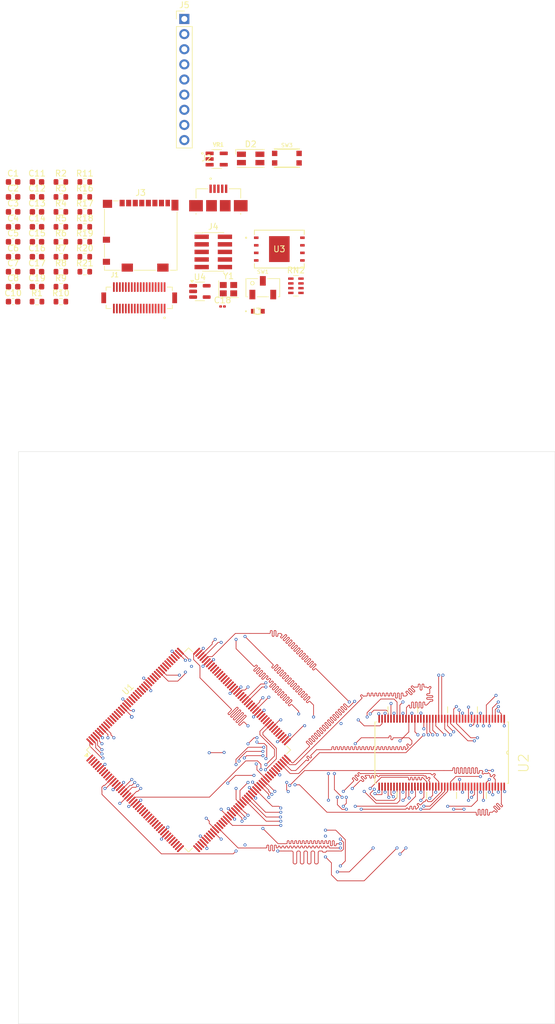
<source format=kicad_pcb>
(kicad_pcb (version 20240108) (generator "pcbnew") (generator_version "8.0")
  (layers (0 "F.Cu" signal) (1 "In1.Cu" signal) (2 "In2.Cu" signal) (3 "In3.Cu" signal) (4 "In4.Cu" signal) (31 "B.Cu" signal) (34 "B.Paste" user) (35 "F.Paste" user) (36 "B.SilkS" user "B.Silkscreen") (37 "F.SilkS" user "F.Silkscreen") (38 "B.Mask" user) (39 "F.Mask" user) (44 "Edge.Cuts" user))
  (net 0 "")
  (net 1 "GND")
  (net 2 "VDDA")
  (net 3 "+3.3V")
  (net 4 "/NRST")
  (net 5 "/VREF")
  (net 6 "Net-(C7-Pad1)")
  (net 7 "Net-(C8-Pad1)")
  (net 8 "/OSC_IN")
  (net 9 "/OSC_OUT")
  (net 10 "Net-(D2-GK)")
  (net 11 "Net-(D2-BK)")
  (net 12 "Net-(D2-RK)")
  (net 13 "/DCMI_D5")
  (net 14 "/DCMI_D3")
  (net 15 "/DCMI_D2")
  (net 16 "/DCMI_PCLK")
  (net 17 "/DCMI_HSYNC")
  (net 18 "/SPI3_SCLK{slash}TRACESWO")
  (net 19 "/DCMI_D0")
  (net 21 "/I2C1_SDA")
  (net 22 "/DCMI_RST")
  (net 23 "/DCMI_FSIN")
  (net 24 "/DCMI_CLK")
  (net 30 "/I2C1_SCL")
  (net 31 "/DCMI_D6")
  (net 32 "/SPI3_SSEL")
  (net 33 "/SPI3_MOSI")
  (net 34 "/SPI3_MISO")
  (net 35 "/DCMI_D1")
  (net 36 "/DCMI_D4")
  (net 37 "/DCMI_D7")
  (net 38 "/DCMI_PWDN")
  (net 39 "/DCMI_VSYNC")
  (net 40 "/FS_DP")
  (net 42 "VCC")
  (net 43 "/FS_DM")
  (net 44 "/SDIO_D0")
  (net 45 "/SDIO_CMD")
  (net 46 "/SD_CD")
  (net 47 "/SDIO_CLK")
  (net 48 "/SDIO_D3")
  (net 49 "/SDIO_D2")
  (net 50 "/SDIO_D1")
  (net 52 "/SWCLK")
  (net 54 "/SWDIO")
  (net 57 "/I2C2_SCL")
  (net 58 "/SPI2_MISO")
  (net 59 "/SPI2_MOSI")
  (net 60 "/SPI2_SCLK")
  (net 61 "/SPI2_NSS")
  (net 62 "/I2C2_SDA")
  (net 63 "/DRAM_CS")
  (net 64 "Net-(R4-Pad1)")
  (net 65 "/BOOT0")
  (net 66 "/FLASH_CS")
  (net 67 "Net-(SW1-B)")
  (net 68 "/VBUS_R")
  (net 69 "/LED_G")
  (net 70 "/LED_R")
  (net 71 "/LED_B")
  (net 72 "/DRAM_D21")
  (net 73 "/DRAM_D12")
  (net 75 "/DRAM_DQM3")
  (net 76 "/DRAM_D20")
  (net 78 "/DRAM_CAS")
  (net 79 "/DRAM_A7")
  (net 80 "/DRAM_D8")
  (net 81 "/DRAM_D14")
  (net 82 "/LED_IR")
  (net 83 "/DRAM_WE")
  (net 84 "/DRAM_D25")
  (net 85 "/FLASH_IO2")
  (net 88 "/FLASH_IO0")
  (net 90 "/DRAM_A6")
  (net 91 "/DRAM_D4")
  (net 92 "/DRAM_RAS")
  (net 93 "/DRAM_D5")
  (net 94 "/DRAM_BA0")
  (net 96 "/DRAM_A4")
  (net 103 "/DRAM_D28")
  (net 104 "/DRAM_CLKE")
  (net 105 "/P9")
  (net 106 "/DRAM_D29")
  (net 107 "/DRAM_D22")
  (net 108 "/DAC")
  (net 109 "/DRAM_D23")
  (net 110 "/DRAM_D10")
  (net 111 "/TIM4_CH1")
  (net 112 "/DRAM_D30")
  (net 113 "/DRAM_DQM1")
  (net 114 "/DRAM_D1")
  (net 116 "/FLASH_CLK")
  (net 118 "/DRAM_D11")
  (net 119 "/DRAM_DQM0")
  (net 120 "/DRAM_D19")
  (net 121 "/DRAM_D7")
  (net 122 "/DRAM_A0")
  (net 123 "/DRAM_A11")
  (net 125 "/DRAM_D13")
  (net 127 "/FLASH_IO1")
  (net 128 "/DRAM_D6")
  (net 130 "/DRAM_D9")
  (net 131 "/DRAM_D16")
  (net 132 "/DRAM_D3")
  (net 133 "/DRAM_D15")
  (net 135 "/DRAM_D18")
  (net 138 "/DRAM_D26")
  (net 143 "/DRAM_A1")
  (net 144 "/DRAM_D0")
  (net 145 "/DRAM_A3")
  (net 146 "/DRAM_A5")
  (net 147 "/DRAM_A9")
  (net 148 "/FLASH_IO3")
  (net 150 "/DRAM_D17")
  (net 151 "/DRAM_A8")
  (net 152 "/DRAM_DQM2")
  (net 153 "/DRAM_A2")
  (net 155 "/DRAM_D2")
  (net 158 "/DRAM_D24")
  (net 159 "/DRAM_A10")
  (net 161 "/DRAM_BA1")
  (net 162 "/DRAM_D27")
  (net 163 "/TIM4_CH2")
  (net 166 "/DRAM_D31")
  (net 173 "/DRAM_CLOCK")
  (footprint "Resistor_SMD:R_0603_1608Metric" (layer "F.Cu") (at 43.62 50.26)
    (property "Reference" "R11")
    (property "Value" "1K")
  )
  (footprint "Capacitor_SMD:C_0603_1608Metric" (layer "F.Cu") (at 31.59 65.32)
    (property "Reference" "C7")
    (property "Value" "2.2u")
  )
  (footprint "Capacitor_SMD:C_0603_1608Metric" (layer "F.Cu") (at 31.59 62.81)
    (property "Reference" "C6")
    (property "Value" ".1u")
  )
  (footprint "Resistor_SMD:R_0603_1608Metric" (layer "F.Cu") (at 43.62 55.28)
    (property "Reference" "R17")
    (property "Value" "10K")
  )
  (footprint "Resistor_SMD:R_0603_1608Metric" (layer "F.Cu") (at 43.62 60.3)
    (property "Reference" "R19")
    (property "Value" "10K")
  )
  (footprint "Capacitor_SMD:C_0603_1608Metric" (layer "F.Cu") (at 35.6 52.77)
    (property "Reference" "C12")
    (property "Value" "4pF")
  )
  (footprint "Resistor_SMD:R_0603_1608Metric" (layer "F.Cu") (at 39.61 50.26)
    (property "Reference" "R2")
    (property "Value" "4.7k")
  )
  (footprint "Argus_Misc:BTN_KMR2" (layer "F.Cu") (at 77.525 46.272)
    (property "Reference" "SW3")
    (property "Value" "SW_Push")
  )
  (footprint "Resistor_SMD:R_0603_1608Metric" (layer "F.Cu") (at 39.61 57.79)
    (property "Reference" "R5")
    (property "Value" "10K")
  )
  (footprint "LED_SMD:LED_RGB_Wuerth-PLCC4_3.2x2.8mm_150141M173100" (layer "F.Cu") (at 71.45 46.32)
    (property "Reference" "D2")
    (property "Value" "LED_RGBA")
  )
  (footprint "Resistor_SMD:R_0603_1608Metric" (layer "F.Cu") (at 39.61 70.34)
    (property "Reference" "R10")
    (property "Value" "560")
  )
  (footprint "Capacitor_SMD:C_0603_1608Metric" (layer "F.Cu") (at 35.6 65.32)
    (property "Reference" "C17")
    (property "Value" "0.1uF")
  )
  (footprint "Argus_Connectors:HRS_DF12NB-36DS-0.5V_51_" (layer "F.Cu") (at 52.75 69.7)
    (property "Reference" "J1")
    (property "Value" "DF12NB-36DS-0.5V_51_")
  )
  (footprint "Argus_Connectors:AMPHENOL_10104110-0001LF" (layer "F.Cu") (at 66.03 54.255)
    (property "Reference" "J2")
    (property "Value" "10104110-0001LF")
  )
  (footprint "Capacitor_SMD:C_0201_0603Metric" (layer "F.Cu") (at 66.73 71.15)
    (property "Reference" "C18")
    (property "Value" "47uF")
  )
  (footprint "Resistor_SMD:R_Array_Concave_4x0603" (layer "F.Cu") (at 79.04 67.68)
    (property "Reference" "RN2")
    (property "Value" "330R")
  )
  (footprint "Capacitor_SMD:C_0603_1608Metric" (layer "F.Cu") (at 31.59 55.28)
    (property "Reference" "C3")
    (property "Value" "0.1uF")
  )
  (footprint "Package_TO_SOT_SMD:SOT-23-5" (layer "F.Cu") (at 62.93 68.625)
    (property "Reference" "U4")
    (property "Value" "XC6210B332MR")
  )
  (footprint "Resistor_SMD:R_0603_1608Metric" (layer "F.Cu") (at 39.61 62.81)
    (property "Reference" "R7")
    (property "Value" "10k")
  )
  (footprint "Package_QFP:LQFP-176_24x24mm_P0.5mm" (layer "F.Cu") (at 61.032218 145.542625 45)
    (property "Reference" "U1")
    (property "Value" "STM32H743IITx")
  )
  (footprint "Connector_PinHeader_2.54mm:PinHeader_1x09_P2.54mm_Vertical" (layer "F.Cu") (at 60.32 22.92)
    (property "Reference" "J5")
    (property "Value" "Conn_01x09")
  )
  (footprint "Argus_Misc:IND_1608_TDK" (layer "F.Cu") (at 72.6512 71.9552)
    (property "Reference" "L1")
    (property "Value" "MPZ1608S181ATAH0")
  )
  (footprint "Capacitor_SMD:C_0603_1608Metric" (layer "F.Cu") (at 31.59 50.26)
    (property "Reference" "C1")
    (property "Value" "1uF")
  )
  (footprint "Resistor_SMD:R_0603_1608Metric" (layer "F.Cu") (at 43.62 57.79)
    (property "Reference" "R18")
    (property "Value" "10K")
  )
  (footprint "Crystal:Crystal_SMD_2520-4Pin_2.5x2.0mm" (layer "F.Cu") (at 67.73 68.25)
    (property "Reference" "Y1")
    (property "Value" "12MHz/7pF")
  )
  (footprint "Capacitor_SMD:C_0603_1608Metric" (layer "F.Cu") (at 31.59 52.77)
    (property "Reference" "C2")
    (property "Value" "47uF")
  )
  (footprint "Argus_ICs:WSON8_E_WIN-L" (layer "F.Cu") (at 76.2581 61.5262)
    (property "Reference" "U3")
    (property "Value" "W25Q256JVEIQ TR")
  )
  (footprint "Connector_PinHeader_1.27mm:PinHeader_2x05_P1.27mm_Vertical_SMD" (layer "F.Cu") (at 65.18 62)
    (property "Reference" "J4")
    (property "Value" "02x05 M 1.27mm")
  )
  (footprint "Capacitor_SMD:C_0603_1608Metric" (layer "F.Cu") (at 31.59 57.79)
    (property "Reference" "C4")
    (property "Value" "0.1uF")
  )
  (footprint "Resistor_SMD:R_0603_1608Metric" (layer "F.Cu") (at 39.61 67.83)
    (property "Reference" "R9")
    (property "Value" "10K")
  )
  (footprint "Argus_ICs:SOP50P1176X120-86N" (layer "F.Cu") (at 103.5 146 -90)
    (property "Reference" "U2")
    (property "Value" "IS42S32800J-7TLI")
  )
  (footprint "Connector_Card:microSD_HC_Molex_104031-0811" (layer "F.Cu") (at 52.99 59.255)
    (property "Reference" "J3")
    (property "Value" "104031-0811")
  )
  (footprint "Capacitor_SMD:C_0603_1608Metric" (layer "F.Cu") (at 35.6 67.83)
    (property "Reference" "C19")
    (property "Value" "1uF")
  )
  (footprint "Resistor_SMD:R_0603_1608Metric" (layer "F.Cu") (at 35.6 70.34)
    (property "Reference" "R1")
    (property "Value" "10K")
  )
  (footprint "Resistor_SMD:R_0603_1608Metric" (layer "F.Cu") (at 39.61 55.28)
    (property "Reference" "R4")
    (property "Value" "100R")
  )
  (footprint "Capacitor_SMD:C_0603_1608Metric" (layer "F.Cu") (at 35.6 57.79)
    (property "Reference" "C14")
    (property "Value" "0.1uF")
  )
  (footprint "Argus_ICs:SOT95P285X140-5N" (layer "F.Cu") (at 65.745 46.42)
    (property "Reference" "VR1")
    (property "Value" "AP7366-28W5-7")
  )
  (footprint "Argus_Misc:CAS-120TA" (layer "F.Cu") (at 73.4891 68.0011)
    (property "Reference" "SW1")
    (property "Value" "CAS-120TA")
  )
  (footprint "Capacitor_SMD:C_0603_1608Metric" (layer "F.Cu") (at 31.59 70.34)
    (property "Reference" "C10")
    (property "Value" "1uF")
  )
  (footprint "Resistor_SMD:R_0603_1608Metric" (layer "F.Cu") (at 43.62 62.81)
    (property "Reference" "R20")
    (property "Value" "10K")
  )
  (footprint "Resistor_SMD:R_0603_1608Metric" (layer "F.Cu") (at 43.62 65.32)
    (property "Reference" "R21")
    (property "Value" "10K")
  )
  (footprint "Capacitor_SMD:C_0603_1608Metric" (layer "F.Cu") (at 31.59 60.3)
    (property "Reference" "C5")
    (property "Value" "1u")
  )
  (footprint "Capacitor_SMD:C_0603_1608Metric" (layer "F.Cu") (at 31.59 67.83)
    (property "Reference" "C8")
    (property "Value" "2.2u")
  )
  (footprint "Resistor_SMD:R_0603_1608Metric" (layer "F.Cu") (at 43.62 52.77)
    (property "Reference" "R16")
    (property "Value" "10K")
  )
  (footprint "Resistor_SMD:R_0603_1608Metric" (layer "F.Cu") (at 39.61 52.77)
    (property "Reference" "R3")
    (property "Value" "4.7k")
  )
  (footprint "Capacitor_SMD:C_0603_1608Metric" (layer "F.Cu") (at 35.6 62.81)
    (property "Reference" "C16")
    (property "Value" "0.1uF")
  )
  (footprint "Capacitor_SMD:C_0603_1608Metric" (layer "F.Cu") (at 35.6 50.26)
    (property "Reference" "C11")
    (property "Value" "4pF")
  )
  (footprint "Capacitor_SMD:C_0603_1608Metric" (layer "F.Cu") (at 35.6 60.3)
    (property "Reference" "C15")
    (property "Value" "0.1uF")
  )
  (footprint "Capacitor_SMD:C_0603_1608Metric" (layer "F.Cu") (at 35.6 55.28)
    (property "Reference" "C13")
    (property "Value" "0.1uF")
  )
  (footprint "Resistor_SMD:R_0603_1608Metric" (layer "F.Cu") (at 39.61 60.3)
    (property "Reference" "R6")
    (property "Value" "10K")
  )
  (footprint "Resistor_SMD:R_0603_1608Metric" (layer "F.Cu") (at 39.61 65.32)
    (property "Reference" "R8")
    (property "Value" "10K")
  )
  (gr_rect (start 32.5 95.5) (end 122.5 191.5) (stroke (width 0.05)) (fill none) (layer "Edge.Cuts"))
  (segment (start 95.499 140.3104) (end 95.499 139.384534) (width 0.115316) (layer "F.Cu") (net 1))
  (segment (start 68.050253 156.449747) (end 68.050253 156.449748) (width 0.115316) (layer "F.Cu") (net 1))
  (segment (start 99.9948 151.6896) (end 99.9948 152.619551) (width 0.115316) (layer "F.Cu") (net 1))
  (segment (start 94.0004 152.615463) (end 94.000401 152.615464) (width 0.115316) (layer "F.Cu") (net 1))
  (segment (start 107.0052 152.619551) (end 106.9925 152.632251) (width 0.115316) (layer "F.Cu") (net 1))
  (segment (start 71.585787 152.914214) (end 72.286424 153.614851) (width 0.115316) (layer "F.Cu") (net 1))
  (segment (start 93.0098 151.6896) (end 93.0098 152.452793) (width 0.115316) (layer "F.Cu") (net 1))
  (segment (start 111.501 140.3104) (end 111.501 141.499) (width 0.115316) (layer "F.Cu") (net 1))
  (segment (start 54.28195 134.28195) (end 53.5 133.5) (width 0.115316) (layer "F.Cu") (net 1))
  (segment (start 107.0052 151.6896) (end 107.0052 152.619551) (width 0.115316) (layer "F.Cu") (net 1))
  (segment (start 110.0024 152.615463) (end 110.002399 152.615464) (width 0.115316) (layer "F.Cu") (net 1))
  (segment (start 56.498078 160.329814) (end 56.498078 160.500314) (width 0.115316) (layer "F.Cu") (net 1))
  (segment (start 73.000001 139.58525) (end 73.700638 138.884613) (width 0.115316) (layer "F.Cu") (net 1))
  (segment (start 93.0098 152.452793) (end 92.934912 152.527681) (width 0.115316) (layer "F.Cu") (net 1))
  (segment (start 64.514719 131.099969) (end 65.215357 130.399331) (width 0.115316) (layer "F.Cu") (net 1))
  (segment (start 99.9948 152.619551) (end 100.0075 152.632251) (width 0.115316) (layer "F.Cu") (net 1))
  (segment (start 113.9902 151.6896) (end 113.9902 152.452793) (width 0.115316) (layer "F.Cu") (net 1))
  (segment (start 113.9902 152.452793) (end 114.065088 152.527681) (width 0.115316) (layer "F.Cu") (net 1))
  (segment (start 77.242641 143.757359) (end 78 143) (width 0.115316) (layer "F.Cu") (net 1))
  (segment (start 49.064436 151.5) (end 49.064435 151.5) (width 0.115316) (layer "F.Cu") (net 1))
  (segment (start 73 139.58525) (end 73.000001 139.58525) (width 0.115316) (layer "F.Cu") (net 1))
  (segment (start 68.050253 156.449748) (end 68.75089 157.150385) (width 0.115316) (layer "F.Cu") (net 1))
  (segment (start 63.454059 161.045941) (end 64.100838 161.69272) (width 0.115316) (layer "F.Cu") (net 1))
  (segment (start 111.501 141.499) (end 111.5 141.5) (width 0.115316) (layer "F.Cu") (net 1))
  (segment (start 71.585787 152.914213) (end 71.585787 152.914214) (width 0.115316) (layer "F.Cu") (net 1))
  (segment (start 58.963931 129.685755) (end 58.96393 129.685755) (width 0.115316) (layer "F.Cu") (net 1))
  (segment (start 50.817483 137.817483) (end 50 137) (width 0.115316) (layer "F.Cu") (net 1))
  (segment (start 98.4962 140.3104) (end 98.4962 139.384537) (width 0.115316) (layer "F.Cu") (net 1))
  (segment (start 98.4962 139.384537) (end 98.496199 139.384536) (width 0.115316) (layer "F.Cu") (net 1))
  (segment (start 77.242641 143.827891) (end 77.242641 143.757359) (width 0.115316) (layer "F.Cu") (net 1))
  (segment (start 58.96393 129.685755) (end 58.263293 128.985118) (width 0.115316) (layer "F.Cu") (net 1))
  (segment (start 51.892863 154.328427) (end 51.200799 155.020491) (width 0.115316) (layer "F.Cu") (net 1))
  (segment (start 49.064435 151.5) (end 48.363798 152.200637) (width 0.115316) (layer "F.Cu") (net 1))
  (segment (start 50.832203 137.817483) (end 50.817483 137.817483) (width 0.115316) (layer "F.Cu") (net 1))
  (segment (start 64.100838 161.69272) (end 64.100838 162.068968) (width 0.115316) (layer "F.Cu") (net 1))
  (segment (start 112.9996 151.6896) (end 112.9996 152.615463) (width 0.115316) (layer "F.Cu") (net 1))
  (segment (start 57.196164 159.631728) (end 56.498078 160.329814) (width 0.115316) (layer "F.Cu") (net 1))
  (segment (start 69.110913 135.69016) (end 69.812731 134.988342) (width 0.115316) (layer "F.Cu") (net 1))
  (segment (start 96.9976 152.615463) (end 96.997601 152.615464) (width 0.115316) (layer "F.Cu") (net 1))
  (segment (start 108.5038 140.3104) (end 108.5038 139.384537) (width 0.115316) (layer "F.Cu") (net 1))
  (segment (start 110.0024 151.6896) (end 110.0024 152.615463) (width 0.115316) (layer "F.Cu") (net 1))
  (segment (start 69.110913 135.696163) (end 69.110913 135.69016) (width 0.115316) (layer "F.Cu") (net 1))
  (segment (start 112.9996 152.615463) (end 112.999599 152.615464) (width 0.115316) (layer "F.Cu") (net 1))
  (segment (start 54.367737 134.28195) (end 54.28195 134.28195) (width 0.115316) (layer "F.Cu") (net 1))
  (segment (start 96.9976 151.6896) (end 96.9976 152.615463) (width 0.115316) (layer "F.Cu") (net 1))
  (segment (start 51.200799 155.020491) (end 50.994064 155.020491) (width 0.115316) (layer "F.Cu") (net 1))
  (segment (start 94.0004 151.6896) (end 94.0004 152.615463) (width 0.115316) (layer "F.Cu") (net 1))
  (segment (start 108.5038 139.384537) (end 108.503799 139.384536) (width 0.115316) (layer "F.Cu") (net 1))
  (via (at 73.700638 138.884613) (size 0.508) (drill 0.254) (layers "F.Cu" "B.Cu") (net 1))
  (via (at 56.498078 160.500314) (size 0.508) (drill 0.254) (layers "F.Cu" "B.Cu") (net 1))
  (via (at 68.75089 157.150385) (size 0.508) (drill 0.254) (layers "F.Cu" "B.Cu") (net 1))
  (via (at 108.503799 139.384536) (size 0.508) (drill 0.254) (layers "F.Cu" "B.Cu") (net 1))
  (via (at 106.9925 152.632251) (size 0.508) (drill 0.254) (layers "F.Cu" "B.Cu") (net 1))
  (via (at 50.994064 155.020491) (size 0.508) (drill 0.254) (layers "F.Cu" "B.Cu") (net 1))
  (via (at 96.997601 152.615464) (size 0.508) (drill 0.254) (layers "F.Cu" "B.Cu") (net 1))
  (via (at 65.215357 130.399331) (size 0.508) (drill 0.254) (layers "F.Cu" "B.Cu") (net 1))
  (via (at 64.100838 162.068968) (size 0.508) (drill 0.254) (layers "F.Cu" "B.Cu") (net 1))
  (via (at 50 137) (size 0.508) (drill 0.254) (layers "F.Cu" "B.Cu") (net 1))
  (via (at 110.002399 152.615464) (size 0.508) (drill 0.254) (layers "F.Cu" "B.Cu") (net 1))
  (via (at 98.496199 139.384536) (size 0.508) (drill 0.254) (layers "F.Cu" "B.Cu") (net 1))
  (via (at 111.5 141.5) (size 0.508) (drill 0.254) (layers "F.Cu" "B.Cu") (net 1))
  (via (at 114.065088 152.527681) (size 0.508) (drill 0.254) (layers "F.Cu" "B.Cu") (net 1))
  (via (at 92.934912 152.527681) (size 0.508) (drill 0.254) (layers "F.Cu" "B.Cu") (net 1))
  (via (at 48.363798 152.200637) (size 0.508) (drill 0.254) (layers "F.Cu" "B.Cu") (net 1))
  (via (at 58.263293 128.985118) (size 0.508) (drill 0.254) (layers "F.Cu" "B.Cu") (net 1))
  (via (at 78 143) (size 0.508) (drill 0.254) (layers "F.Cu" "B.Cu") (net 1))
  (via (at 53.5 133.5) (size 0.508) (drill 0.254) (layers "F.Cu" "B.Cu") (net 1))
  (via (at 94.000401 152.615464) (size 0.508) (drill 0.254) (layers "F.Cu" "B.Cu") (net 1))
  (via (at 72.286424 153.614851) (size 0.508) (drill 0.254) (layers "F.Cu" "B.Cu") (net 1))
  (via (at 112.999599 152.615464) (size 0.508) (drill 0.254) (layers "F.Cu" "B.Cu") (net 1))
  (via (at 69.812731 134.988342) (size 0.508) (drill 0.254) (layers "F.Cu" "B.Cu") (net 1))
  (via (at 100.0075 152.632251) (size 0.508) (drill 0.254) (layers "F.Cu" "B.Cu") (net 1))
  (via (at 95.499 139.384534) (size 0.508) (drill 0.254) (layers "F.Cu" "B.Cu") (net 1))
  (segment (start 76.17541 149.725662) (end 76.330461 149.725662) (width 0.115316) (layer "F.Cu") (net 3))
  (segment (start 46.236009 148.671573) (end 46.294519 148.671573) (width 0.115316) (layer "F.Cu") (net 3))
  (segment (start 64.161166 130.746416) (end 64.161166 130.788432) (width 0.115316) (layer "F.Cu") (net 3))
  (segment (start 50.117065 151.154477) (end 50.117065 150.989991) (width 0.115316) (layer "F.Cu") (net 3))
  (segment (start 56.84261 159.211553) (end 57.549839 158.504324) (width 0.115316) (layer "F.Cu") (net 3))
  (segment (start 68.704789 135.34261) (end 67.997915 136.049484) (width 0.115316) (layer "F.Cu") (net 3))
  (segment (start 113.9902 141.4902) (end 114 141.5) (width 0.115316) (layer "F.Cu") (net 3))
  (segment (start 94.0004 139.384537) (end 94.000399 139.384536) (width 0.115316) (layer "F.Cu") (net 3))
  (segment (start 98.4962 152.615463) (end 98.496201 152.615464) (width 0.115316) (layer "F.Cu") (net 3))
  (segment (start 76.889088 143.474338) (end 76.205656 144.15777) (width 0.115316) (layer "F.Cu") (net 3))
  (segment (start 52.246416 154.68198) (end 52.293611 154.68198) (width 0.115316) (layer "F.Cu") (net 3))
  (segment (start 107.0052 139.380449) (end 106.9925 139.367749) (width 0.115316) (layer "F.Cu") (net 3))
  (segment (start 110.0024 140.3104) (end 110.0024 139.384534) (width 0.115316) (layer "F.Cu") (net 3))
  (segment (start 72.646447 139.287609) (end 71.939445 139.994611) (width 0.115316) (layer "F.Cu") (net 3))
  (segment (start 71.93934 152.56066) (end 71.238702 151.860022) (width 0.115316) (layer "F.Cu") (net 3))
  (segment (start 45.882455 142.794735) (end 46.587432 143.499712) (width 0.115316) (layer "F.Cu") (net 3))
  (segment (start 99.9948 140.3104) (end 99.9948 139.380449) (width 0.115316) (layer "F.Cu") (net 3))
  (segment (start 54.014183 134.635503) (end 54.688203 135.309523) (width 0.115316) (layer "F.Cu") (net 3))
  (segment (start 51.251217 138.943605) (end 50.478649 138.171037) (width 0.115316) (layer "F.Cu") (net 3))
  (segment (start 113.9902 140.3104) (end 113.9902 141.4902) (width 0.115316) (layer "F.Cu") (net 3))
  (segment (start 45.882455 142.767231) (end 46.236009 142.413677) (width 0.115316) (layer "F.Cu") (net 3))
  (segment (start 63.705914 160.692388) (end 62.999668 159.986142) (width 0.115316) (layer "F.Cu") (net 3))
  (segment (start 46.294519 148.671573) (end 47.001601 147.964491) (width 0.115316) (layer "F.Cu") (net 3))
  (segment (start 68.75736 135.34261) (end 68.704789 135.34261) (width 0.115316) (layer "F.Cu") (net 3))
  (segment (start 63.807612 160.692388) (end 63.705914 160.692388) (width 0.115316) (layer "F.Cu") (net 3))
  (segment (start 64.161166 130.788432) (end 63.45488 131.494718) (width 0.115316) (layer "F.Cu") (net 3))
  (segment (start 51.772919 138.943605) (end 51.251217 138.943605) (width 0.115316) (layer "F.Cu") (net 3))
  (segment (start 54.688203 135.309523) (end 54.688203 135.597933) (width 0.115316) (layer "F.Cu") (net 3))
  (segment (start 95.499 151.6896) (end 95.499 152.615463) (width 0.115316) (layer "F.Cu") (net 3))
  (segment (start 98.4962 151.6896) (end 98.4962 152.615463) (width 0.115316) (layer "F.Cu") (net 3))
  (segment (start 96.9976 140.3104) (end 96.9976 139.384534) (width 0.115316) (layer "F.Cu") (net 3))
  (segment (start 107.0052 140.3104) (end 107.0052 139.380449) (width 0.115316) (layer "F.Cu") (net 3))
  (segment (start 75.474874 149.025126) (end 76.17541 149.725662) (width 0.115316) (layer "F.Cu") (net 3))
  (segment (start 72.646447 139.231697) (end 72.646447 139.287609) (width 0.115316) (layer "F.Cu") (net 3))
  (segment (start 45.882455 142.767231) (end 45.882455 142.794735) (width 0.115316) (layer "F.Cu") (net 3))
  (segment (start 95.499 152.615463) (end 95.499001 152.615464) (width 0.115316) (layer "F.Cu") (net 3))
  (segment (start 93.0098 140.3104) (end 93.0098 139.547207) (width 0.115316) (layer "F.Cu") (net 3))
  (segment (start 68.403806 156.096194) (end 68.403806 156.096193) (width 0.115316) (layer "F.Cu") (net 3))
  (segment (start 76.205656 144.15777) (end 75.955459 144.15777) (width 0.115316) (layer "F.Cu") (net 3))
  (segment (start 108.5038 151.6896) (end 108.5038 152.615463) (width 0.115316) (layer "F.Cu") (net 3))
  (segment (start 111.501 151.6896) (end 111.501 152.615466) (width 0.115316) (layer "F.Cu") (net 3))
  (segment (start 93.0098 139.547207) (end 92.934912 139.472319) (width 0.115316) (layer "F.Cu") (net 3))
  (segment (start 52.293611 154.68198) (end 53.000221 153.97537) (width 0.115316) (layer "F.Cu") (net 3))
  (segment (start 49.417989 151.853553) (end 50.117065 151.154477) (width 0.115316) (layer "F.Cu") (net 3))
  (segment (start 94.0004 140.3104) (end 94.0004 139.384537) (width 0.115316) (layer "F.Cu") (net 3))
  (segment (start 56.84261 159.278174) (end 56.84261 159.211553) (width 0.115316) (layer "F.Cu") (net 3))
  (segment (start 108.5038 152.615463) (end 108.503799 152.615464) (width 0.115316) (layer "F.Cu") (net 3))
  (segment (start 68.403806 156.096193) (end 67.703169 155.395556) (width 0.115316) (layer "F.Cu") (net 3))
  (segment (start 99.9948 139.380449) (end 100.0075 139.367749) (width 0.115316) (layer "F.Cu") (net 3))
  (via (at 114 141.5) (size 0.508) (drill 0.254) (layers "F.Cu" "B.Cu") (net 3))
  (via (at 57.549839 158.504324) (size 0.508) (drill 0.254) (layers "F.Cu" "B.Cu") (net 3))
  (via (at 71.939445 139.994611) (size 0.508) (drill 0.254) (layers "F.Cu" "B.Cu") (net 3))
  (via (at 110.0024 139.384534) (size 0.508) (drill 0.254) (layers "F.Cu" "B.Cu") (net 3))
  (via (at 111.501 152.615466) (size 0.508) (drill 0.254) (layers "F.Cu" "B.Cu") (net 3))
  (via (at 96.9976 139.384534) (size 0.508) (drill 0.254) (layers "F.Cu" "B.Cu") (net 3))
  (via (at 98.496201 152.615464) (size 0.508) (drill 0.254) (layers "F.Cu" "B.Cu") (net 3))
  (via (at 67.703169 155.395556) (size 0.508) (drill 0.254) (layers "F.Cu" "B.Cu") (net 3))
  (via (at 76.330461 149.725662) (size 0.508) (drill 0.254) (layers "F.Cu" "B.Cu") (net 3))
  (via (at 47.001601 147.964491) (size 0.508) (drill 0.254) (layers "F.Cu" "B.Cu") (net 3))
  (via (at 100.0075 139.367749) (size 0.508) (drill 0.254) (layers "F.Cu" "B.Cu") (net 3))
  (via (at 71.238702 151.860022) (size 0.508) (drill 0.254) (layers "F.Cu" "B.Cu") (net 3))
  (via (at 75.955459 144.15777) (size 0.508) (drill 0.254) (layers "F.Cu" "B.Cu") (net 3))
  (via (at 53.000221 153.97537) (size 0.508) (drill 0.254) (layers "F.Cu" "B.Cu") (net 3))
  (via (at 108.503799 152.615464) (size 0.508) (drill 0.254) (layers "F.Cu" "B.Cu") (net 3))
  (via (at 94.000399 139.384536) (size 0.508) (drill 0.254) (layers "F.Cu" "B.Cu") (net 3))
  (via (at 54.688203 135.597933) (size 0.508) (drill 0.254) (layers "F.Cu" "B.Cu") (net 3))
  (via (at 51.772919 138.943605) (size 0.508) (drill 0.254) (layers "F.Cu" "B.Cu") (net 3))
  (via (at 92.934912 139.472319) (size 0.508) (drill 0.254) (layers "F.Cu" "B.Cu") (net 3))
  (via (at 46.587432 143.499712) (size 0.508) (drill 0.254) (layers "F.Cu" "B.Cu") (net 3))
  (via (at 50.117065 150.989991) (size 0.508) (drill 0.254) (layers "F.Cu" "B.Cu") (net 3))
  (via (at 67.997915 136.049484) (size 0.508) (drill 0.254) (layers "F.Cu" "B.Cu") (net 3))
  (via (at 106.9925 139.367749) (size 0.508) (drill 0.254) (layers "F.Cu" "B.Cu") (net 3))
  (via (at 63.45488 131.494718) (size 0.508) (drill 0.254) (layers "F.Cu" "B.Cu") (net 3))
  (via (at 95.499001 152.615464) (size 0.508) (drill 0.254) (layers "F.Cu" "B.Cu") (net 3))
  (via (at 62.999668 159.986142) (size 0.508) (drill 0.254) (layers "F.Cu" "B.Cu") (net 3))
  (segment (start 64 157) (end 64.5 157.5) (width 0.115316) (layer "F.Cu") (net 63))
  (segment (start 64.5 157.849242) (end 65.575379 158.924621) (width 0.115316) (layer "F.Cu") (net 63))
  (segment (start 64.5 157.5) (end 64.5 157.849242) (width 0.115316) (layer "F.Cu") (net 63))
  (segment (start 104.4906 141.4906) (end 105.5 142.5) (width 0.115316) (layer "F.Cu") (net 63))
  (segment (start 104.4906 140.3104) (end 104.4906 141.4906) (width 0.115316) (layer "F.Cu") (net 63))
  (via (at 105.5 142.5) (size 0.508) (drill 0.254) (layers "F.Cu" "B.Cu") (net 63))
  (via (at 64 157) (size 0.508) (drill 0.254) (layers "F.Cu" "B.Cu") (net 63))
  (segment (start 79.031556 128.010329) (end 78.770942 128.270942) (width 0.115316) (layer "F.Cu") (net 72))
  (segment (start 78.993907 128.493907) (end 79.25452 128.233293) (width 0.115316) (layer "F.Cu") (net 72))
  (segment (start 81.223552 130.723552) (end 81.484178 130.462925) (width 0.115316) (layer "F.Cu") (net 72))
  (segment (start 75.693242 126) (end 75.693242 125.631418) (width 0.115316) (layer "F.Cu") (net 72))
  (segment (start 79.216872 128.716872) (end 78.956244 128.977497) (width 0.115316) (layer "F.Cu") (net 72))
  (segment (start 76.987226 126.487226) (end 76.987227 126.487227) (width 0.115316) (layer "F.Cu") (net 72))
  (segment (start 80.516995 130.538248) (end 80.777622 130.277622) (width 0.115316) (layer "F.Cu") (net 72))
  (segment (start 81.892445 131.392445) (end 81.892446 131.392446) (width 0.115316) (layer "F.Cu") (net 72))
  (segment (start 81.45345 131.653072) (end 81.408854 131.608476) (width 0.115316) (layer "F.Cu") (net 72))
  (segment (start 79.700449 128.500853) (end 79.655854 128.456258) (width 0.115316) (layer "F.Cu") (net 72))
  (segment (start 75.377926 126) (end 75.377926 126.368601) (width 0.115316) (layer "F.Cu") (net 72))
  (segment (start 79.216871 128.716871) (end 79.216872 128.716872) (width 0.115316) (layer "F.Cu") (net 72))
  (segment (start 77.470804 126.271208) (end 77.426209 126.226613) (width 0.115316) (layer "F.Cu") (net 72))
  (segment (start 80.777623 130.277623) (end 81.038236 130.017009) (width 0.115316) (layer "F.Cu") (net 72))
  (segment (start 80.146378 128.946782) (end 80.101783 128.902187) (width 0.115316) (layer "F.Cu") (net 72))
  (segment (start 78.102049 127.602049) (end 78.362675 127.341422) (width 0.115316) (layer "F.Cu") (net 72))
  (segment (start 81.66948 131.16948) (end 81.669481 131.169481) (width 0.115316) (layer "F.Cu") (net 72))
  (segment (start 68.879666 126) (end 64.997707 129.881959) (width 0.115316) (layer "F.Cu") (net 72))
  (segment (start 82.115408 131.61541) (end 82.11541 131.61541) (width 0.115316) (layer "F.Cu") (net 72))
  (segment (start 81.038236 129.83864) (end 80.993641 129.794045) (width 0.115316) (layer "F.Cu") (net 72))
  (segment (start 80.554659 130.054659) (end 80.294031 130.315284) (width 0.115316) (layer "F.Cu") (net 72))
  (segment (start 75.693242 126.368582) (end 75.693242 126.126126) (width 0.115316) (layer "F.Cu") (net 72))
  (segment (start 76.630487 126.130487) (end 76.5 126) (width 0.115316) (layer "F.Cu") (net 72))
  (segment (start 76.548231 126.747853) (end 76.503638 126.70326) (width 0.115316) (layer "F.Cu") (net 72))
  (segment (start 74.621168 126) (end 74.558104 126) (width 0.115316) (layer "F.Cu") (net 72))
  (segment (start 81.261214 130.239961) (end 81.000587 130.500587) (width 0.115316) (layer "F.Cu") (net 72))
  (segment (start 82.376036 131.176414) (end 82.331441 131.131819) (width 0.115316) (layer "F.Cu") (net 72))
  (segment (start 75.693242 126.126126) (end 75.693242 126) (width 0.115316) (layer "F.Cu") (net 72))
  (segment (start 79.669734 129.869356) (end 79.625138 129.82476) (width 0.115316) (layer "F.Cu") (net 72))
  (segment (start 82.026224 131.704594) (end 82.115408 131.61541) (width 0.115316) (layer "F.Cu") (net 72))
  (segment (start 77.886058 128.0856) (end 77.841462 128.041004) (width 0.115316) (layer "F.Cu") (net 72))
  (segment (start 81.70713 130.685903) (end 81.446516 130.946516) (width 0.115316) (layer "F.Cu") (net 72))
  (segment (start 77.841461 127.862634) (end 78.102048 127.602048) (width 0.115316) (layer "F.Cu") (net 72))
  (segment (start 76.898041 126.57641) (end 76.726599 126.747852) (width 0.115316) (layer "F.Cu") (net 72))
  (segment (start 78.325014 127.825014) (end 78.064426 128.085599) (width 0.115316) (layer "F.Cu") (net 72))
  (segment (start 76.987227 126.487227) (end 76.898041 126.57641) (width 0.115316) (layer "F.Cu") (net 72))
  (segment (start 78.102048 127.602048) (end 78.102049 127.602049) (width 0.115316) (layer "F.Cu") (net 72))
  (segment (start 78.362675 127.163053) (end 78.31808 127.118458) (width 0.115316) (layer "F.Cu") (net 72))
  (segment (start 77.433155 126.933155) (end 77.433156 126.933156) (width 0.115316) (layer "F.Cu") (net 72))
  (segment (start 78.770942 128.270942) (end 78.770943 128.270943) (width 0.115316) (layer "F.Cu") (net 72))
  (segment (start 77.21019 126.71019) (end 77.210191 126.710191) (width 0.115316) (layer "F.Cu") (net 72))
  (segment (start 64.997707 129.881959) (end 64.318515 129.881959) (width 0.115316) (layer "F.Cu") (net 72))
  (segment (start 80.369343 129.348116) (end 80.108729 129.608729) (width 0.115316) (layer "F.Cu") (net 72))
  (segment (start 82.24919 131.92756) (end 82.077746 132.099001) (width 0.115316) (layer "F.Cu") (net 72))
  (segment (start 81.899378 132.099002) (end 81.854782 132.054406) (width 0.115316) (layer "F.Cu") (net 72))
  (segment (start 80.815272 129.794045) (end 80.554658 130.054658) (width 0.115316) (layer "F.Cu") (net 72))
  (segment (start 77.916733 126.717137) (end 77.872138 126.672542) (width 0.115316) (layer "F.Cu") (net 72))
  (segment (start 75.06261 126) (end 75.06261 125.873874) (width 0.115316) (layer "F.Cu") (net 72))
  (segment (start 80.115663 130.315285) (end 80.071067 130.270689) (width 0.115316) (layer "F.Cu") (net 72))
  (segment (start 75.06261 126.368601) (end 75.06261 126) (width 0.115316) (layer "F.Cu") (net 72))
  (segment (start 80.071066 130.092319) (end 80.331693 129.831693) (width 0.115316) (layer "F.Cu") (net 72))
  (segment (start 74.747294 125.631418) (end 74.747294 125.873874) (width 0.115316) (layer "F.Cu") (net 72))
  (segment (start 80.777622 130.277622) (end 80.777623 130.277623) (width 0.115316) (layer "F.Cu") (net 72))
  (segment (start 76.503638 126.52489) (end 76.675079 126.353446) (width 0.115316) (layer "F.Cu") (net 72))
  (segment (start 81.223551 130.723551) (end 81.223552 130.723552) (width 0.115316) (layer "F.Cu") (net 72))
  (segment (start 76.67508 126.175078) (end 76.630487 126.130487) (width 0.115316) (layer "F.Cu") (net 72))
  (segment (start 75.2518 126.494727) (end 75.188736 126.494727) (width 0.115316) (layer "F.Cu") (net 72))
  (segment (start 77.440089 127.639711) (end 77.395493 127.595115) (width 0.115316) (layer "F.Cu") (net 72))
  (segment (start 79.885765 129.385765) (end 80.146378 129.125151) (width 0.115316) (layer "F.Cu") (net 72))
  (segment (start 78.547978 128.047978) (end 78.808591 127.787364) (width 0.115316) (layer "F.Cu") (net 72))
  (segment (start 94.987342 137.758708) (end 95 137.74605) (width 0.115316) (layer "F.Cu") (net 72))
  (segment (start 76.008558 126.126126) (end 76.008558 126.368582) (width 0.115316) (layer "F.Cu") (net 72))
  (segment (start 76.949563 126.970816) (end 77.21019 126.71019) (width 0.115316) (layer "F.Cu") (net 72))
  (segment (start 81.408853 131.430106) (end 81.66948 131.16948) (width 0.115316) (layer "F.Cu") (net 72))
  (segment (start 80.331693 129.831693) (end 80.331694 129.831694) (width 0.115316) (layer "F.Cu") (net 72))
  (segment (start 78.547977 128.047977) (end 78.547978 128.047978) (width 0.115316) (layer "F.Cu") (net 72))
  (segment (start 79.6628 129.1628) (end 79.662801 129.162801) (width 0.115316) (layer "F.Cu") (net 72))
  (segment (start 80.561592 130.761214) (end 80.516996 130.716618) (width 0.115316) (layer "F.Cu") (net 72))
  (segment (start 77.693769 126.672542) (end 77.433155 126.933155) (width 0.115316) (layer "F.Cu") (net 72))
  (segment (start 75.377926 125.631418) (end 75.377926 126) (width 0.115316) (layer "F.Cu") (net 72))
  (segment (start 77.24784 126.226613) (end 76.987226 126.487226) (width 0.115316) (layer "F.Cu") (net 72))
  (segment (start 81.854781 131.876036) (end 82.026224 131.704594) (width 0.115316) (layer "F.Cu") (net 72))
  (segment (start 74.558104 126) (end 71.283246 126) (width 0.115316) (layer "F.Cu") (net 72))
  (segment (start 81.446517 130.946517) (end 81.185929 131.207102) (width 0.115316) (layer "F.Cu") (net 72))
  (segment (start 81.930094 130.730498) (end 81.885499 130.685903) (width 0.115316) (layer "F.Cu") (net 72))
  (segment (start 75.882432 126.494708) (end 75.819368 126.494708) (width 0.115316) (layer "F.Cu") (net 72))
  (segment (start 71.283246 126) (end 68.879666 126) (width 0.115316) (layer "F.Cu") (net 72))
  (segment (start 78.777876 128.977498) (end 78.73328 128.932902) (width 0.115316) (layer "F.Cu") (net 72))
  (segment (start 81.892446 131.392446) (end 81.631818 131.653071) (width 0.115316) (layer "F.Cu") (net 72))
  (segment (start 79.662801 129.162801) (end 79.402146 129.423453) (width 0.115316) (layer "F.Cu") (net 72))
  (segment (start 78.331947 128.531569) (end 78.287351 128.486973) (width 0.115316) (layer "F.Cu") (net 72))
  (segment (start 81.000587 130.500587) (end 81.000588 130.500588) (width 0.115316) (layer "F.Cu") (net 72))
  (segment (start 82.11541 131.61541) (end 82.376036 131.354783) (width 0.115316) (layer "F.Cu") (net 72))
  (segment (start 77.879085 127.379085) (end 77.618457 127.63971) (width 0.115316) (layer "F.Cu") (net 72))
  (segment (start 76.5 126) (end 76.134684 126) (width 0.115316) (layer "F.Cu") (net 72))
  (segment (start 78.733279 128.754532) (end 78.993906 128.493906) (width 0.115316) (layer "F.Cu") (net 72))
  (segment (start 77.656119 127.156119) (end 77.65612 127.15612) (width 0.115316) (layer "F.Cu") (net 72))
  (segment (start 79.223778 129.423454) (end 79.179182 129.378858) (width 0.115316) (layer "F.Cu") (net 72))
  (segment (start 82.153072 131.131819) (end 81.892445 131.392445) (width 0.115316) (layer "F.Cu") (net 72))
  (segment (start 78.993906 128.493906) (end 78.993907 128.493907) (width 0.115316) (layer "F.Cu") (net 72))
  (segment (start 79.439835 128.939835) (end 79.439836 128.939836) (width 0.115316) (layer "F.Cu") (net 72))
  (segment (start 78.28735 128.308603) (end 78.547977 128.047977) (width 0.115316) (layer "F.Cu") (net 72))
  (segment (start 81.669481 131.169481) (end 81.930094 130.908867) (width 0.115316) (layer "F.Cu") (net 72))
  (segment (start 64.318515 129.881959) (end 63.807612 130.392862) (width 0.115316) (layer "F.Cu") (net 72))
  (segment (start 77.879084 127.379084) (end 77.879085 127.379085) (width 0.115316) (layer "F.Cu") (net 72))
  (segment (start 77.395492 127.416745) (end 77.656119 127.156119) (width 0.115316) (layer "F.Cu") (net 72))
  (segment (start 80.108729 129.608729) (end 80.10873 129.60873) (width 0.115316) (layer "F.Cu") (net 72))
  (segment (start 78.585627 127.5644) (end 78.325013 127.825013) (width 0.115316) (layer "F.Cu") (net 72))
  (segment (start 80.331694 129.831694) (end 80.592307 129.57108) (width 0.115316) (layer "F.Cu") (net 72))
  (segment (start 81.000588 130.500588) (end 80.73996 130.761213) (width 0.115316) (layer "F.Cu") (net 72))
  (segment (start 79.179181 129.200488) (end 79.439835 128.939835) (width 0.115316) (layer "F.Cu") (net 72))
  (segment (start 74.936484 125.505292) (end 74.87342 125.505292) (width 0.115316) (layer "F.Cu") (net 72))
  (segment (start 88 137.5) (end 82.42756 131.92756) (width 0.115316) (layer "F.Cu") (net 72))
  (segment (start 79.477485 128.456258) (end 79.216871 128.716871) (width 0.115316) (layer "F.Cu") (net 72))
  (segment (start 79.885764 129.385764) (end 79.885765 129.385765) (width 0.115316) (layer "F.Cu") (net 72))
  (segment (start 77.210191 126.710191) (end 77.470804 126.449577) (width 0.115316) (layer "F.Cu") (net 72))
  (segment (start 80.10873 129.60873) (end 79.848102 129.869355) (width 0.115316) (layer "F.Cu") (net 72))
  (segment (start 80.592307 129.392711) (end 80.547712 129.348116) (width 0.115316) (layer "F.Cu") (net 72))
  (segment (start 78.325013 127.825013) (end 78.325014 127.825014) (width 0.115316) (layer "F.Cu") (net 72))
  (segment (start 80.962964 130.984137) (end 81.223551 130.723551) (width 0.115316) (layer "F.Cu") (net 72))
  (segment (start 75.567116 125.505292) (end 75.504052 125.505292) (width 0.115316) (layer "F.Cu") (net 72))
  (segment (start 79.25452 128.054924) (end 79.209925 128.010329) (width 0.115316) (layer "F.Cu") (net 72))
  (segment (start 81.007561 131.207103) (end 80.962965 131.162507) (width 0.115316) (layer "F.Cu") (net 72))
  (segment (start 78.808591 127.608995) (end 78.763996 127.5644) (width 0.115316) (layer "F.Cu") (net 72))
  (segment (start 78.139711 127.118458) (end 77.879084 127.379084) (width 0.115316) (layer "F.Cu") (net 72))
  (segment (start 94.991 140.3104) (end 94.987342 140.306742) (width 0.115316) (layer "F.Cu") (net 72))
  (segment (start 75.06261 125.873874) (end 75.06261 125.631418) (width 0.115316) (layer "F.Cu") (net 72))
  (segment (start 78.770943 128.270943) (end 78.510315 128.531568) (width 0.115316) (layer "F.Cu") (net 72))
  (segment (start 77.65612 127.15612) (end 77.916733 126.895506) (width 0.115316) (layer "F.Cu") (net 72))
  (segment (start 77.433156 126.933156) (end 77.172528 127.193781) (width 0.115316) (layer "F.Cu") (net 72))
  (segment (start 79.923414 128.902187) (end 79.6628 129.1628) (width 0.115316) (layer "F.Cu") (net 72))
  (segment (start 81.446516 130.946516) (end 81.446517 130.946517) (width 0.115316) (layer "F.Cu") (net 72))
  (segment (start 94.987342 140.306742) (end 94.987342 137.758708) (width 0.115316) (layer "F.Cu") (net 72))
  (segment (start 81.484178 130.284556) (end 81.439583 130.239961) (width 0.115316) (layer "F.Cu") (net 72))
  (segment (start 79.625137 129.64639) (end 79.885764 129.385764) (width 0.115316) (layer "F.Cu") (net 72))
  (segment (start 76.99416 127.193782) (end 76.949564 127.149186) (width 0.115316) (layer "F.Cu") (net 72))
  (segment (start 79.439836 128.939836) (end 79.700449 128.679222) (width 0.115316) (layer "F.Cu") (net 72))
  (segment (start 80.554658 130.054658) (end 80.554659 130.054659) (width 0.115316) (layer "F.Cu") (net 72))
  (via (at 95 137.74605) (size 0.508) (drill 0.254) (layers "F.Cu" "B.Cu") (net 72))
  (via (at 88 137.5) (size 0.508) (drill 0.254) (layers "F.Cu" "B.Cu") (net 72))
  (arc (start 77.841462 128.041004) (mid 77.80452 127.95182) (end 77.841461 127.862634) (width 0.115316) (layer "F.Cu") (net 72))
  (arc (start 77.872138 126.672542) (mid 77.782954 126.6356) (end 77.693769 126.672542) (width 0.115316) (layer "F.Cu") (net 72))
  (arc (start 77.426209 126.226613) (mid 77.337025 126.189671) (end 77.24784 126.226613) (width 0.115316) (layer "F.Cu") (net 72))
  (arc (start 78.808591 127.787364) (mid 78.845533 127.698179) (end 78.808591 127.608995) (width 0.115316) (layer "F.Cu") (net 72))
  (arc (start 78.510315 128.531568) (mid 78.421131 128.568511) (end 78.331947 128.531569) (width 0.115316) (layer "F.Cu") (net 72))
  (arc (start 78.73328 128.932902) (mid 78.696338 128.843718) (end 78.733279 128.754532) (width 0.115316) (layer "F.Cu") (net 72))
  (arc (start 74.747294 125.873874) (mid 74.710353 125.963059) (end 74.621168 126) (width 0.115316) (layer "F.Cu") (net 72))
  (arc (start 81.439583 130.239961) (mid 81.350399 130.203019) (end 81.261214 130.239961) (width 0.115316) (layer "F.Cu") (net 72))
  (arc (start 76.949564 127.149186) (mid 76.912622 127.060002) (end 76.949563 126.970816) (width 0.115316) (layer "F.Cu") (net 72))
  (arc (start 81.854782 132.054406) (mid 81.81784 131.965222) (end 81.854781 131.876036) (width 0.115316) (layer "F.Cu") (net 72))
  (arc (start 75.693242 125.631418) (mid 75.656301 125.542233) (end 75.567116 125.505292) (width 0.115316) (layer "F.Cu") (net 72))
  (arc (start 78.956244 128.977497) (mid 78.86706 129.01444) (end 78.777876 128.977498) (width 0.115316) (layer "F.Cu") (net 72))
  (arc (start 80.592307 129.57108) (mid 80.629249 129.481895) (end 80.592307 129.392711) (width 0.115316) (layer "F.Cu") (net 72))
  (arc (start 82.376036 131.354783) (mid 82.412978 131.265598) (end 82.376036 131.176414) (width 0.115316) (layer "F.Cu") (net 72))
  (arc (start 76.008558 126.368582) (mid 75.971617 126.457767) (end 75.882432 126.494708) (width 0.115316) (layer "F.Cu") (net 72))
  (arc (start 81.885499 130.685903) (mid 81.796315 130.648961) (end 81.70713 130.685903) (width 0.115316) (layer "F.Cu") (net 72))
  (arc (start 79.848102 129.869355) (mid 79.758918 129.906298) (end 79.669734 129.869356) (width 0.115316) (layer "F.Cu") (net 72))
  (arc (start 75.188736 126.494727) (mid 75.099551 126.457786) (end 75.06261 126.368601) (width 0.115316) (layer "F.Cu") (net 72))
  (arc (start 77.916733 126.895506) (mid 77.953675 126.806321) (end 77.916733 126.717137) (width 0.115316) (layer "F.Cu") (net 72))
  (arc (start 79.25452 128.233293) (mid 79.291462 128.144108) (end 79.25452 128.054924) (width 0.115316) (layer "F.Cu") (net 72))
  (arc (start 80.962965 131.162507) (mid 80.926023 131.073323) (end 80.962964 130.984137) (width 0.115316) (layer "F.Cu") (net 72))
  (arc (start 74.87342 125.505292) (mid 74.784235 125.542233) (end 74.747294 125.631418) (width 0.115316) (layer "F.Cu") (net 72))
  (arc (start 76.675079 126.353446) (mid 76.712022 126.264262) (end 76.67508 126.175078) (width 0.115316) (layer "F.Cu") (net 72))
  (arc (start 81.631818 131.653071) (mid 81.542634 131.690014) (end 81.45345 131.653072) (width 0.115316) (layer "F.Cu") (net 72))
  (arc (start 79.655854 128.456258) (mid 79.56667 128.419316) (end 79.477485 128.456258) (width 0.115316) (layer "F.Cu") (net 72))
  (arc (start 75.504052 125.505292) (mid 75.414867 125.542233) (end 75.377926 125.631418) (width 0.115316) (layer "F.Cu") (net 72))
  (arc (start 79.402146 129.423453) (mid 79.312962 129.460396) (end 79.223778 129.423454) (width 0.115316) (layer "F.Cu") (net 72))
  (arc (start 82.42756 131.92756) (mid 82.338374 131.890617) (end 82.24919 131.92756) (width 0.115316) (layer "F.Cu") (net 72))
  (arc (start 81.038236 130.017009) (mid 81.075178 129.927824) (end 81.038236 129.83864) (width 0.115316) (layer "F.Cu") (net 72))
  (arc (start 75.819368 126.494708) (mid 75.730183 126.457767) (end 75.693242 126.368582) (width 0.115316) (layer "F.Cu") (net 72))
  (arc (start 78.763996 127.5644) (mid 78.674812 127.527458) (end 78.585627 127.5644) (width 0.115316) (layer "F.Cu") (net 72))
  (arc (start 77.618457 127.63971) (mid 77.529273 127.676653) (end 77.440089 127.639711) (width 0.115316) (layer "F.Cu") (net 72))
  (arc (start 75.06261 125.631418) (mid 75.025669 125.542233) (end 74.936484 125.505292) (width 0.115316) (layer "F.Cu") (net 72))
  (arc (start 79.625138 129.82476) (mid 79.588196 129.735576) (end 79.625137 129.64639) (width 0.115316) (layer "F.Cu") (net 72))
  (arc (start 81.930094 130.908867) (mid 81.967036 130.819682) (end 81.930094 130.730498) (width 0.115316) (layer "F.Cu") (net 72))
  (arc (start 79.209925 128.010329) (mid 79.120741 127.973387) (end 79.031556 128.010329) (width 0.115316) (layer "F.Cu") (net 72))
  (arc (start 77.470804 126.449577) (mid 77.507746 126.360392) (end 77.470804 126.271208) (width 0.115316) (layer "F.Cu") (net 72))
  (arc (start 80.993641 129.794045) (mid 80.904457 129.757103) (end 80.815272 129.794045) (width 0.115316) (layer "F.Cu") (net 72))
  (arc (start 79.179182 129.378858) (mid 79.14224 129.289674) (end 79.179181 129.200488) (width 0.115316) (layer "F.Cu") (net 72))
  (arc (start 81.185929 131.207102) (mid 81.096745 131.244045) (end 81.007561 131.207103) (width 0.115316) (layer "F.Cu") (net 72))
  (arc (start 80.101783 128.902187) (mid 80.012599 128.865245) (end 79.923414 128.902187) (width 0.115316) (layer "F.Cu") (net 72))
  (arc (start 76.726599 126.747852) (mid 76.637415 126.784795) (end 76.548231 126.747853) (width 0.115316) (layer "F.Cu") (net 72))
  (arc (start 76.503638 126.70326) (mid 76.466695 126.614074) (end 76.503638 126.52489) (width 0.115316) (layer "F.Cu") (net 72))
  (arc (start 82.077746 132.099001) (mid 81.988562 132.135944) (end 81.899378 132.099002) (width 0.115316) (layer "F.Cu") (net 72))
  (arc (start 81.408854 131.608476) (mid 81.371912 131.519292) (end 81.408853 131.430106) (width 0.115316) (layer "F.Cu") (net 72))
  (arc (start 76.134684 126) (mid 76.045499 126.036941) (end 76.008558 126.126126) (width 0.115316) (layer "F.Cu") (net 72))
  (arc (start 80.071067 130.270689) (mid 80.034125 130.181505) (end 80.071066 130.092319) (width 0.115316) (layer "F.Cu") (net 72))
  (arc (start 80.516996 130.716618) (mid 80.480054 130.627434) (end 80.516995 130.538248) (width 0.115316) (layer "F.Cu") (net 72))
  (arc (start 79.700449 128.679222) (mid 79.737391 128.590037) (end 79.700449 128.500853) (width 0.115316) (layer "F.Cu") (net 72))
  (arc (start 82.331441 131.131819) (mid 82.242257 131.094877) (end 82.153072 131.131819) (width 0.115316) (layer "F.Cu") (net 72))
  (arc (start 78.362675 127.341422) (mid 78.399617 127.252237) (end 78.362675 127.163053) (width 0.115316) (layer "F.Cu") (net 72))
  (arc (start 75.377926 126.368601) (mid 75.340985 126.457786) (end 75.2518 126.494727) (width 0.115316) (layer "F.Cu") (net 72))
  (arc (start 78.064426 128.085599) (mid 77.975242 128.122542) (end 77.886058 128.0856) (width 0.115316) (layer "F.Cu") (net 72))
  (arc (start 78.287351 128.486973) (mid 78.250409 128.397789) (end 78.28735 128.308603) (width 0.115316) (layer "F.Cu") (net 72))
  (arc (start 80.294031 130.315284) (mid 80.204847 130.352227) (end 80.115663 130.315285) (width 0.115316) (layer "F.Cu") (net 72))
  (arc (start 77.395493 127.595115) (mid 77.358551 127.505931) (end 77.395492 127.416745) (width 0.115316) (layer "F.Cu") (net 72))
  (arc (start 77.172528 127.193781) (mid 77.083344 127.230724) (end 76.99416 127.193782) (width 0.115316) (layer "F.Cu") (net 72))
  (arc (start 78.31808 127.118458) (mid 78.228896 127.081516) (end 78.139711 127.118458) (width 0.115316) (layer "F.Cu") (net 72))
  (arc (start 80.146378 129.125151) (mid 80.18332 129.035966) (end 80.146378 128.946782) (width 0.115316) (layer "F.Cu") (net 72))
  (arc (start 81.484178 130.462925) (mid 81.52112 130.37374) (end 81.484178 130.284556) (width 0.115316) (layer "F.Cu") (net 72))
  (arc (start 80.73996 130.761213) (mid 80.650776 130.798156) (end 80.561592 130.761214) (width 0.115316) (layer "F.Cu") (net 72))
  (arc (start 80.547712 129.348116) (mid 80.458528 129.311174) (end 80.369343 129.348116) (width 0.115316) (layer "F.Cu") (net 72))
  (segment (start 72.5 143.5) (end 72.023316 143.5) (width 0.115316) (layer "F.Cu") (net 73))
  (segment (start 110.993 151.6896) (end 110.993 151.007) (width 0.115316) (layer "F.Cu") (net 73))
  (segment (start 72.5 148) (end 72.5 148.878679) (width 0.115316) (layer "F.Cu") (net 73))
  (segment (start 72.388203 147.888203) (end 72.5 148) (width 0.115316) (layer "F.Cu") (net 73))
  (segment (start 72.5 148.878679) (end 74.06066 150.439339) (width 0.115316) (layer "F.Cu") (net 73))
  (segment (start 110.993 151.007) (end 111.5 150.5) (width 0.115316) (layer "F.Cu") (net 73))
  (segment (start 72.023316 143.5) (end 71 144.523316) (width 0.115316) (layer "F.Cu") (net 73))
  (via (at 111.5 150.5) (size 0.508) (drill 0.254) (layers "F.Cu" "B.Cu") (net 73))
  (via (at 72.388203 147.888203) (size 0.508) (drill 0.254) (layers "F.Cu" "B.Cu") (net 73))
  (via (at 71 144.523316) (size 0.508) (drill 0.254) (layers "F.Cu" "B.Cu") (net 73))
  (via (at 72.5 143.5) (size 0.508) (drill 0.254) (layers "F.Cu" "B.Cu") (net 73))
  (segment (start 45.760458 144.059448) (end 45.760458 144.760458) (width 0.115316) (layer "F.Cu") (net 75))
  (segment (start 45.175348 143.474338) (end 45.760458 144.059448) (width 0.115316) (layer "F.Cu") (net 75))
  (segment (start 45.760458 144.760458) (end 46.5 145.5) (width 0.115316) (layer "F.Cu") (net 75))
  (segment (start 100.519158 151.705958) (end 100.5028 151.6896) (width 0.115316) (layer "F.Cu") (net 75))
  (segment (start 100.519158 153.480842) (end 100.519158 151.705958) (width 0.115316) (layer "F.Cu") (net 75))
  (segment (start 100 154) (end 100.519158 153.480842) (width 0.115316) (layer "F.Cu") (net 75))
  (via (at 100 154) (size 0.508) (drill 0.254) (layers "F.Cu" "B.Cu") (net 75))
  (via (at 46.5 145.5) (size 0.508) (drill 0.254) (layers "F.Cu" "B.Cu") (net 75))
  (segment (start 90.988342 139.288064) (end 90.988342 140.000634) (width 0.115316) (layer "F.Cu") (net 76))
  (segment (start 80.300954 141.476684) (end 77.596194 144.181444) (width 0.115316) (layer "F.Cu") (net 76))
  (segment (start 96.010658 140.306742) (end 96.007 140.3104) (width 0.115316) (layer "F.Cu") (net 76))
  (segment (start 96.010658 137.510658) (end 96.010658 140.306742) (width 0.115316) (layer "F.Cu") (net 76))
  (segment (start 93.276406 137) (end 95.5 137) (width 0.115316) (layer "F.Cu") (net 76))
  (segment (start 91.702629 138.573777) (end 93.276406 137) (width 0.115316) (layer "F.Cu") (net 76))
  (segment (start 80.5 141.476684) (end 80.300954 141.476684) (width 0.115316) (layer "F.Cu") (net 76))
  (segment (start 90.988342 140.000634) (end 90.999366 140.011658) (width 0.115316) (layer "F.Cu") (net 76))
  (segment (start 95.5 137) (end 96.010658 137.510658) (width 0.115316) (layer "F.Cu") (net 76))
  (segment (start 91.702629 138.573777) (end 90.988342 139.288064) (width 0.115316) (layer "F.Cu") (net 76))
  (via (at 80.5 141.476684) (size 0.508) (drill 0.254) (layers "F.Cu" "B.Cu") (net 76))
  (via (at 86.611797 141.111797) (size 0.508) (drill 0.254) (layers "F.Cu" "B.Cu") (net 76))
  (via (at 90.999366 140.011658) (size 0.508) (drill 0.254) (layers "F.Cu" "B.Cu") (net 76))
  (segment (start 105.966443 138.257708) (end 105.5066 138.717551) (width 0.115316) (layer "F.Cu") (net 78))
  (segment (start 105.5066 138.717551) (end 105.5066 140.3104) (width 0.115316) (layer "F.Cu") (net 78))
  (segment (start 51.5 139.899494) (end 51.5 140) (width 0.115316) (layer "F.Cu") (net 78))
  (segment (start 50.125096 138.52459) (end 51.5 139.899494) (width 0.115316) (layer "F.Cu") (net 78))
  (via (at 51.5 140) (size 0.6) (drill 0.3) (layers "F.Cu" "B.Cu") (net 78))
  (via (at 105.966443 138.257708) (size 0.508) (drill 0.254) (layers "F.Cu" "B.Cu") (net 78))
  (segment (start 102.992 151.6896) (end 102.992 150.856784) (width 0.115316) (layer "F.Cu") (net 79))
  (segment (start 89.033749 149.782338) (end 88.989156 149.82693) (width 0.115316) (layer "F.Cu") (net 79))
  (segment (start 86.788064 155.511658) (end 87.489311 155.511658) (width 0.115316) (layer "F.Cu") (net 79))
  (segment (start 89.38862 150.583135) (end 89.344029 150.627727) (width 0.115316) (layer "F.Cu") (net 79))
  (segment (start 86 154.723594) (end 86.788064 155.511658) (width 0.115316) (layer "F.Cu") (net 79))
  (segment (start 69.987708 156.972988) (end 68.75736 155.74264) (width 0.115316) (layer "F.Cu") (net 79))
  (segment (start 89.515059 149.371798) (end 89.470466 149.41639) (width 0.115316) (layer "F.Cu") (net 79))
  (segment (start 101.786288 149.651072) (end 101.635216 149.5) (width 0.115316) (layer "F.Cu") (net 79))
  (segment (start 87.326974 160.60338) (end 87.326974 164.173026) (width 0.115316) (layer "F.Cu") (net 79))
  (segment (start 87.326974 164.173026) (end 86.5 165) (width 0.115316) (layer "F.Cu") (net 79))
  (segment (start 89.470466 149.59476) (end 89.598667 149.722961) (width 0.115316) (layer "F.Cu") (net 79))
  (segment (start 84 159) (end 85.723594 159) (width 0.115316) (layer "F.Cu") (net 79))
  (segment (start 87.489311 155.511658) (end 87.512627 155.488342) (width 0.115316) (layer "F.Cu") (net 79))
  (segment (start 88.489739 151.010261) (end 87 152.5) (width 0.115316) (layer "F.Cu") (net 79))
  (segment (start 88.706818 150.793179) (end 88.662226 150.837773) (width 0.115316) (layer "F.Cu") (net 79))
  (segment (start 89.375705 149.945925) (end 89.212118 149.782338) (width 0.115316) (layer "F.Cu") (net 79))
  (segment (start 102.172836 149.532078) (end 102.009249 149.695664) (width 0.115316) (layer "F.Cu") (net 79))
  (segment (start 89.165659 150.627727) (end 89.018967 150.481035) (width 0.115316) (layer "F.Cu") (net 79))
  (segment (start 69.987708 157.490242) (end 69.987708 156.972988) (width 0.115316) (layer "F.Cu") (net 79))
  (segment (start 89.554075 149.945924) (end 89.554075 149.945925) (width 0.115316) (layer "F.Cu") (net 79))
  (segment (start 89.82163 149.5) (end 89.693428 149.371798) (width 0.115316) (layer "F.Cu") (net 79))
  (segment (start 88.587852 150.228289) (end 88.543259 150.272881) (width 0.115316) (layer "F.Cu") (net 79))
  (segment (start 69.998733 157.501267) (end 69.987708 157.490242) (width 0.115316) (layer "F.Cu") (net 79))
  (segment (start 89.018967 150.481035) (end 88.766221 150.228289) (width 0.115316) (layer "F.Cu") (net 79))
  (segment (start 102.992 150.856784) (end 102.232213 150.096997) (width 0.115316) (layer "F.Cu") (net 79))
  (segment (start 88.543259 150.451251) (end 88.706818 150.61481) (width 0.115316) (layer "F.Cu") (net 79))
  (segment (start 101.83088 149.695664) (end 101.786288 149.651072) (width 0.115316) (layer "F.Cu") (net 79))
  (segment (start 86 153.488342) (end 86 154.723594) (width 0.115316) (layer "F.Cu") (net 79))
  (segment (start 88.989156 150.0053) (end 89.152742 150.168886) (width 0.115316) (layer "F.Cu") (net 79))
  (segment (start 101.635216 149.5) (end 90 149.5) (width 0.115316) (layer "F.Cu") (net 79))
  (segment (start 102.232213 149.918627) (end 102.395799 149.75504) (width 0.115316) (layer "F.Cu") (net 79))
  (segment (start 102.395799 149.576671) (end 102.351206 149.532078) (width 0.115316) (layer "F.Cu") (net 79))
  (segment (start 89.598667 149.90133) (end 89.554075 149.945924) (width 0.115316) (layer "F.Cu") (net 79))
  (segment (start 85.723594 159) (end 87.326974 160.60338) (width 0.115316) (layer "F.Cu") (net 79))
  (segment (start 89.152742 150.168886) (end 89.388621 150.404765) (width 0.115316) (layer "F.Cu") (net 79))
  (segment (start 88.662226 150.837773) (end 88.489739 151.010261) (width 0.115316) (layer "F.Cu") (net 79))
  (via (at 87.512627 155.488342) (size 0.508) (drill 0.254) (layers "F.Cu" "B.Cu") (net 79))
  (via (at 86.5 165) (size 0.508) (drill 0.254) (layers "F.Cu" "B.Cu") (net 79))
  (via (at 84 159) (size 0.508) (drill 0.254) (layers "F.Cu" "B.Cu") (net 79))
  (via (at 87 152.5) (size 0.508) (drill 0.254) (layers "F.Cu" "B.Cu") (net 79))
  (via (at 86 153.488342) (size 0.508) (drill 0.254) (layers "F.Cu" "B.Cu") (net 79))
  (via (at 69.998733 157.501267) (size 0.508) (drill 0.254) (layers "F.Cu" "B.Cu") (net 79))
  (arc (start 90 149.5) (mid 89.910815 149.536942) (end 89.82163 149.5) (width 0.115316) (layer "F.Cu") (net 79))
  (arc (start 102.232213 150.096997) (mid 102.195271 150.007812) (end 102.232213 149.918627) (width 0.115316) (layer "F.Cu") (net 79))
  (arc (start 89.598667 149.722961) (mid 89.635608 149.812146) (end 89.598667 149.90133) (width 0.115316) (layer "F.Cu") (net 79))
  (arc (start 89.554075 149.945925) (mid 89.46489 149.982867) (end 89.375705 149.945925) (width 0.115316) (layer "F.Cu") (net 79))
  (arc (start 89.693428 149.371798) (mid 89.604244 149.334856) (end 89.515059 149.371798) (width 0.115316) (layer "F.Cu") (net 79))
  (arc (start 89.470466 149.41639) (mid 89.433524 149.505575) (end 89.470466 149.59476) (width 0.115316) (layer "F.Cu") (net 79))
  (arc (start 88.766221 150.228289) (mid 88.677037 150.191347) (end 88.587852 150.228289) (width 0.115316) (layer "F.Cu") (net 79))
  (arc (start 102.009249 149.695664) (mid 101.920064 149.732606) (end 101.83088 149.695664) (width 0.115316) (layer "F.Cu") (net 79))
  (arc (start 89.344029 150.627727) (mid 89.254843 150.66467) (end 89.165659 150.627727) (width 0.115316) (layer "F.Cu") (net 79))
  (arc (start 88.989156 149.82693) (mid 88.952214 149.916115) (end 88.989156 150.0053) (width 0.115316) (layer "F.Cu") (net 79))
  (arc (start 89.212118 149.782338) (mid 89.122934 149.745396) (end 89.033749 149.782338) (width 0.115316) (layer "F.Cu") (net 79))
  (arc (start 102.395799 149.75504) (mid 102.432741 149.665855) (end 102.395799 149.576671) (width 0.115316) (layer "F.Cu") (net 79))
  (arc (start 89.388621 150.404765) (mid 89.425563 150.493949) (end 89.38862 150.583135) (width 0.115316) (layer "F.Cu") (net 79))
  (arc (start 88.543259 150.272881) (mid 88.506317 150.362066) (end 88.543259 150.451251) (width 0.115316) (layer "F.Cu") (net 79))
  (arc (start 88.706818 150.61481) (mid 88.743759 150.703995) (end 88.706818 150.793179) (width 0.115316) (layer "F.Cu") (net 79))
  (arc (start 102.351206 149.532078) (mid 102.262021 149.495136) (end 102.172836 149.532078) (width 0.115316) (layer "F.Cu") (net 79))
  (segment (start 107.992141 151.693259) (end 107.992141 153.992141) (width 0.115316) (layer "F.Cu") (net 80))
  (segment (start 107.992141 153.992141) (end 108 154) (width 0.115316) (layer "F.Cu") (net 80))
  (segment (start 71.766936 150.974042) (end 72.646447 151.853553) (width 0.115316) (layer "F.Cu") (net 80))
  (segment (start 107.9958 151.6896) (end 107.992141 151.693259) (width 0.115316) (layer "F.Cu") (net 80))
  (segment (start 71.766936 150.941067) (end 71.766936 150.974042) (width 0.115316) (layer "F.Cu") (net 80))
  (via (at 71.766936 150.941067) (size 0.508) (drill 0.254) (layers "F.Cu" "B.Cu") (net 80))
  (via (at 108 154) (size 0.508) (drill 0.254) (layers "F.Cu" "B.Cu") (net 80))
  (segment (start 106.190362 148.513582) (end 106.127298 148.513582) (width 0.115316) (layer "F.Cu") (net 81))
  (segment (start 109.469648 149.360292) (end 109.469648 149.126126) (width 0.115316) (layer "F.Cu") (net 81))
  (segment (start 108.5237 149) (end 108.5237 149.360292) (width 0.115316) (layer "F.Cu") (net 81))
  (segment (start 105.55973 148.513564) (end 105.496666 148.513564) (width 0.115316) (layer "F.Cu") (net 81))
  (segment (start 105.37054 148.63969) (end 105.37054 148.873874) (width 0.115316) (layer "F.Cu") (net 81))
  (segment (start 106.505678 149.486436) (end 106.442614 149.486436) (width 0.115316) (layer "F.Cu") (net 81))
  (segment (start 111.728725 150.011568) (end 111.647184 149.930027) (width 0.115316) (layer "F.Cu") (net 81))
  (segment (start 105.685856 149.36031) (end 105.685856 149) (width 0.115316) (layer "F.Cu") (net 81))
  (segment (start 75.759117 145.259117) (end 73.5 143) (width 0.115316) (layer "F.Cu") (net 81))
  (segment (start 112.4916 151.6896) (end 112.4916 150.4916) (width 0.115316) (layer "F.Cu") (net 81))
  (segment (start 108.082258 148.513564) (end 108.019194 148.513564) (width 0.115316) (layer "F.Cu") (net 81))
  (segment (start 105.685856 148.873874) (end 105.685856 148.63969) (width 0.115316) (layer "F.Cu") (net 81))
  (segment (start 108.839016 149.360292) (end 108.839016 149) (width 0.115316) (layer "F.Cu") (net 81))
  (segment (start 107.577752 149) (end 107.577752 148.639708) (width 0.115316) (layer "F.Cu") (net 81))
  (segment (start 107.13631 149.486436) (end 107.073246 149.486436) (width 0.115316) (layer "F.Cu") (net 81))
  (segment (start 110.834962 149.5) (end 110.776406 149.5) (width 0.115316) (layer "F.Cu") (net 81))
  (segment (start 112.253008 150.074638) (end 112.41931 149.908335) (width 0.115316) (layer "F.Cu") (net 81))
  (segment (start 106.820994 148.513564) (end 106.75793 148.513564) (width 0.115316) (layer "F.Cu") (net 81))
  (segment (start 107.893068 149) (end 107.893068 149.36031) (width 0.115316) (layer "F.Cu") (net 81))
  (segment (start 109.154332 148.639708) (end 109.154332 149) (width 0.115316) (layer "F.Cu") (net 81))
  (segment (start 107.451626 148.513582) (end 107.388562 148.513582) (width 0.115316) (layer "F.Cu") (net 81))
  (segment (start 107.577752 149.36031) (end 107.577752 149) (width 0.115316) (layer "F.Cu") (net 81))
  (segment (start 111.940859 149.940859) (end 111.870147 150.011568) (width 0.115316) (layer "F.Cu") (net 81))
  (segment (start 108.839016 149) (end 108.839016 148.63969) (width 0.115316) (layer "F.Cu") (net 81))
  (segment (start 105.685856 149) (end 105.685856 148.873874) (width 0.115316) (layer "F.Cu") (net 81))
  (segment (start 112.41931 149.729966) (end 112.374714 149.68537) (width 0.115316) (layer "F.Cu") (net 81))
  (segment (start 106.94712 149.36031) (end 106.94712 149) (width 0.115316) (layer "F.Cu") (net 81))
  (segment (start 109.658838 149.486418) (end 109.595774 149.486418) (width 0.115316) (layer "F.Cu") (net 81))
  (segment (start 108.397574 149.486418) (end 108.33451 149.486418) (width 0.115316) (layer "F.Cu") (net 81))
  (segment (start 106.316488 149.36031) (end 106.316488 149) (width 0.115316) (layer "F.Cu") (net 81))
  (segment (start 109.154332 149) (end 109.154332 149.360292) (width 0.115316) (layer "F.Cu") (net 81))
  (segment (start 105.875046 149.486436) (end 105.811982 149.486436) (width 0.115316) (layer "F.Cu") (net 81))
  (segment (start 109.343522 148.513582) (end 109.280458 148.513582) (width 0.115316) (layer "F.Cu") (net 81))
  (segment (start 106.001172 149) (end 106.001172 149.36031) (width 0.115316) (layer "F.Cu") (net 81))
  (segment (start 105.244414 149) (end 105.18135 149) (width 0.115316) (layer "F.Cu") (net 81))
  (segment (start 111.940858 149.940856) (end 111.940859 149.940859) (width 0.115316) (layer "F.Cu") (net 81))
  (segment (start 105.18135 149) (end 103.887379 149) (width 0.115316) (layer "F.Cu") (net 81))
  (segment (start 112.4916 150.4916) (end 112.253008 150.253008) (width 0.115316) (layer "F.Cu") (net 81))
  (segment (start 109.028206 149.486418) (end 108.965142 149.486418) (width 0.115316) (layer "F.Cu") (net 81))
  (segment (start 110.375073 149.098667) (end 110.330481 149.054075) (width 0.115316) (layer "F.Cu") (net 81))
  (segment (start 109.784964 149.126126) (end 109.784964 149.360292) (width 0.115316) (layer "F.Cu") (net 81))
  (segment (start 75.759117 147.038169) (end 75.759117 145.259117) (width 0.115316) (layer "F.Cu") (net 81))
  (segment (start 108.5237 148.63969) (end 108.5237 149) (width 0.115316) (layer "F.Cu") (net 81))
  (segment (start 108.208384 149) (end 108.208384 148.63969) (width 0.115316) (layer "F.Cu") (net 81))
  (segment (start 73.5 143) (end 73.5 142.620784) (width 0.115316) (layer "F.Cu") (net 81))
  (segment (start 106.631804 149) (end 106.631804 149.36031) (width 0.115316) (layer "F.Cu") (net 81))
  (segment (start 109.469648 149) (end 109.469648 148.639708) (width 0.115316) (layer "F.Cu") (net 81))
  (segment (start 80.5 149) (end 78 151.5) (width 0.115316) (layer "F.Cu") (net 81))
  (segment (start 111.647184 149.647183) (end 111.568473 149.568473) (width 0.115316) (layer "F.Cu") (net 81))
  (segment (start 73.928117 148.869169) (end 75.759117 147.038169) (width 0.115316) (layer "F.Cu") (net 81))
  (segment (start 107.766942 149.486436) (end 107.703878 149.486436) (width 0.115316) (layer "F.Cu") (net 81))
  (segment (start 73.5 142.620784) (end 74.767767 141.353017) (width 0.115316) (layer "F.Cu") (net 81))
  (segment (start 110.330481 149.054075) (end 110.276406 149) (width 0.115316) (layer "F.Cu") (net 81))
  (segment (start 110.315574 149.336536) (end 110.375072 149.277035) (width 0.115316) (layer "F.Cu") (net 81))
  (segment (start 110.276406 149) (end 109.91109 149) (width 0.115316) (layer "F.Cu") (net 81))
  (segment (start 111.200278 149.5) (end 110.834962 149.5) (width 0.115316) (layer "F.Cu") (net 81))
  (segment (start 107.893068 148.63969) (end 107.893068 149) (width 0.115316) (layer "F.Cu") (net 81))
  (segment (start 103.887379 149) (end 80.5 149) (width 0.115316) (layer "F.Cu") (net 81))
  (segment (start 106.94712 149) (end 106.94712 148.63969) (width 0.115316) (layer "F.Cu") (net 81))
  (segment (start 112.030042 149.851672) (end 111.940858 149.940856) (width 0.115316) (layer "F.Cu") (net 81))
  (segment (start 108.208384 149.360292) (end 108.208384 149) (width 0.115316) (layer "F.Cu") (net 81))
  (segment (start 106.001172 148.639708) (end 106.001172 149) (width 0.115316) (layer "F.Cu") (net 81))
  (segment (start 107.262436 149) (end 107.262436 149.36031) (width 0.115316) (layer "F.Cu") (net 81))
  (segment (start 111.350139 149.350139) (end 111.200278 149.5) (width 0.115316) (layer "F.Cu") (net 81))
  (segment (start 110.598036 149.5) (end 110.538535 149.559498) (width 0.115316) (layer "F.Cu") (net 81))
  (segment (start 106.631804 148.63969) (end 106.631804 149) (width 0.115316) (layer "F.Cu") (net 81))
  (segment (start 107.262436 148.639708) (end 107.262436 149) (width 0.115316) (layer "F.Cu") (net 81))
  (segment (start 110.360167 149.559499) (end 110.315574 149.514906) (width 0.115316) (layer "F.Cu") (net 81))
  (segment (start 109.469648 149.126126) (end 109.469648 149) (width 0.115316) (layer "F.Cu") (net 81))
  (segment (start 108.71289 148.513564) (end 108.649826 148.513564) (width 0.115316) (layer "F.Cu") (net 81))
  (segment (start 111.568473 149.568473) (end 111.350139 149.350139) (width 0.115316) (layer "F.Cu") (net 81))
  (segment (start 106.316488 149) (end 106.316488 148.639708) (width 0.115316) (layer "F.Cu") (net 81))
  (segment (start 112.196345 149.68537) (end 112.030042 149.851672) (width 0.115316) (layer "F.Cu") (net 81))
  (via (at 73.928117 148.869169) (size 0.508) (drill 0.254) (layers "F.Cu" "B.Cu") (net 81))
  (via (at 78 151.5) (size 0.508) (drill 0.254) (layers "F.Cu" "B.Cu") (net 81))
  (arc (start 108.5237 149.360292) (mid 108.486759 149.449477) (end 108.397574 149.486418) (width 0.115316) (layer "F.Cu") (net 81))
  (arc (start 108.019194 148.513564) (mid 107.930009 148.550505) (end 107.893068 148.63969) (width 0.115316) (layer "F.Cu") (net 81))
  (arc (start 106.631804 149.36031) (mid 106.594863 149.449495) (end 106.505678 149.486436) (width 0.115316) (layer "F.Cu") (net 81))
  (arc (start 106.316488 148.639708) (mid 106.279547 148.550523) (end 106.190362 148.513582) (width 0.115316) (layer "F.Cu") (net 81))
  (arc (start 107.262436 149.36031) (mid 107.225495 149.449495) (end 107.13631 149.486436) (width 0.115316) (layer "F.Cu") (net 81))
  (arc (start 109.154332 149.360292) (mid 109.117391 149.449477) (end 109.028206 149.486418) (width 0.115316) (layer "F.Cu") (net 81))
  (arc (start 110.375072 149.277035) (mid 110.412015 149.187851) (end 110.375073 149.098667) (width 0.115316) (layer "F.Cu") (net 81))
  (arc (start 107.703878 149.486436) (mid 107.614693 149.449495) (end 107.577752 149.36031) (width 0.115316) (layer "F.Cu") (net 81))
  (arc (start 107.893068 149.36031) (mid 107.856127 149.449495) (end 107.766942 149.486436) (width 0.115316) (layer "F.Cu") (net 81))
  (arc (start 108.33451 149.486418) (mid 108.245325 149.449477) (end 108.208384 149.360292) (width 0.115316) (layer "F.Cu") (net 81))
  (arc (start 109.469648 148.639708) (mid 109.432707 148.550523) (end 109.343522 148.513582) (width 0.115316) (layer "F.Cu") (net 81))
  (arc (start 109.595774 149.486418) (mid 109.506589 149.449477) (end 109.469648 149.360292) (width 0.115316) (layer "F.Cu") (net 81))
  (arc (start 106.442614 149.486436) (mid 106.353429 149.449495) (end 106.316488 149.36031) (width 0.115316) (layer "F.Cu") (net 81))
  (arc (start 109.280458 148.513582) (mid 109.191273 148.550523) (end 109.154332 148.639708) (width 0.115316) (layer "F.Cu") (net 81))
  (arc (start 110.776406 149.5) (mid 110.68722 149.463057) (end 110.598036 149.5) (width 0.115316) (layer "F.Cu") (net 81))
  (arc (start 107.073246 149.486436) (mid 106.984061 149.449495) (end 106.94712 149.36031) (width 0.115316) (layer "F.Cu") (net 81))
  (arc (start 105.685856 148.63969) (mid 105.648915 148.550505) (end 105.55973 148.513564) (width 0.115316) (layer "F.Cu") (net 81))
  (arc (start 112.41931 149.908335) (mid 112.456252 149.81915) (end 112.41931 149.729966) (width 0.115316) (layer "F.Cu") (net 81))
  (arc (start 108.839016 148.63969) (mid 108.802075 148.550505) (end 108.71289 148.513564) (width 0.115316) (layer "F.Cu") (net 81))
  (arc (start 106.001172 149.36031) (mid 105.964231 149.449495) (end 105.875046 149.486436) (width 0.115316) (layer "F.Cu") (net 81))
  (arc (start 112.253008 150.253008) (mid 112.216066 150.163823) (end 112.253008 150.074638) (width 0.115316) (layer "F.Cu") (net 81))
  (arc (start 111.870147 150.011568) (mid 111.799436 150.040857) (end 111.728725 150.011568) (width 0.115316) (layer "F.Cu") (net 81))
  (arc (start 108.649826 148.513564) (mid 108.560641 148.550505) (end 108.5237 148.63969) (width 0.115316) (layer "F.Cu") (net 81))
  (arc (start 105.811982 149.486436) (mid 105.722797 149.449495) (end 105.685856 149.36031) (width 0.115316) (layer "F.Cu") (net 81))
  (arc (start 108.208384 148.63969) (mid 108.171443 148.550505) (end 108.082258 148.513564) (width 0.115316) (layer "F.Cu") (net 81))
  (arc (start 105.496666 148.513564) (mid 105.407481 148.550505) (end 105.37054 148.63969) (width 0.115316) (layer "F.Cu") (net 81))
  (arc (start 107.577752 148.639708) (mid 107.540811 148.550523) (end 107.451626 148.513582) (width 0.115316) (layer "F.Cu") (net 81))
  (arc (start 106.127298 148.513582) (mid 106.038113 148.550523) (end 106.001172 148.639708) (width 0.115316) (layer "F.Cu") (net 81))
  (arc (start 111.647184 149.930027) (mid 111.617895 149.859316) (end 111.647184 149.788605) (width 0.115316) (layer "F.Cu") (net 81))
  (arc (start 110.538535 149.559498) (mid 110.449351 149.596441) (end 110.360167 149.559499) (width 0.115316) (layer "F.Cu") (net 81))
  (arc (start 107.388562 148.513582) (mid 107.299377 148.550523) (end 107.262436 148.639708) (width 0.115316) (layer "F.Cu") (net 81))
  (arc (start 111.647184 149.788605) (mid 111.676473 149.717894) (end 111.647184 149.647183) (width 0.115316) (layer "F.Cu") (net 81))
  (arc (start 110.315574 149.514906) (mid 110.278631 149.42572) (end 110.315574 149.336536) (width 0.115316) (layer "F.Cu") (net 81))
  (arc (start 106.75793 148.513564) (mid 106.668745 148.550505) (end 106.631804 148.63969) (width 0.115316) (layer "F.Cu") (net 81))
  (arc (start 105.37054 148.873874) (mid 105.333599 148.963059) (end 105.244414 149) (width 0.115316) (layer "F.Cu") (net 81))
  (arc (start 109.784964 149.360292) (mid 109.748023 149.449477) (end 109.658838 149.486418) (width 0.115316) (layer "F.Cu") (net 81))
  (arc (start 108.965142 149.486418) (mid 108.875957 149.449477) (end 108.839016 149.360292) (width 0.115316) (layer "F.Cu") (net 81))
  (arc (start 106.94712 148.63969) (mid 106.910179 148.550505) (end 106.820994 148.513564) (width 0.115316) (layer "F.Cu") (net 81))
  (arc (start 109.91109 149) (mid 109.821905 149.036941) (end 109.784964 149.126126) (width 0.115316) (layer "F.Cu") (net 81))
  (arc (start 112.374714 149.68537) (mid 112.28553 149.648428) (end 112.196345 149.68537) (width 0.115316) (layer "F.Cu") (net 81))
  (segment (start 66.5 160.5) (end 66.443652 160.5) (width 0.115316) (layer "F.Cu") (net 83))
  (segment (start 105.9892 141.117816) (end 108.371384 143.5) (width 0.115316) (layer "F.Cu") (net 83))
  (segment (start 108.371384 143.5) (end 109.5 143.5) (width 0.115316) (layer "F.Cu") (net 83))
  (segment (start 66.443652 160.5) (end 65.221826 159.278174) (width 0.115316) (layer "F.Cu") (net 83))
  (segment (start 105.9892 140.3104) (end 105.9892 141.117816) (width 0.115316) (layer "F.Cu") (net 83))
  (via (at 109.5 143.5) (size 0.508) (drill 0.254) (layers "F.Cu" "B.Cu") (net 83))
  (via (at 66.5 160.5) (size 0.508) (drill 0.254) (layers "F.Cu" "B.Cu") (net 83))
  (segment (start 66.637655 137.137655) (end 62.943222 133.443222) (width 0.115316) (layer "F.Cu") (net 84))
  (segment (start 69.17148 139.67148) (end 69.762424 139.080535) (width 0.115316) (layer "F.Cu") (net 84))
  (segment (start 62.943222 133.443222) (end 62.943222 131.443222) (width 0.115316) (layer "F.Cu") (net 84))
  (segment (start 86.791997 153.488342) (end 85.5 152.196345) (width 0.115316) (layer "F.Cu") (net 84))
  (segment (start 69.97415 140.65252) (end 70.063335 140.563335) (width 0.115316) (layer "F.Cu") (net 84))
  (segment (start 67.688636 139.370614) (end 68.190439 138.868808) (width 0.115316) (layer "F.Cu") (net 84))
  (segment (start 94.512059 151.693259) (end 94.512059 153.374279) (width 0.115316) (layer "F.Cu") (net 84))
  (segment (start 68.725552 139.225552) (end 69.316541 138.634562) (width 0.115316) (layer "F.Cu") (net 84))
  (segment (start 67.733229 139.593577) (end 67.688636 139.548984) (width 0.115316) (layer "F.Cu") (net 84))
  (segment (start 85.5 152.196345) (end 85.5 149.511658) (width 0.115316) (layer "F.Cu") (net 84))
  (segment (start 69.840371 140.340371) (end 69.840372 140.340372) (width 0.115316) (layer "F.Cu") (net 84))
  (segment (start 70.063335 140.563335) (end 70.063336 140.563336) (width 0.115316) (layer "F.Cu") (net 84))
  (segment (start 68.145848 138.645848) (end 66.637655 137.137655) (width 0.115316) (layer "F.Cu") (net 84))
  (segment (start 69.071058 140.931316) (end 69.026463 140.886721) (width 0.115316) (layer "F.Cu") (net 84))
  (segment (start 69.171479 139.671479) (end 69.17148 139.67148) (width 0.115316) (layer "F.Cu") (net 84))
  (segment (start 70.20838 139.348065) (end 70.163785 139.30347) (width 0.115316) (layer "F.Cu") (net 84))
  (segment (start 70.197116 140.875486) (end 69.695337 141.377262) (width 0.115316) (layer "F.Cu") (net 84))
  (segment (start 68.580489 140.262468) (end 69.171479 139.671479) (width 0.115316) (layer "F.Cu") (net 84))
  (segment (start 61.882495 130.382495) (end 61.882495 129.489553) (width 0.115316) (layer "F.Cu") (net 84))
  (segment (start 69.617407 140.117407) (end 69.617408 140.117408) (width 0.115316) (layer "F.Cu") (net 84))
  (segment (start 94.512059 153.374279) (end 94.626122 153.488342) (width 0.115316) (layer "F.Cu") (net 84))
  (segment (start 68.502588 139.002588) (end 68.413402 139.091771) (width 0.115316) (layer "F.Cu") (net 84))
  (segment (start 70.063336 140.563336) (end 70.654325 139.972346) (width 0.115316) (layer "F.Cu") (net 84))
  (segment (start 68.948516 139.448516) (end 68.357539 140.03949) (width 0.115316) (layer "F.Cu") (net 84))
  (segment (start 69.394444 139.894444) (end 68.803453 140.485432) (width 0.115316) (layer "F.Cu") (net 84))
  (segment (start 69.093577 138.411598) (end 68.502587 139.002587) (width 0.115316) (layer "F.Cu") (net 84))
  (segment (start 68.725551 139.225551) (end 68.725552 139.225552) (width 0.115316) (layer "F.Cu") (net 84))
  (segment (start 62.943222 131.443222) (end 61.882495 130.382495) (width 0.115316) (layer "F.Cu") (net 84))
  (segment (start 69.472372 141.154297) (end 69.97415 140.65252) (width 0.115316) (layer "F.Cu") (net 84))
  (segment (start 68.948515 139.448515) (end 68.948516 139.448516) (width 0.115316) (layer "F.Cu") (net 84))
  (segment (start 69.316541 138.456193) (end 69.271946 138.411598) (width 0.115316) (layer "F.Cu") (net 84))
  (segment (start 71 141.5) (end 70.375486 140.875486) (width 0.115316) (layer "F.Cu") (net 84))
  (segment (start 70.431361 139.749382) (end 69.840371 140.340371) (width 0.115316) (layer "F.Cu") (net 84))
  (segment (start 69.985416 139.30347) (end 69.394443 139.894442) (width 0.115316) (layer "F.Cu") (net 84))
  (segment (start 69.840372 140.340372) (end 69.249426 140.931315) (width 0.115316) (layer "F.Cu") (net 84))
  (segment (start 68.179171 140.039491) (end 68.134576 139.994896) (width 0.115316) (layer "F.Cu") (net 84))
  (segment (start 69.53946 138.857571) (end 68.948515 139.448515) (width 0.115316) (layer "F.Cu") (net 84))
  (segment (start 69.617408 140.117408) (end 70.20838 139.526435) (width 0.115316) (layer "F.Cu") (net 84))
  (segment (start 70.654325 139.793977) (end 70.60973 139.749382) (width 0.115316) (layer "F.Cu") (net 84))
  (segment (start 61.882495 129.489553) (end 62.393399 128.978649) (width 0.115316) (layer "F.Cu") (net 84))
  (segment (start 69.762424 138.902166) (end 69.717829 138.857571) (width 0.115316) (layer "F.Cu") (net 84))
  (segment (start 68.413402 139.091771) (end 67.911597 139.593576) (width 0.115316) (layer "F.Cu") (net 84))
  (segment (start 68.625085 140.485433) (end 68.58049 140.440838) (width 0.115316) (layer "F.Cu") (net 84))
  (segment (start 68.502587 139.002587) (end 68.502588 139.002588) (width 0.115316) (layer "F.Cu") (net 84))
  (segment (start 69.394443 139.894442) (end 69.394444 139.894444) (width 0.115316) (layer "F.Cu") (net 84))
  (segment (start 68.19044 138.69044) (end 68.145848 138.645848) (width 0.115316) (layer "F.Cu") (net 84))
  (segment (start 68.134575 139.816526) (end 68.725551 139.225551) (width 0.115316) (layer "F.Cu") (net 84))
  (segment (start 94.5084 151.6896) (end 94.512059 151.693259) (width 0.115316) (layer "F.Cu") (net 84))
  (segment (start 69.516969 141.377263) (end 69.472373 141.332667) (width 0.115316) (layer "F.Cu") (net 84))
  (segment (start 69.026462 140.708351) (end 69.617407 140.117407) (width 0.115316) (layer "F.Cu") (net 84))
  (via (at 71 141.5) (size 0.508) (drill 0.254) (layers "F.Cu" "B.Cu") (net 84))
  (via (at 94.626122 153.488342) (size 0.508) (drill 0.254) (layers "F.Cu" "B.Cu") (net 84))
  (via (at 85.5 149.511658) (size 0.508) (drill 0.254) (layers "F.Cu" "B.Cu") (net 84))
  (via (at 86.791997 153.488342) (size 0.508) (drill 0.254) (layers "F.Cu" "B.Cu") (net 84))
  (arc (start 70.20838 139.526435) (mid 70.245322 139.43725) (end 70.20838 139.348065) (width 0.115316) (layer "F.Cu") (net 84))
  (arc (start 69.026463 140.886721) (mid 68.989521 140.797537) (end 69.026462 140.708351) (width 0.115316) (layer "F.Cu") (net 84))
  (arc (start 69.762424 139.080535) (mid 69.799366 138.99135) (end 69.762424 138.902166) (width 0.115316) (layer "F.Cu") (net 84))
  (arc (start 69.316541 138.634562) (mid 69.353483 138.545377) (end 69.316541 138.456193) (width 0.115316) (layer "F.Cu") (net 84))
  (arc (start 68.803453 140.485432) (mid 68.714269 140.522375) (end 68.625085 140.485433) (width 0.115316) (layer "F.Cu") (net 84))
  (arc (start 70.60973 139.749382) (mid 70.520546 139.71244) (end 70.431361 139.749382) (width 0.115316) (layer "F.Cu") (net 84))
  (arc (start 68.58049 140.440838) (mid 68.543548 140.351654) (end 68.580489 140.262468) (width 0.115316) (layer "F.Cu") (net 84))
  (arc (start 68.357539 140.03949) (mid 68.268355 140.076433) (end 68.179171 140.039491) (width 0.115316) (layer "F.Cu") (net 84))
  (arc (start 69.717829 138.857571) (mid 69.628645 138.820629) (end 69.53946 138.857571) (width 0.115316) (layer "F.Cu") (net 84))
  (arc (start 68.190439 138.868808) (mid 68.227382 138.779624) (end 68.19044 138.69044) (width 0.115316) (layer "F.Cu") (net 84))
  (arc (start 70.654325 139.972346) (mid 70.691267 139.883161) (end 70.654325 139.793977) (width 0.115316) (layer "F.Cu") (net 84))
  (arc (start 69.695337 141.377262) (mid 69.606153 141.414205) (end 69.516969 141.377263) (width 0.115316) (layer "F.Cu") (net 84))
  (arc (start 69.271946 138.411598) (mid 69.182762 138.374656) (end 69.093577 138.411598) (width 0.115316) (layer "F.Cu") (net 84))
  (arc (start 69.249426 140.931315) (mid 69.160242 140.968258) (end 69.071058 140.931316) (width 0.115316) (layer "F.Cu") (net 84))
  (arc (start 70.163785 139.30347) (mid 70.074601 139.266528) (end 69.985416 139.30347) (width 0.115316) (layer "F.Cu") (net 84))
  (arc (start 68.134576 139.994896) (mid 68.097634 139.905712) (end 68.134575 139.816526) (width 0.115316) (layer "F.Cu") (net 84))
  (arc (start 70.375486 140.875486) (mid 70.2863 140.838543) (end 70.197116 140.875486) (width 0.115316) (layer "F.Cu") (net 84))
  (arc (start 69.472373 141.332667) (mid 69.435431 141.243483) (end 69.472372 141.154297) (width 0.115316) (layer "F.Cu") (net 84))
  (arc (start 67.688636 139.548984) (mid 67.651693 139.459798) (end 67.688636 139.370614) (width 0.115316) (layer "F.Cu") (net 84))
  (arc (start 67.911597 139.593576) (mid 67.822413 139.630519) (end 67.733229 139.593577) (width 0.115316) (layer "F.Cu") (net 84))
  (segment (start 92 161.988342) (end 87.988342 166) (width 0.115316) (layer "F.Cu") (net 90))
  (segment (start 87.988342 166) (end 86 166) (width 0.115316) (layer "F.Cu") (net 90))
  (segment (start 66.5 155.5) (end 66.5 155.606601) (width 0.115316) (layer "F.Cu") (net 90))
  (segment (start 102.5094 152.619549) (end 102.496698 152.632251) (width 0.115316) (layer "F.Cu") (net 90))
  (segment (start 66.5 155.606601) (end 67.696699 156.8033) (width 0.115316) (layer "F.Cu") (net 90))
  (segment (start 102.5094 151.6896) (end 102.5094 152.619549) (width 0.115316) (layer "F.Cu") (net 90))
  (via (at 102.496698 152.632251) (size 0.508) (drill 0.254) (layers "F.Cu" "B.Cu") (net 90))
  (via (at 66.5 155.5) (size 0.508) (drill 0.254) (layers "F.Cu" "B.Cu") (net 90))
  (via (at 92 161.988342) (size 0.508) (drill 0.254) (layers "F.Cu" "B.Cu") (net 90))
  (via (at 86 166) (size 0.508) (drill 0.254) (layers "F.Cu" "B.Cu") (net 90))
  (segment (start 76.5 157.5) (end 74.050254 157.5) (width 0.115316) (layer "F.Cu") (net 91))
  (segment (start 110.5104 141.4896) (end 110.5 141.5) (width 0.115316) (layer "F.Cu") (net 91))
  (segment (start 74.050254 157.5) (end 70.525127 153.974873) (width 0.115316) (layer "F.Cu") (net 91))
  (segment (start 110.5104 140.3104) (end 110.5104 141.4896) (width 0.115316) (layer "F.Cu") (net 91))
  (via (at 76.5 157.5) (size 0.508) (drill 0.254) (layers "F.Cu" "B.Cu") (net 91))
  (via (at 110.5 141.5) (size 0.508) (drill 0.254) (layers "F.Cu" "B.Cu") (net 91))
  (segment (start 104.9986 140.3104) (end 104.9986 141.117816) (width 0.115316) (layer "F.Cu") (net 92))
  (segment (start 68.394295 158.208003) (end 67.343146 157.156854) (width 0.115316) (layer "F.Cu") (net 92))
  (segment (start 107.892442 144.011658) (end 108.988342 144.011658) (width 0.115316) (layer "F.Cu") (net 92))
  (segment (start 104.9986 141.117816) (end 107.892442 144.011658) (width 0.115316) (layer "F.Cu") (net 92))
  (segment (start 76.5 158.208003) (end 68.394295 158.208003) (width 0.115316) (layer "F.Cu") (net 92))
  (via (at 108.988342 144.011658) (size 0.508) (drill 0.254) (layers "F.Cu" "B.Cu") (net 92))
  (via (at 76.5 158.208003) (size 0.508) (drill 0.254) (layers "F.Cu" "B.Cu") (net 92))
  (segment (start 109.4944 141.4944) (end 109.5 141.5) (width 0.115316) (layer "F.Cu") (net 93))
  (segment (start 109.4944 140.3104) (end 109.4944 141.4944) (width 0.115316) (layer "F.Cu") (net 93))
  (segment (start 76.451718 156.793646) (end 74.051006 156.793646) (width 0.115316) (layer "F.Cu") (net 93))
  (segment (start 74.051006 156.793646) (end 70.87868 153.62132) (width 0.115316) (layer "F.Cu") (net 93))
  (via (at 109.5 141.5) (size 0.508) (drill 0.254) (layers "F.Cu" "B.Cu") (net 93))
  (via (at 76.451718 156.793646) (size 0.508) (drill 0.254) (layers "F.Cu" "B.Cu") (net 93))
  (segment (start 103.5 140.3104) (end 103.5 133.208003) (width 0.115316) (layer "F.Cu") (net 94))
  (segment (start 73.354268 134.988342) (end 70.87868 137.46393) (width 0.115316) (layer "F.Cu") (net 94))
  (segment (start 103.5 133.208003) (end 103.708003 133) (width 0.115316) (layer "F.Cu") (net 94))
  (segment (start 74 134.988342) (end 73.354268 134.988342) (width 0.115316) (layer "F.Cu") (net 94))
  (via (at 74 134.988342) (size 0.508) (drill 0.254) (layers "F.Cu" "B.Cu") (net 94))
  (via (at 103.708003 133) (size 0.508) (drill 0.254) (layers "F.Cu" "B.Cu") (net 94))
  (segment (start 90.696342 149.993686) (end 90.844935 150.142279) (width 0.115316) (layer "F.Cu") (net 96))
  (segment (start 92.630296 149.815316) (end 92.51498 149.815316) (width 0.115316) (layer "F.Cu") (net 96))
  (segment (start 90.398983 150.766546) (end 90.354391 150.811139) (width 0.115316) (layer "F.Cu") (net 96))
  (segment (start 101.353512 150.538526) (end 101.504151 150.387886) (width 0.115316) (layer "F.Cu") (net 96))
  (segment (start 101.4934 150.856784) (end 101.353512 150.716896) (width 0.115316) (layer "F.Cu") (net 96))
  (segment (start 90.8884 149.815316) (end 90.696342 149.815316) (width 0.115316) (layer "F.Cu") (net 96))
  (segment (start 89.804492 150.707167) (end 89.50972 151.001938) (width 0.115316) (layer "F.Cu") (net 96))
  (segment (start 52.503802 152.5) (end 52.307076 152.5) (width 0.115316) (layer "F.Cu") (net 96))
  (segment (start 90.161232 150.350424) (end 90.398984 150.588176) (width 0.115316) (layer "F.Cu") (net 96))
  (segment (start 90.176021 150.81114) (end 90.027456 150.662575) (width 0.115316) (layer "F.Cu") (net 96))
  (segment (start 100.907587 149.988127) (end 100.826046 149.906586) (width 0.115316) (layer "F.Cu") (net 96))
  (segment (start 90.621973 150.365241) (end 90.473381 150.216649) (width 0.115316) (layer "F.Cu") (net 96))
  (segment (start 91.442906 150.151621) (end 91.442906 149.941442) (width 0.115316) (layer "F.Cu") (net 96))
  (segment (start 72 149.815316) (end 68.908278 149.815316) (width 0.115316) (layer "F.Cu") (net 96))
  (segment (start 77.488342 152.258566) (end 77.753091 152.523315) (width 0.115316) (layer "F.Cu") (net 96))
  (segment (start 91.947412 149.815316) (end 91.884348 149.815316) (width 0.115316) (layer "F.Cu") (net 96))
  (segment (start 92.388854 149.941442) (end 92.388854 150.151621) (width 0.115316) (layer "F.Cu") (net 96))
  (segment (start 92.073538 150.151621) (end 92.073538 149.941442) (width 0.115316) (layer "F.Cu") (net 96))
  (segment (start 89.50972 151.001938) (end 88.5 152.011658) (width 0.115316) (layer "F.Cu") (net 96))
  (segment (start 53.001901 152.001901) (end 52.503802 152.5) (width 0.115316) (layer "F.Cu") (net 96))
  (segment (start 91.253716 149.815316) (end 90.8884 149.815316) (width 0.115316) (layer "F.Cu") (net 96))
  (segment (start 90.473381 150.216649) (end 90.252449 149.995717) (width 0.115316) (layer "F.Cu") (net 96))
  (segment (start 77.499366 150.988342) (end 77.488342 150.999366) (width 0.115316) (layer "F.Cu") (net 96))
  (segment (start 92.945612 150.015316) (end 92.830296 150.015316) (width 0.115316) (layer "F.Cu") (net 96))
  (segment (start 101.504151 150.209517) (end 101.459558 150.164924) (width 0.115316) (layer "F.Cu") (net 96))
  (segment (start 100.461662 149.825046) (end 100.451932 149.815316) (width 0.115316) (layer "F.Cu") (net 96))
  (segment (start 91.31678 149.815316) (end 91.253716 149.815316) (width 0.115316) (layer "F.Cu") (net 96))
  (segment (start 92.262728 150.277747) (end 92.199664 150.277747) (width 0.115316) (layer "F.Cu") (net 96))
  (segment (start 91.758222 149.941442) (end 91.758222 150.151621) (width 0.115316) (layer "F.Cu") (net 96))
  (segment (start 90.844934 150.320649) (end 90.800343 150.365241) (width 0.115316) (layer "F.Cu") (net 96))
  (segment (start 68.908278 149.815316) (end 67.611797 151.111797) (width 0.115316) (layer "F.Cu") (net 96))
  (segment (start 91.632096 150.277747) (end 91.569032 150.277747) (width 0.115316) (layer "F.Cu") (net 96))
  (segment (start 90.029487 150.218679) (end 90.161232 150.350424) (width 0.115316) (layer "F.Cu") (net 96))
  (segment (start 90.07408 149.995717) (end 90.029487 150.040309) (width 0.115316) (layer "F.Cu") (net 96))
  (segment (start 101.4934 151.6896) (end 101.4934 150.856784) (width 0.115316) (layer "F.Cu") (net 96))
  (segment (start 100.543202 149.906586) (end 100.461662 149.825046) (width 0.115316) (layer "F.Cu") (net 96))
  (segment (start 89.849086 150.662575) (end 89.804492 150.707167) (width 0.115316) (layer "F.Cu") (net 96))
  (segment (start 100.952179 150.315563) (end 100.907587 150.270971) (width 0.115316) (layer "F.Cu") (net 96))
  (segment (start 77.488342 150.999366) (end 77.488342 152.258566) (width 0.115316) (layer "F.Cu") (net 96))
  (segment (start 101.281188 150.164924) (end 101.130548 150.315563) (width 0.115316) (layer "F.Cu") (net 96))
  (segment (start 100.451932 149.815316) (end 93.145612 149.815316) (width 0.115316) (layer "F.Cu") (net 96))
  (segment (start 52.307076 152.5) (end 51.185756 153.62132) (width 0.115316) (layer "F.Cu") (net 96))
  (via (at 72 149.815316) (size 0.508) (drill 0.254) (layers "F.Cu" "B.Cu") (net 96))
  (via (at 77.753091 152.523315) (size 0.508) (drill 0.254) (layers "F.Cu" "B.Cu") (net 96))
  (via (at 88.5 152.011658) (size 0.508) (drill 0.254) (layers "F.Cu" "B.Cu") (net 96))
  (via (at 53.001901 152.001901) (size 0.508) (drill 0.254) (layers "F.Cu" "B.Cu") (net 96))
  (via (at 77.499366 150.988342) (size 0.508) (drill 0.254) (layers "F.Cu" "B.Cu") (net 96))
  (via (at 67.611797 151.111797) (size 0.508) (drill 0.254) (layers "F.Cu" "B.Cu") (net 96))
  (arc (start 101.459558 150.164924) (mid 101.370373 150.127982) (end 101.281188 150.164924) (width 0.115316) (layer "F.Cu") (net 96))
  (arc (start 91.884348 149.815316) (mid 91.795163 149.852257) (end 91.758222 149.941442) (width 0.115316) (layer "F.Cu") (net 96))
  (arc (start 93.145612 149.815316) (mid 93.074901 149.844605) (end 93.045612 149.915316) (width 0.115316) (layer "F.Cu") (net 96))
  (arc (start 101.353512 150.716896) (mid 101.31657 150.627711) (end 101.353512 150.538526) (width 0.115316) (layer "F.Cu") (net 96))
  (arc (start 90.252449 149.995717) (mid 90.163265 149.958775) (end 90.07408 149.995717) (width 0.115316) (layer "F.Cu") (net 96))
  (arc (start 92.388854 150.151621) (mid 92.351913 150.240806) (end 92.262728 150.277747) (width 0.115316) (layer "F.Cu") (net 96))
  (arc (start 92.51498 149.815316) (mid 92.425795 149.852257) (end 92.388854 149.941442) (width 0.115316) (layer "F.Cu") (net 96))
  (arc (start 91.442906 149.941442) (mid 91.405965 149.852257) (end 91.31678 149.815316) (width 0.115316) (layer "F.Cu") (net 96))
  (arc (start 90.696342 149.815316) (mid 90.659399 149.904502) (end 90.696342 149.993686) (width 0.115316) (layer "F.Cu") (net 96))
  (arc (start 90.354391 150.811139) (mid 90.265206 150.848081) (end 90.176021 150.81114) (width 0.115316) (layer "F.Cu") (net 96))
  (arc (start 92.199664 150.277747) (mid 92.110479 150.240806) (end 92.073538 150.151621) (width 0.115316) (layer "F.Cu") (net 96))
  (arc (start 100.684624 149.906586) (mid 100.613913 149.935875) (end 100.543202 149.906586) (width 0.115316) (layer "F.Cu") (net 96))
  (arc (start 90.029487 150.040309) (mid 89.992545 150.129494) (end 90.029487 150.218679) (width 0.115316) (layer "F.Cu") (net 96))
  (arc (start 92.730296 149.915316) (mid 92.701007 149.844605) (end 92.630296 149.815316) (width 0.115316) (layer "F.Cu") (net 96))
  (arc (start 92.830296 150.015316) (mid 92.759585 149.986027) (end 92.730296 149.915316) (width 0.115316) (layer "F.Cu") (net 96))
  (arc (start 101.130548 150.315563) (mid 101.041363 150.352505) (end 100.952179 150.315563) (width 0.115316) (layer "F.Cu") (net 96))
  (arc (start 101.504151 150.387886) (mid 101.541093 150.298701) (end 101.504151 150.209517) (width 0.115316) (layer "F.Cu") (net 96))
  (arc (start 90.027456 150.662575) (mid 89.938272 150.625632) (end 89.849086 150.662575) (width 0.115316) (layer "F.Cu") (net 96))
  (arc (start 100.826046 149.906586) (mid 100.755335 149.877297) (end 100.684624 149.906586) (width 0.115316) (layer "F.Cu") (net 96))
  (arc (start 90.800343 150.365241) (mid 90.711157 150.402184) (end 90.621973 150.365241) (width 0.115316) (layer "F.Cu") (net 96))
  (arc (start 91.758222 150.151621) (mid 91.721281 150.240806) (end 91.632096 150.277747) (width 0.115316) (layer "F.Cu") (net 96))
  (arc (start 90.398984 150.588176) (mid 90.435926 150.67736) (end 90.398983 150.766546) (width 0.115316) (layer "F.Cu") (net 96))
  (arc (start 100.907587 150.270971) (mid 100.878298 150.20026) (end 100.907587 150.129549) (width 0.115316) (layer "F.Cu") (net 96))
  (arc (start 93.045612 149.915316) (mid 93.016323 149.986027) (end 92.945612 150.015316) (width 0.115316) (layer "F.Cu") (net 96))
  (arc (start 92.073538 149.941442) (mid 92.036597 149.852257) (end 91.947412 149.815316) (width 0.115316) (layer "F.Cu") (net 96))
  (arc (start 100.907587 150.129549) (mid 100.936876 150.058838) (end 100.907587 149.988127) (width 0.115316) (layer "F.Cu") (net 96))
  (arc (start 91.569032 150.277747) (mid 91.479847 150.240806) (end 91.442906 150.151621) (width 0.115316) (layer "F.Cu") (net 96))
  (arc (start 90.844935 150.142279) (mid 90.881877 150.231463) (end 90.844934 150.320649) (width 0.115316) (layer "F.Cu") (net 96))
  (segment (start 96.485943 152.8274) (end 96.485943 151.693257) (width 0.115316) (layer "F.Cu") (net 103))
  (segment (start 44.821795 143.827891) (end 45.445142 144.451238) (width 0.115316) (layer "F.Cu") (net 103))
  (segment (start 90.5 152.5) (end 92.5 154.5) (width 0.115316) (layer "F.Cu") (net 103))
  (segment (start 96.485943 151.693257) (end 96.4896 151.6896) (width 0.115316) (layer "F.Cu") (net 103))
  (segment (start 45.445142 145.168736) (end 46.484409 146.208003) (width 0.115316) (layer "F.Cu") (net 103))
  (segment (start 66.951238 146) (end 66.992041 145.959197) (width 0.115316) (layer "F.Cu") (net 103))
  (segment (start 92.5 154.5) (end 96 154.5) (width 0.115316) (layer "F.Cu") (net 103))
  (segment (start 64.511658 146) (end 66.951238 146) (width 0.115316) (layer "F.Cu") (net 103))
  (segment (start 46.484409 146.208003) (end 46.5 146.208003) (width 0.115316) (layer "F.Cu") (net 103))
  (segment (start 64.5 146.011658) (end 64.511658 146) (width 0.115316) (layer "F.Cu") (net 103))
  (segment (start 96.488342 154.011658) (end 96.488342 152.829799) (width 0.115316) (layer "F.Cu") (net 103))
  (segment (start 96 154.5) (end 96.488342 154.011658) (width 0.115316) (layer "F.Cu") (net 103))
  (segment (start 96.488342 152.829799) (end 96.485943 152.8274) (width 0.115316) (layer "F.Cu") (net 103))
  (segment (start 45.445142 144.451238) (end 45.445142 145.168736) (width 0.115316) (layer "F.Cu") (net 103))
  (via (at 46.5 146.208003) (size 0.508) (drill 0.254) (layers "F.Cu" "B.Cu") (net 103))
  (via (at 64.5 146.011658) (size 0.508) (drill 0.254) (layers "F.Cu" "B.Cu") (net 103))
  (via (at 90.5 152.5) (size 0.508) (drill 0.254) (layers "F.Cu" "B.Cu") (net 103))
  (via (at 66.992041 145.959197) (size 0.508) (drill 0.254) (layers "F.Cu" "B.Cu") (net 103))
  (segment (start 79.719541 161.988342) (end 79.656477 161.988342) (width 0.115316) (layer "F.Cu") (net 104))
  (segment (start 80.791615 161.862216) (end 80.791615 161.780193) (width 0.115316) (layer "F.Cu") (net 104))
  (segment (start 73.151599 161.988342) (end 69.346207 161.988342) (width 0.115316) (layer "F.Cu") (net 104))
  (segment (start 101.5 155.488342) (end 104.4906 152.497742) (width 0.115316) (layer "F.Cu") (net 104))
  (segment (start 84.449281 161.654067) (end 84.386217 161.654067) (width 0.115316) (layer "F.Cu") (net 104))
  (segment (start 77.953771 161.780212) (end 77.953771 161.862216) (width 0.115316) (layer "F.Cu") (net 104))
  (segment (start 84.260091 161.780193) (end 84.260091 161.862216) (width 0.115316) (layer "F.Cu") (net 104))
  (segment (start 82.998827 161.780212) (end 82.998827 161.862216) (width 0.115316) (layer "F.Cu") (net 104))
  (segment (start 83.629459 161.780193) (end 83.629459 161.862216) (width 0.115316) (layer "F.Cu") (net 104))
  (segment (start 75.115927 161.988342) (end 75.115927 161.630213) (width 0.115316) (layer "F.Cu") (net 104))
  (segment (start 80.034857 161.654086) (end 79.971793 161.654086) (width 0.115316) (layer "F.Cu") (net 104))
  (segment (start 74.359169 161.504087) (end 74.296105 161.504087) (width 0.115316) (layer "F.Cu") (net 104))
  (segment (start 78.142961 161.654086) (end 78.079897 161.654086) (width 0.115316) (layer "F.Cu") (net 104))
  (segment (start 69.346207 161.988342) (end 65.928932 158.571067) (width 0.115316) (layer "F.Cu") (net 104))
  (segment (start 82.052879 161.862216) (end 82.052879 161.780212) (width 0.115316) (layer "F.Cu") (net 104))
  (segment (start 84.575407 161.862216) (end 84.575407 161.780193) (width 0.115316) (layer "F.Cu") (net 104))
  (segment (start 82.683511 161.862216) (end 82.683511 161.780193) (width 0.115316) (layer "F.Cu") (net 104))
  (segment (start 83.944775 161.862216) (end 83.944775 161.780193) (width 0.115316) (layer "F.Cu") (net 104))
  (segment (start 77.638455 161.862216) (end 77.638455 161.780212) (width 0.115316) (layer "F.Cu") (net 104))
  (segment (start 74.169979 161.630213) (end 74.169979 161.862216) (width 0.115316) (layer "F.Cu") (net 104))
  (segment (start 74.989801 161.504087) (end 74.926737 161.504087) (width 0.115316) (layer "F.Cu") (net 104))
  (segment (start 80.476299 161.780193) (end 80.476299 161.862216) (width 0.115316) (layer "F.Cu") (net 104))
  (segment (start 78.773593 161.654067) (end 78.710529 161.654067) (width 0.115316) (layer "F.Cu") (net 104))
  (segment (start 76.377191 161.862216) (end 76.377191 161.780212) (width 0.115316) (layer "F.Cu") (net 104))
  (segment (start 80.350173 161.988342) (end 80.287109 161.988342) (width 0.115316) (layer "F.Cu") (net 104))
  (segment (start 77.512329 161.654086) (end 77.449265 161.654086) (width 0.115316) (layer "F.Cu") (net 104))
  (segment (start 79.088909 161.988342) (end 79.025845 161.988342) (width 0.115316) (layer "F.Cu") (net 104))
  (segment (start 74.485295 161.988342) (end 74.485295 161.862216) (width 0.115316) (layer "F.Cu") (net 104))
  (segment (start 80.980805 161.988342) (end 80.917741 161.988342) (width 0.115316) (layer "F.Cu") (net 104))
  (segment (start 81.296121 161.654086) (end 81.233057 161.654086) (width 0.115316) (layer "F.Cu") (net 104))
  (segment (start 73.980789 161.988342) (end 73.151599 161.988342) (width 0.115316) (layer "F.Cu") (net 104))
  (segment (start 74.043853 161.988342) (end 73.980789 161.988342) (width 0.115316) (layer "F.Cu") (net 104))
  (segment (start 77.827645 161.988342) (end 77.764581 161.988342) (width 0.115316) (layer "F.Cu") (net 104))
  (segment (start 74.485295 162.34649) (end 74.485295 161.988342) (width 0.115316) (layer "F.Cu") (net 104))
  (segment (start 75.620433 161.504068) (end 75.557369 161.504068) (width 0.115316) (layer "F.Cu") (net 104))
  (segment (start 75.746559 161.862216) (end 75.746559 161.630194) (width 0.115316) (layer "F.Cu") (net 104))
  (segment (start 79.530351 161.862216) (end 79.530351 161.780212) (width 0.115316) (layer "F.Cu") (net 104))
  (segment (start 82.872701 161.988342) (end 82.809637 161.988342) (width 0.115316) (layer "F.Cu") (net 104))
  (segment (start 77.323139 161.780212) (end 77.323139 161.862216) (width 0.115316) (layer "F.Cu") (net 104))
  (segment (start 75.431243 161.988342) (end 75.431243 162.346471) (width 0.115316) (layer "F.Cu") (net 104))
  (segment (start 75.431243 161.862216) (end 75.431243 161.988342) (width 0.115316) (layer "F.Cu") (net 104))
  (segment (start 74.674485 162.472616) (end 74.611421 162.472616) (width 0.115316) (layer "F.Cu") (net 104))
  (segment (start 78.584403 161.780193) (end 78.584403 161.862216) (width 0.115316) (layer "F.Cu") (net 104))
  (segment (start 80.665489 161.654067) (end 80.602425 161.654067) (width 0.115316) (layer "F.Cu") (net 104))
  (segment (start 82.242069 161.988342) (end 82.179005 161.988342) (width 0.115316) (layer "F.Cu") (net 104))
  (segment (start 75.115927 162.346471) (end 75.115927 161.988342) (width 0.115316) (layer "F.Cu") (net 104))
  (segment (start 86.5 161.988342) (end 84.701533 161.988342) (width 0.115316) (layer "F.Cu") (net 104))
  (segment (start 79.404225 161.654086) (end 79.341161 161.654086) (width 0.115316) (layer "F.Cu") (net 104))
  (segment (start 77.197013 161.988342) (end 77.133949 161.988342) (width 0.115316) (layer "F.Cu") (net 104))
  (segment (start 78.899719 161.862216) (end 78.899719 161.780193) (width 0.115316) (layer "F.Cu") (net 104))
  (segment (start 75.935749 161.988342) (end 75.872685 161.988342) (width 0.115316) (layer "F.Cu") (net 104))
  (segment (start 83.314143 161.862216) (end 83.314143 161.780212) (width 0.115316) (layer "F.Cu") (net 104))
  (segment (start 76.061875 161.780212) (end 76.061875 161.862216) (width 0.115316) (layer "F.Cu") (net 104))
  (segment (start 74.800611 161.988342) (end 74.800611 162.34649) (width 0.115316) (layer "F.Cu") (net 104))
  (segment (start 76.251065 161.654086) (end 76.188001 161.654086) (width 0.115316) (layer "F.Cu") (net 104))
  (segment (start 82.557385 161.654067) (end 82.494321 161.654067) (width 0.115316) (layer "F.Cu") (net 104))
  (segment (start 82.368195 161.780193) (end 82.368195 161.862216) (width 0.115316) (layer "F.Cu") (net 104))
  (segment (start 81.106931 161.780212) (end 81.106931 161.862216) (width 0.115316) (layer "F.Cu") (net 104))
  (segment (start 81.611437 161.988342) (end 81.548373 161.988342) (width 0.115316) (layer "F.Cu") (net 104))
  (segment (start 83.188017 161.654086) (end 83.124953 161.654086) (width 0.115316) (layer "F.Cu") (net 104))
  (segment (start 81.422247 161.862216) (end 81.422247 161.780212) (width 0.115316) (layer "F.Cu") (net 104))
  (segment (start 76.881697 161.654067) (end 76.818633 161.654067) (width 0.115316) (layer "F.Cu") (net 104))
  (segment (start 83.503333 161.988342) (end 83.440269 161.988342) (width 0.115316) (layer "F.Cu") (net 104))
  (segment (start 76.692507 161.780193) (end 76.692507 161.862216) (width 0.115316) (layer "F.Cu") (net 104))
  (segment (start 77.007823 161.862216) (end 77.007823 161.780193) (width 0.115316) (layer "F.Cu") (net 104))
  (segment (start 84.133965 161.988342) (end 84.070901 161.988342) (width 0.115316) (layer "F.Cu") (net 104))
  (segment (start 81.737563 161.780212) (end 81.737563 161.862216) (width 0.115316) (layer "F.Cu") (net 104))
  (segment (start 100 155.488342) (end 101.5 155.488342) (width 0.115316) (layer "F.Cu") (net 104))
  (segment (start 74.485295 161.862216) (end 74.485295 161.630213) (width 0.115316) (layer "F.Cu") (net 104))
  (segment (start 76.566381 161.988342) (end 76.503317 161.988342) (width 0.115316) (layer "F.Cu") (net 104))
  (segment (start 83.818649 161.654067) (end 83.755585 161.654067) (width 0.115316) (layer "F.Cu") (net 104))
  (segment (start 81.926753 161.654086) (end 81.863689 161.654086) (width 0.115316) (layer "F.Cu") (net 104))
  (segment (start 104.4906 152.497742) (end 104.4906 151.6896) (width 0.115316) (layer "F.Cu") (net 104))
  (segment (start 78.269087 161.862216) (end 78.269087 161.780212) (width 0.115316) (layer "F.Cu") (net 104))
  (segment (start 78.458277 161.988342) (end 78.395213 161.988342) (width 0.115316) (layer "F.Cu") (net 104))
  (segment (start 75.305117 162.472597) (end 75.242053 162.472597) (width 0.115316) (layer "F.Cu") (net 104))
  (segment (start 79.215035 161.780212) (end 79.215035 161.862216) (width 0.115316) (layer "F.Cu") (net 104))
  (segment (start 75.431243 161.630194) (end 75.431243 161.862216) (width 0.115316) (layer "F.Cu") (net 104))
  (segment (start 79.845667 161.780212) (end 79.845667 161.862216) (width 0.115316) (layer "F.Cu") (net 104))
  (segment (start 74.800611 161.630213) (end 74.800611 161.988342) (width 0.115316) (layer "F.Cu") (net 104))
  (segment (start 80.160983 161.862216) (end 80.160983 161.780212) (width 0.115316) (layer "F.Cu") (net 104))
  (via (at 86.5 161.988342) (size 0.508) (drill 0.254) (layers "F.Cu" "B.Cu") (net 104))
  (via (at 100 155.488342) (size 0.508) (drill 0.254) (layers "F.Cu" "B.Cu") (net 104))
  (arc (start 80.791615 161.780193) (mid 80.754674 161.691008) (end 80.665489 161.654067) (width 0.115316) (layer "F.Cu") (net 104))
  (arc (start 80.602425 161.654067) (mid 80.51324 161.691008) (end 80.476299 161.780193) (width 0.115316) (layer "F.Cu") (net 104))
  (arc (start 84.260091 161.862216) (mid 84.22315 161.951401) (end 84.133965 161.988342) (width 0.115316) (layer "F.Cu") (net 104))
  (arc (start 82.809637 161.988342) (mid 82.720452 161.951401) (end 82.683511 161.862216) (width 0.115316) (layer "F.Cu") (net 104))
  (arc (start 79.845667 161.862216) (mid 79.808726 161.951401) (end 79.719541 161.988342) (width 0.115316) (layer "F.Cu") (net 104))
  (arc (start 83.755585 161.654067) (mid 83.6664 161.691008) (end 83.629459 161.780193) (width 0.115316) (layer "F.Cu") (net 104))
  (arc (start 82.179005 161.988342) (mid 82.08982 161.951401) (end 82.052879 161.862216) (width 0.115316) (layer "F.Cu") (net 104))
  (arc (start 84.701533 161.988342) (mid 84.612348 161.951401) (end 84.575407 161.862216) (width 0.115316) (layer "F.Cu") (net 104))
  (arc (start 79.215035 161.862216) (mid 79.178094 161.951401) (end 79.088909 161.988342) (width 0.115316) (layer "F.Cu") (net 104))
  (arc (start 84.070901 161.988342) (mid 83.981716 161.951401) (end 83.944775 161.862216) (width 0.115316) (layer "F.Cu") (net 104))
  (arc (start 77.764581 161.988342) (mid 77.675396 161.951401) (end 77.638455 161.862216) (width 0.115316) (layer "F.Cu") (net 104))
  (arc (start 79.530351 161.780212) (mid 79.49341 161.691027) (end 79.404225 161.654086) (width 0.115316) (layer "F.Cu") (net 104))
  (arc (start 78.710529 161.654067) (mid 78.621344 161.691008) (end 78.584403 161.780193) (width 0.115316) (layer "F.Cu") (net 104))
  (arc (start 74.926737 161.504087) (mid 74.837552 161.541028) (end 74.800611 161.630213) (width 0.115316) (layer "F.Cu") (net 104))
  (arc (start 77.133949 161.988342) (mid 77.044764 161.951401) (end 77.007823 161.862216) (width 0.115316) (layer "F.Cu") (net 104))
  (arc (start 79.341161 161.654086) (mid 79.251976 161.691027) (end 79.215035 161.780212) (width 0.115316) (layer "F.Cu") (net 104))
  (arc (start 83.629459 161.862216) (mid 83.592518 161.951401) (end 83.503333 161.988342) (width 0.115316) (layer "F.Cu") (net 104))
  (arc (start 75.115927 161.630213) (mid 75.078986 161.541028) (end 74.989801 161.504087) (width 0.115316) (layer "F.Cu") (net 104))
  (arc (start 83.944775 161.780193) (mid 83.907834 161.691008) (end 83.818649 161.654067) (width 0.115316) (layer "F.Cu") (net 104))
  (arc (start 83.314143 161.780212) (mid 83.277202 161.691027) (end 83.188017 161.654086) (width 0.115316) (layer "F.Cu") (net 104))
  (arc (start 74.169979 161.862216) (mid 74.133038 161.951401) (end 74.043853 161.988342) (width 0.115316) (layer "F.Cu") (net 104))
  (arc (start 83.440269 161.988342) (mid 83.351084 161.951401) (end 83.314143 161.862216) (width 0.115316) (layer "F.Cu") (net 104))
  (arc (start 75.746559 161.630194) (mid 75.709618 161.541009) (end 75.620433 161.504068) (width 0.115316) (layer "F.Cu") (net 104))
  (arc (start 80.476299 161.862216) (mid 80.439358 161.951401) (end 80.350173 161.988342) (width 0.115316) (layer "F.Cu") (net 104))
  (arc (start 82.494321 161.654067) (mid 82.405136 161.691008) (end 82.368195 161.780193) (width 0.115316) (layer "F.Cu") (net 104))
  (arc (start 74.296105 161.504087) (mid 74.20692 161.541028) (end 74.169979 161.630213) (width 0.115316) (layer "F.Cu") (net 104))
  (arc (start 75.872685 161.988342) (mid 75.7835 161.951401) (end 75.746559 161.862216) (width 0.115316) (layer "F.Cu") (net 104))
  (arc (start 76.377191 161.780212) (mid 76.34025 161.691027) (end 76.251065 161.654086) (width 0.115316) (layer "F.Cu") (net 104))
  (arc (start 76.061875 161.862216) (mid 76.024934 161.951401) (end 75.935749 161.988342) (width 0.115316) (layer "F.Cu") (net 104))
  (arc (start 75.242053 162.472597) (mid 75.152868 162.435656) (end 75.115927 162.346471) (width 0.115316) (layer "F.Cu") (net 104))
  (arc (start 81.106931 161.862216) (mid 81.06999 161.951401) (end 80.980805 161.988342) (width 0.115316) (layer "F.Cu") (net 104))
  (arc (start 75.557369 161.504068) (mid 75.468184 161.541009) (end 75.431243 161.630194) (width 0.115316) (layer "F.Cu") (net 104))
  (arc (start 84.386217 161.654067) (mid 84.297032 161.691008) (end 84.260091 161.780193) (width 0.115316) (layer "F.Cu") (net 104))
  (arc (start 81.737563 161.862216) (mid 81.700622 161.951401) (end 81.611437 161.988342) (width 0.115316) (layer "F.Cu") (net 104))
  (arc (start 78.395213 161.988342) (mid 78.306028 161.951401) (end 78.269087 161.862216) (width 0.115316) (layer "F.Cu") (net 104))
  (arc (start 78.584403 161.862216) (mid 78.547462 161.951401) (end 78.458277 161.988342) (width 0.115316) (layer "F.Cu") (net 104))
  (arc (start 82.368195 161.862216) (mid 82.331254 161.951401) (end 82.242069 161.988342) (width 0.115316) (layer "F.Cu") (net 104))
  (arc (start 77.007823 161.780193) (mid 76.970882 161.691008) (end 76.881697 161.654067) (width 0.115316) (layer "F.Cu") (net 104))
  (arc (start 79.025845 161.988342) (mid 78.93666 161.951401) (end 78.899719 161.862216) (width 0.115316) (layer "F.Cu") (net 104))
  (arc (start 79.971793 161.654086) (mid 79.882608 161.691027) (end 79.845667 161.780212) (width 0.115316) (layer "F.Cu") (net 104))
  (arc (start 76.818633 161.654067) (mid 76.729448 161.691008) (end 76.692507 161.780193) (width 0.115316) (layer "F.Cu") (net 104))
  (arc (start 76.692507 161.862216) (mid 76.655566 161.951401) (end 76.566381 161.988342) (width 0.115316) (layer "F.Cu") (net 104))
  (arc (start 78.899719 161.780193) (mid 78.862778 161.691008) (end 78.773593 161.654067) (width 0.115316) (layer "F.Cu") (net 104))
  (arc (start 74.800611 162.34649) (mid 74.76367 162.435675) (end 74.674485 162.472616) (width 0.115316) (layer "F.Cu") (net 104))
  (arc (start 81.863689 161.654086) (mid 81.774504 161.691027) (end 81.737563 161.780212) (width 0.115316) (layer "F.Cu") (net 104))
  (arc (start 81.422247 161.780212) (mid 81.385306 161.691027) (end 81.296121 161.654086) (width 0.115316) (layer "F.Cu") (net 104))
  (arc (start 82.998827 161.862216) (mid 82.961886 161.951401) (end 82.872701 161.988342) (width 0.115316) (layer "F.Cu") (net 104))
  (arc (start 82.052879 161.780212) (mid 82.015938 161.691027) (end 81.926753 161.654086) (width 0.115316) (layer "F.Cu") (net 104))
  (arc (start 80.160983 161.780212) (mid 80.124042 161.691027) (end 80.034857 161.654086) (width 0.115316) (layer "F.Cu") (net 104))
  (arc (start 77.953771 161.862216) (mid 77.91683 161.951401) (end 77.827645 161.988342) (width 0.115316) (layer "F.Cu") (net 104))
  (arc (start 76.503317 161.988342) (mid 76.414132 161.951401) (end 76.377191 161.862216) (width 0.115316) (layer "F.Cu") (net 104))
  (arc (start 78.269087 161.780212) (mid 78.232146 161.691027) (end 78.142961 161.654086) (width 0.115316) (layer "F.Cu") (net 104))
  (arc (start 80.287109 161.988342) (mid 80.197924 161.951401) (end 80.160983 161.862216) (width 0.115316) (layer "F.Cu") (net 104))
  (arc (start 82.683511 161.780193) (mid 82.64657 161.691008) (end 82.557385 161.654067) (width 0.115316) (layer "F.Cu") (net 104))
  (arc (start 77.323139 161.862216) (mid 77.286198 161.951401) (end 77.197013 161.988342) (width 0.115316) (layer "F.Cu") (net 104))
  (arc (start 77.449265 161.654086) (mid 77.36008 161.691027) (end 77.323139 161.780212) (width 0.115316) (layer "F.Cu") (net 104))
  (arc (start 83.124953 161.654086) (mid 83.035768 161.691027) (end 82.998827 161.780212) (width 0.115316) (layer "F.Cu") (net 104))
  (arc (start 84.575407 161.780193) (mid 84.538466 161.691008) (end 84.449281 161.654067) (width 0.115316) (layer "F.Cu") (net 104))
  (arc (start 76.188001 161.654086) (mid 76.098816 161.691027) (end 76.061875 161.780212) (width 0.115316) (layer "F.Cu") (net 104))
  (arc (start 77.638455 161.780212) (mid 77.601514 161.691027) (end 77.512329 161.654086) (width 0.115316) (layer "F.Cu") (net 104))
  (arc (start 81.233057 161.654086) (mid 81.143872 161.691027) (end 81.106931 161.780212) (width 0.115316) (layer "F.Cu") (net 104))
  (arc (start 81.548373 161.988342) (mid 81.459188 161.951401) (end 81.422247 161.862216) (width 0.115316) (layer "F.Cu") (net 104))
  (arc (start 74.611421 162.472616) (mid 74.522236 162.435675) (end 74.485295 162.34649) (width 0.115316) (layer "F.Cu") (net 104))
  (arc (start 78.079897 161.654086) (mid 77.990712 161.691027) (end 77.953771 161.780212) (width 0.115316) (layer "F.Cu") (net 104))
  (arc (start 79.656477 161.988342) (mid 79.567292 161.951401) (end 79.530351 161.862216) (width 0.115316) (layer "F.Cu") (net 104))
  (arc (start 74.485295 161.630213) (mid 74.448354 161.541028) (end 74.359169 161.504087) (width 0.115316) (layer "F.Cu") (net 104))
  (arc (start 80.917741 161.988342) (mid 80.828556 161.951401) (end 80.791615 161.862216) (width 0.115316) (layer "F.Cu") (net 104))
  (arc (start 75.431243 162.346471) (mid 75.394302 162.435656) (end 75.305117 162.472597) (width 0.115316) (layer "F.Cu") (net 104))
  (segment (start 46.466393 146.89799) (end 46.658694 146.89799) (width 0.115316) (layer "F.Cu") (net 106))
  (segment (start 97.509259 152.8274) (end 97.509259 152.403528) (width 0.115316) (layer "F.Cu") (net 106))
  (segment (start 44.468242 144.181444) (end 44.468242 144.899839) (width 0.115316) (layer "F.Cu") (net 106))
  (segment (start 97.5056 152.399869) (end 97.5056 151.6896) (width 0.115316) (layer "F.Cu") (net 106))
  (segment (start 97.5056 153.482742) (end 97.5056 152.831059) (width 0.115316) (layer "F.Cu") (net 106))
  (segment (start 97 153.988342) (end 97.5056 153.482742) (width 0.115316) (layer "F.Cu") (net 106))
  (segment (start 87.5 153.488342) (end 87.5 154.5) (width 0.115316) (layer "F.Cu") (net 106))
  (segment (start 97.5056 152.831059) (end 97.509259 152.8274) (width 0.115316) (layer "F.Cu") (net 106))
  (segment (start 44.468242 144.899839) (end 46.466393 146.89799) (width 0.115316) (layer "F.Cu") (net 106))
  (segment (start 97.509259 152.403528) (end 97.5056 152.399869) (width 0.115316) (layer "F.Cu") (net 106))
  (segment (start 87.5 154.5) (end 87 155) (width 0.115316) (layer "F.Cu") (net 106))
  (via (at 97 153.988342) (size 0.508) (drill 0.254) (layers "F.Cu" "B.Cu") (net 106))
  (via (at 87.5 153.488342) (size 0.508) (drill 0.254) (layers "F.Cu" "B.Cu") (net 106))
  (via (at 46.658694 146.89799) (size 0.508) (drill 0.254) (layers "F.Cu" "B.Cu") (net 106))
  (via (at 87 155) (size 0.508) (drill 0.254) (layers "F.Cu" "B.Cu") (net 106))
  (segment (start 76.998135 135.841766) (end 76.95354 135.797171) (width 0.115316) (layer "F.Cu") (net 107))
  (segment (start 76.284833 135.841578) (end 76.284834 135.841579) (width 0.115316) (layer "F.Cu") (net 107))
  (segment (start 74.545525 133.567538) (end 74.367343 133.745719) (width 0.115316) (layer "F.Cu") (net 107))
  (segment (start 75.392975 134.94972) (end 75.392976 134.949721) (width 0.115316) (layer "F.Cu") (net 107))
  (segment (start 77.176692 136.733437) (end 77.444084 136.466044) (width 0.115316) (layer "F.Cu") (net 107))
  (segment (start 75.616161 135.885954) (end 75.571565 135.841358) (width 0.115316) (layer "F.Cu") (net 107))
  (segment (start 73.832233 133.388978) (end 73.564835 133.656373) (width 0.115316) (layer "F.Cu") (net 107))
  (segment (start 72.761865 131.783771) (end 72.494445 132.05119) (width 0.115316) (layer "F.Cu") (net 107))
  (segment (start 75.838905 135.39565) (end 76.10631 135.128244) (width 0.115316) (layer "F.Cu") (net 107))
  (segment (start 76.01747 136.10894) (end 76.284833 135.841578) (width 0.115316) (layer "F.Cu") (net 107))
  (segment (start 76.46337 136.554898) (end 76.730762 136.287507) (width 0.115316) (layer "F.Cu") (net 107))
  (segment (start 73.832232 133.388975) (end 73.832233 133.388978) (width 0.115316) (layer "F.Cu") (net 107))
  (segment (start 76.775171 135.797171) (end 76.507798 136.064543) (width 0.115316) (layer "F.Cu") (net 107))
  (segment (start 72.450056 132.541506) (end 72.717409 132.274154) (width 0.115316) (layer "F.Cu") (net 107))
  (segment (start 74.590307 133.968682) (end 74.768488 133.7905) (width 0.115316) (layer "F.Cu") (net 107))
  (segment (start 75.170011 134.726756) (end 75.170012 134.726757) (width 0.115316) (layer "F.Cu") (net 107))
  (segment (start 76.953868 137.223821) (end 76.909272 137.179225) (width 0.115316) (layer "F.Cu") (net 107))
  (segment (start 76.284834 135.841579) (end 76.5522 135.574212) (width 0.115316) (layer "F.Cu") (net 107))
  (segment (start 77.88996 136.733657) (end 77.845365 136.689062) (width 0.115316) (layer "F.Cu") (net 107))
  (segment (start 72.717409 132.274154) (end 72.71741 132.274155) (width 0.115316) (layer "F.Cu") (net 107))
  (segment (start 76.061869 135.618614) (end 76.06187 135.618615) (width 0.115316) (layer "F.Cu") (net 107))
  (segment (start 73.430731 132.274322) (end 73.386136 132.229727) (width 0.115316) (layer "F.Cu") (net 107))
  (segment (start 74.768488 133.612131) (end 74.723895 133.567538) (width 0.115316) (layer "F.Cu") (net 107))
  (segment (start 76.06187 135.618615) (end 75.794529 135.885953) (width 0.115316) (layer "F.Cu") (net 107))
  (segment (start 77.845585 137.402329) (end 77.845586 137.402331) (width 0.115316) (layer "F.Cu") (net 107))
  (segment (start 73.163339 132.720084) (end 73.430731 132.452691) (width 0.115316) (layer "F.Cu") (net 107))
  (segment (start 76.507799 136.064544) (end 76.240435 136.331905) (width 0.115316) (layer "F.Cu") (net 107))
  (segment (start 94.5084 140.3104) (end 94.512057 140.306743) (width 0.115316) (layer "F.Cu") (net 107))
  (segment (start 71.914741 131.471486) (end 70.894947 130.451692) (width 0.115316) (layer "F.Cu") (net 107))
  (segment (start 73.386467 133.656374) (end 73.341871 133.611778) (width 0.115316) (layer "F.Cu") (net 107))
  (segment (start 76.507967 136.777864) (end 76.463371 136.733268) (width 0.115316) (layer "F.Cu") (net 107))
  (segment (start 75.036231 134.414607) (end 75.214413 134.236425) (width 0.115316) (layer "F.Cu") (net 107))
  (segment (start 72.494446 132.051191) (end 72.227032 132.318602) (width 0.115316) (layer "F.Cu") (net 107))
  (segment (start 74.144382 133.522757) (end 74.322603 133.344535) (width 0.115316) (layer "F.Cu") (net 107))
  (segment (start 76.5522 135.395843) (end 76.507605 135.351248) (width 0.115316) (layer "F.Cu") (net 107))
  (segment (start 72.360665 131.739041) (end 72.538873 131.560833) (width 0.115316) (layer "F.Cu") (net 107))
  (segment (start 76.507798 136.064543) (end 76.507799 136.064544) (width 0.115316) (layer "F.Cu") (net 107))
  (segment (start 69 128.556745) (end 69 127) (width 0.115316) (layer "F.Cu") (net 107))
  (segment (start 71.959333 131.516078) (end 71.914741 131.471486) (width 0.115316) (layer "F.Cu") (net 107))
  (segment (start 73.653681 132.675671) (end 73.386303 132.943048) (width 0.115316) (layer "F.Cu") (net 107))
  (segment (start 76.953727 136.510472) (end 76.953728 136.510473) (width 0.115316) (layer "F.Cu") (net 107))
  (segment (start 78.20233 137.937445) (end 78.024134 138.115638) (width 0.115316) (layer "F.Cu") (net 107))
  (segment (start 74.188974 133.745719) (end 74.144382 133.701127) (width 0.115316) (layer "F.Cu") (net 107))
  (segment (start 77.399867 137.66968) (end 77.355271 137.625084) (width 0.115316) (layer "F.Cu") (net 107))
  (segment (start 73.207767 132.229727) (end 72.940374 132.497119) (width 0.115316) (layer "F.Cu") (net 107))
  (segment (start 76.909271 137.000855) (end 77.176691 136.733436) (width 0.115316) (layer "F.Cu") (net 107))
  (segment (start 94.512057 140.306743) (end 94.512057 139.1726) (width 0.115316) (layer "F.Cu") (net 107))
  (segment (start 73.34187 133.433408) (end 73.609267 133.166012) (width 0.115316) (layer "F.Cu") (net 107))
  (segment (start 74.947046 134.503791) (end 74.947047 134.503792) (width 0.115316) (layer "F.Cu") (net 107))
  (segment (start 72.004067 132.095637) (end 72.27148 131.828225) (width 0.115316) (layer "F.Cu") (net 107))
  (segment (start 72.31591 131.337871) (end 72.137702 131.516078) (width 0.115316) (layer "F.Cu") (net 107))
  (segment (start 76.329236 135.351248) (end 76.061869 135.618614) (width 0.115316) (layer "F.Cu") (net 107))
  (segment (start 75.660361 134.503966) (end 75.615766 134.459371) (width 0.115316) (layer "F.Cu") (net 107))
  (segment (start 72.494445 132.05119) (end 72.494446 132.051191) (width 0.115316) (layer "F.Cu") (net 107))
  (segment (start 78.068548 137.625295) (end 78.06855 137.625295) (width 0.115316) (layer "F.Cu") (net 107))
  (segment (start 75.838904 135.395649) (end 75.838905 135.39565) (width 0.115316) (layer "F.Cu") (net 107))
  (segment (start 77.399656 136.956401) (end 77.399657 136.956402) (width 0.115316) (layer "F.Cu") (net 107))
  (segment (start 76.730762 136.287507) (end 76.730763 136.287508) (width 0.115316) (layer "F.Cu") (net 107))
  (segment (start 72.71741 132.274155) (end 72.984829 132.006735) (width 0.115316) (layer "F.Cu") (net 107))
  (segment (start 72.940375 132.49712) (end 72.673021 132.764471) (width 0.115316) (layer "F.Cu") (net 107))
  (segment (start 72.271481 131.828226) (end 72.360665 131.739041) (width 0.115316) (layer "F.Cu") (net 107))
  (segment (start 76.10631 134.949875) (end 76.061715 134.90528) (width 0.115316) (layer "F.Cu") (net 107))
  (segment (start 73.921416 133.299791) (end 73.832232 133.388975) (width 0.115316) (layer "F.Cu") (net 107))
  (segment (start 74.322603 133.166166) (end 74.278007 133.12157) (width 0.115316) (layer "F.Cu") (net 107))
  (segment (start 77.176691 136.733436) (end 77.176692 136.733437) (width 0.115316) (layer "F.Cu") (net 107))
  (segment (start 77.979364 137.714479) (end 78.068548 137.625295) (width 0.115316) (layer "F.Cu") (net 107))
  (segment (start 73.386303 132.943048) (end 73.386304 132.943049) (width 0.115316) (layer "F.Cu") (net 107))
  (segment (start 74.99145 134.013463) (end 74.813268 134.191644) (width 0.115316) (layer "F.Cu") (net 107))
  (segment (start 77.666996 136.689062) (end 77.399656 136.956401) (width 0.115316) (layer "F.Cu") (net 107))
  (segment (start 78.06855 137.625295) (end 78.335909 137.357935) (width 0.115316) (layer "F.Cu") (net 107))
  (segment (start 76.953728 136.510473) (end 76.686335 136.777863) (width 0.115316) (layer "F.Cu") (net 107))
  (segment (start 77.399657 136.956402) (end 77.132236 137.22382) (width 0.115316) (layer "F.Cu") (net 107))
  (segment (start 78.112945 137.13497) (end 77.845585 137.402329) (width 0.115316) (layer "F.Cu") (net 107))
  (segment (start 73.386304 132.943049) (end 73.118935 133.210415) (width 0.115316) (layer "F.Cu") (net 107))
  (segment (start 74.679665 134.771171) (end 74.947046 134.503791) (width 0.115316) (layer "F.Cu") (net 107))
  (segment (start 75.170167 135.44009) (end 75.125571 135.395494) (width 0.115316) (layer "F.Cu") (net 107))
  (segment (start 66.5 127.5) (end 65.993368 127.5) (width 0.115316) (layer "F.Cu") (net 107))
  (segment (start 77.801169 137.892673) (end 77.979364 137.714479) (width 0.115316) (layer "F.Cu") (net 107))
  (segment (start 74.634899 134.191644) (end 74.590307 134.147052) (width 0.115316) (layer "F.Cu") (net 107))
  (segment (start 73.163338 132.720083) (end 73.163339 132.720084) (width 0.115316) (layer "F.Cu") (net 107))
  (segment (start 74.099638 133.12157) (end 73.921416 133.299791) (width 0.115316) (layer "F.Cu") (net 107))
  (segment (start 78.335909 137.179565) (end 78.291314 137.13497) (width 0.115316) (layer "F.Cu") (net 107))
  (segment (start 94.212335 138.872878) (end 92.127122 138.872878) (width 0.115316) (layer "F.Cu") (net 107))
  (segment (start 77.622621 137.179366) (end 77.88996 136.912026) (width 0.115316) (layer "F.Cu") (net 107))
  (segment (start 75.214413 134.058056) (end 75.16982 134.013463) (width 0.115316) (layer "F.Cu") (net 107))
  (segment (start 75.61594 135.172685) (end 75.615941 135.172686) (width 0.115316) (layer "F.Cu") (net 107))
  (segment (start 79.5 139.5) (end 79.5 139.056745) (width 0.115316) (layer "F.Cu") (net 107))
  (segment (start 73.876645 132.720266) (end 73.83205 132.675671) (width 0.115316) (layer "F.Cu") (net 107))
  (segment (start 92.127122 138.872878) (end 91.5 139.5) (width 0.115316) (layer "F.Cu") (net 107))
  (segment (start 77.35527 137.446714) (end 77.62262 137.179365) (width 0.115316) (layer "F.Cu") (net 107))
  (segment (start 76.062067 136.331906) (end 76.017471 136.28731) (width 0.115316) (layer "F.Cu") (net 107))
  (segment (start 72.89597 132.98745) (end 73.163338 132.720083) (width 0.115316) (layer "F.Cu") (net 107))
  (segment (start 73.609268 133.166013) (end 73.876645 132.898635) (width 0.115316) (layer "F.Cu") (net 107))
  (segment (start 77.845586 137.402331) (end 77.578235 137.669679) (width 0.115316) (layer "F.Cu") (net 107))
  (segment (start 65.993368 127.5) (end 63.454059 130.039309) (width 0.115316) (layer "F.Cu") (net 107))
  (segment (start 77.845766 138.115639) (end 77.80117 138.071043) (width 0.115316) (layer "F.Cu") (net 107))
  (segment (start 77.444084 136.287675) (end 77.399489 136.24308) (width 0.115316) (layer "F.Cu") (net 107))
  (segment (start 75.571564 135.662988) (end 75.838904 135.395649) (width 0.115316) (layer "F.Cu") (net 107))
  (segment (start 75.392976 134.949721) (end 75.660361 134.682335) (width 0.115316) (layer "F.Cu") (net 107))
  (segment (start 76.730763 136.287508) (end 76.998135 136.020135) (width 0.115316) (layer "F.Cu") (net 107))
  (segment (start 72.940567 133.210416) (end 72.895971 133.16582) (width 0.115316) (layer "F.Cu") (net 107))
  (segment (start 75.12557 135.217124) (end 75.392975 134.94972) (width 0.115316) (layer "F.Cu") (net 107))
  (segment (start 75.437397 134.459371) (end 75.170011 134.726756) (width 0.115316) (layer "F.Cu") (net 107))
  (segment (start 72.048664 132.318603) (end 72.004068 132.274007) (width 0.115316) (layer "F.Cu") (net 107))
  (segment (start 94.512057 139.1726) (end 94.212335 138.872878) (width 0.115316) (layer "F.Cu") (net 107))
  (segment (start 75.615941 135.172686) (end 75.348535 135.440089) (width 0.115316) (layer "F.Cu") (net 107))
  (segment (start 75.170012 134.726757) (end 74.90263 134.994136) (width 0.115316) (layer "F.Cu") (net 107))
  (segment (start 77.22112 136.24308) (end 76.953727 136.510472) (width 0.115316) (layer "F.Cu") (net 107))
  (segment (start 70.894947 130.451692) (end 69 128.556745) (width 0.115316) (layer "F.Cu") (net 107))
  (segment (start 73.609267 133.166012) (end 73.609268 133.166013) (width 0.115316) (layer "F.Cu") (net 107))
  (segment (start 72.940374 132.497119) (end 72.940375 132.49712) (width 0.115316) (layer "F.Cu") (net 107))
  (segment (start 79.5 139.056745) (end 78.3807 137.937445) (width 0.115316) (layer "F.Cu") (net 107))
  (segment (start 74.724262 134.994137) (end 74.679666 134.949541) (width 0.115316) (layer "F.Cu") (net 107))
  (segment (start 72.27148 131.828225) (end 72.271481 131.828226) (width 0.115316) (layer "F.Cu") (net 107))
  (segment (start 75.883346 134.90528) (end 75.61594 135.172685) (width 0.115316) (layer "F.Cu") (net 107))
  (segment (start 72.984829 131.828366) (end 72.940234 131.783771) (width 0.115316) (layer "F.Cu") (net 107))
  (segment (start 77.62262 137.179365) (end 77.622621 137.179366) (width 0.115316) (layer "F.Cu") (net 107))
  (segment (start 74.947047 134.503792) (end 75.036231 134.414607) (width 0.115316) (layer "F.Cu") (net 107))
  (segment (start 72.538873 131.382464) (end 72.49428 131.337871) (width 0.115316) (layer "F.Cu") (net 107))
  (segment (start 72.494653 132.764472) (end 72.450057 132.719876) (width 0.115316) (layer "F.Cu") (net 107))
  (via (at 91.5 139.5) (size 0.508) (drill 0.254) (layers "F.Cu" "B.Cu") (net 107))
  (via (at 69 127) (size 0.508) (drill 0.254) (layers "F.Cu" "B.Cu") (net 107))
  (via (at 79.5 139.5) (size 0.508) (drill 0.254) (layers "F.Cu" "B.Cu") (net 107))
  (via (at 66.5 127.5) (size 0.508) (drill 0.254) (layers "F.Cu" "B.Cu") (net 107))
  (arc (start 73.564835 133.656373) (mid 73.475651 133.693316) (end 73.386467 133.656374) (width 0.115316) (layer "F.Cu") (net 107))
  (arc (start 72.004068 132.274007) (mid 71.967126 132.184823) (end 72.004067 132.095637) (width 0.115316) (layer "F.Cu") (net 107))
  (arc (start 76.507605 135.351248) (mid 76.418421 135.314306) (end 76.329236 135.351248) (width 0.115316) (layer "F.Cu") (net 107))
  (arc (start 76.017471 136.28731) (mid 75.980529 136.198126) (end 76.01747 136.10894) (width 0.115316) (layer "F.Cu") (net 107))
  (arc (start 74.590307 134.147052) (mid 74.553365 134.057867) (end 74.590307 133.968682) (width 0.115316) (layer "F.Cu") (net 107))
  (arc (start 75.615766 134.459371) (mid 75.526582 134.422429) (end 75.437397 134.459371) (width 0.115316) (layer "F.Cu") (net 107))
  (arc (start 75.214413 134.236425) (mid 75.251355 134.14724) (end 75.214413 134.058056) (width 0.115316) (layer "F.Cu") (net 107))
  (arc (start 78.335909 137.357935) (mid 78.372851 137.26875) (end 78.335909 137.179565) (width 0.115316) (layer "F.Cu") (net 107))
  (arc (start 72.227032 132.318602) (mid 72.137848 132.355545) (end 72.048664 132.318603) (width 0.115316) (layer "F.Cu") (net 107))
  (arc (start 73.876645 132.898635) (mid 73.913587 132.80945) (end 73.876645 132.720266) (width 0.115316) (layer "F.Cu") (net 107))
  (arc (start 77.355271 137.625084) (mid 77.318329 137.5359) (end 77.35527 137.446714) (width 0.115316) (layer "F.Cu") (net 107))
  (arc (start 77.132236 137.22382) (mid 77.043052 137.260763) (end 76.953868 137.223821) (width 0.115316) (layer "F.Cu") (net 107))
  (arc (start 77.88996 136.912026) (mid 77.926902 136.822841) (end 77.88996 136.733657) (width 0.115316) (layer "F.Cu") (net 107))
  (arc (start 74.322603 133.344535) (mid 74.359545 133.25535) (end 74.322603 133.166166) (width 0.115316) (layer "F.Cu") (net 107))
  (arc (start 76.061715 134.90528) (mid 75.972531 134.868338) (end 75.883346 134.90528) (width 0.115316) (layer "F.Cu") (net 107))
  (arc (start 74.813268 134.191644) (mid 74.724083 134.228586) (end 74.634899 134.191644) (width 0.115316) (layer "F.Cu") (net 107))
  (arc (start 75.571565 135.841358) (mid 75.534623 135.752174) (end 75.571564 135.662988) (width 0.115316) (layer "F.Cu") (net 107))
  (arc (start 75.660361 134.682335) (mid 75.697303 134.59315) (end 75.660361 134.503966) (width 0.115316) (layer "F.Cu") (net 107))
  (arc (start 74.723895 133.567538) (mid 74.63471 133.530596) (end 74.545525 133.567538) (width 0.115316) (layer "F.Cu") (net 107))
  (arc (start 72.538873 131.560833) (mid 72.575815 131.471648) (end 72.538873 131.382464) (width 0.115316) (layer "F.Cu") (net 107))
  (arc (start 73.118935 133.210415) (mid 73.029751 133.247358) (end 72.940567 133.210416) (width 0.115316) (layer "F.Cu") (net 107))
  (arc (start 73.341871 133.611778) (mid 73.304929 133.522594) (end 73.34187 133.433408) (width 0.115316) (layer "F.Cu") (net 107))
  (arc (start 73.386136 132.229727) (mid 73.296952 132.192785) (end 73.207767 132.229727) (width 0.115316) (layer "F.Cu") (net 107))
  (arc (start 73.430731 132.452691) (mid 73.467673 132.363506) (end 73.430731 132.274322) (width 0.115316) (layer "F.Cu") (net 107))
  (arc (start 77.578235 137.669679) (mid 77.489051 137.706622) (end 77.399867 137.66968) (width 0.115316) (layer "F.Cu") (net 107))
  (arc (start 74.367343 133.745719) (mid 74.278158 133.782661) (end 74.188974 133.745719) (width 0.115316) (layer "F.Cu") (net 107))
  (arc (start 76.686335 136.777863) (mid 76.597151 136.814806) (end 76.507967 136.777864) (width 0.115316) (layer "F.Cu") (net 107))
  (arc (start 75.348535 135.440089) (mid 75.259351 135.477032) (end 75.170167 135.44009) (width 0.115316) (layer "F.Cu") (net 107))
  (arc (start 72.49428 131.337871) (mid 72.405095 131.300929) (end 72.31591 131.337871) (width 0.115316) (layer "F.Cu") (net 107))
  (arc (start 78.291314 137.13497) (mid 78.20213 137.098028) (end 78.112945 137.13497) (width 0.115316) (layer "F.Cu") (net 107))
  (arc (start 72.895971 133.16582) (mid 72.859029 133.076636) (end 72.89597 132.98745) (width 0.115316) (layer "F.Cu") (net 107))
  (arc (start 77.444084 136.466044) (mid 77.481026 136.376859) (end 77.444084 136.287675) (width 0.115316) (layer "F.Cu") (net 107))
  (arc (start 77.80117 138.071043) (mid 77.764228 137.981859) (end 77.801169 137.892673) (width 0.115316) (layer "F.Cu") (net 107))
  (arc (start 74.90263 134.994136) (mid 74.813446 135.031079) (end 74.724262 134.994137) (width 0.115316) (layer "F.Cu") (net 107))
  (arc (start 76.909272 137.179225) (mid 76.87233 137.090041) (end 76.909271 137.000855) (width 0.115316) (layer "F.Cu") (net 107))
  (arc (start 72.984829 132.006735) (mid 73.021771 131.91755) (end 72.984829 131.828366) (width 0.115316) (layer "F.Cu") (net 107))
  (arc (start 78.3807 137.937445) (mid 78.291514 137.900502) (end 78.20233 137.937445) (width 0.115316) (layer "F.Cu") (net 107))
  (arc (start 73.83205 132.675671) (mid 73.742866 132.638729) (end 73.653681 132.675671) (width 0.115316) (layer "F.Cu") (net 107))
  (arc (start 78.024134 138.115638) (mid 77.93495 138.152581) (end 77.845766 138.115639) (width 0.115316) (layer "F.Cu") (net 107))
  (arc (start 75.125571 135.395494) (mid 75.088629 135.30631) (end 75.12557 135.217124) (width 0.115316) (layer "F.Cu") (net 107))
  (arc (start 76.998135 136.020135) (mid 77.035077 135.93095) (end 76.998135 135.841766) (width 0.115316) (layer "F.Cu") (net 107))
  (arc (start 72.940234 131.783771) (mid 72.85105 131.746829) (end 72.761865 131.783771) (width 0.115316) (layer "F.Cu") (net 107))
  (arc (start 76.240435 136.331905) (mid 76.151251 136.368848) (end 76.062067 136.331906) (width 0.115316) (layer "F.Cu") (net 107))
  (arc (start 77.845365 136.689062) (mid 77.756181 136.65212) (end 77.666996 136.689062) (width 0.115316) (layer "F.Cu") (net 107))
  (arc (start 74.278007 133.12157) (mid 74.188823 133.084628) (end 74.099638 133.12157) (width 0.115316) (layer "F.Cu") (net 107))
  (arc (start 76.5522 135.574212) (mid 76.589142 135.485027) (end 76.5522 135.395843) (width 0.115316) (layer "F.Cu") (net 107))
  (arc (start 72.450057 132.719876) (mid 72.413115 132.630692) (end 72.450056 132.541506) (width 0.115316) (layer "F.Cu") (net 107))
  (arc (start 76.10631 135.128244) (mid 76.143252 135.039059) (end 76.10631 134.949875) (width 0.115316) (layer "F.Cu") (net 107))
  (arc (start 74.768488 133.7905) (mid 74.80543 133.701315) (end 74.768488 133.612131) (width 0.115316) (layer "F.Cu") (net 107))
  (arc (start 72.673021 132.764471) (mid 72.583837 132.801414) (end 72.494653 132.764472) (width 0.115316) (layer "F.Cu") (net 107))
  (arc (start 75.16982 134.013463) (mid 75.080635 133.976521) (end 74.99145 134.013463) (width 0.115316) (layer "F.Cu") (net 107))
  (arc (start 77.399489 136.24308) (mid 77.310305 136.206138) (end 77.22112 136.24308) (width 0.115316) (layer "F.Cu") (net 107))
  (arc (start 74.679666 134.949541) (mid 74.642724 134.860357) (end 74.679665 134.771171) (width 0.115316) (layer "F.Cu") (net 107))
  (arc (start 76.463371 136.733268) (mid 76.426429 136.644084) (end 76.46337 136.554898) (width 0.115316) (layer "F.Cu") (net 107))
  (arc (start 76.95354 135.797171) (mid 76.864356 135.760229) (end 76.775171 135.797171) (width 0.115316) (layer "F.Cu") (net 107))
  (arc (start 75.794529 135.885953) (mid 75.705345 135.922896) (end 75.616161 135.885954) (width 0.115316) (layer "F.Cu") (net 107))
  (arc (start 72.137702 131.516078) (mid 72.048517 131.55302) (end 71.959333 131.516078) (width 0.115316) (layer "F.Cu") (net 107))
  (arc (start 74.144382 133.701127) (mid 74.10744 133.611942) (end 74.144382 133.522757) (width 0.115316) (layer "F.Cu") (net 107))
  (segment (start 90.5 141.5) (end 89.5 140.5) (width 0.115316) (layer "F.Cu") (net 109))
  (segment (start 77.7865 133.094366) (end 77.741905 133.049771) (width 0.115316) (layer "F.Cu") (net 109))
  (segment (start 75.92334 132.460319) (end 76.186001 132.197659) (width 0.115316) (layer "F.Cu") (net 109))
  (segment (start 79.793157 135.27944) (end 79.530469 135.542127) (width 0.115316) (layer "F.Cu") (net 109))
  (segment (start 80.239084 135.72537) (end 79.976398 135.988055) (width 0.115316) (layer "F.Cu") (net 109))
  (segment (start 80.828556 137.365541) (end 81.002035 137.192063) (width 0.115316) (layer "F.Cu") (net 109))
  (segment (start 79.08454 135.096198) (end 79.084541 135.096199) (width 0.115316) (layer "F.Cu") (net 109))
  (segment (start 77.077859 133.089517) (end 77.07786 133.089518) (width 0.115316) (layer "F.Cu") (net 109))
  (segment (start 75.740072 131.75173) (end 75.740073 131.751731) (width 0.115316) (layer "F.Cu") (net 109))
  (segment (start 93.135616 141.5) (end 90.5 141.5) (width 0.115316) (layer "F.Cu") (net 109))
  (segment (start 82 138.011658) (end 81.403371 137.415029) (width 0.115316) (layer "F.Cu") (net 109))
  (segment (start 78.415647 134.427305) (end 78.678334 134.164617) (width 0.115316) (layer "F.Cu") (net 109))
  (segment (start 76.815158 133.352217) (end 77.077859 133.089517) (width 0.115316) (layer "F.Cu") (net 109))
  (segment (start 76.413826 133.129254) (end 76.36923 133.084658) (width 0.115316) (layer "F.Cu") (net 109))
  (segment (start 65 127.5) (end 65 127.78626) (width 0.115316) (layer "F.Cu") (net 109))
  (segment (start 76.854895 132.866553) (end 76.854896 132.866554) (width 0.115316) (layer "F.Cu") (net 109))
  (segment (start 79.981258 136.696686) (end 79.936662 136.65209) (width 0.115316) (layer "F.Cu") (net 109))
  (segment (start 75.477331 132.01447) (end 75.740072 131.75173) (width 0.115316) (layer "F.Cu") (net 109))
  (segment (start 77.969718 133.981376) (end 78.232405 133.718688) (width 0.115316) (layer "F.Cu") (net 109))
  (segment (start 75.427923 131.61795) (end 75.254407 131.791466) (width 0.115316) (layer "F.Cu") (net 109))
  (segment (start 75.517109 131.528767) (end 75.427923 131.61795) (width 0.115316) (layer "F.Cu") (net 109))
  (segment (start 82 140.011658) (end 82 138.011658) (width 0.115316) (layer "F.Cu") (net 109))
  (segment (start 80.422327 136.433984) (end 80.422328 136.433986) (width 0.115316) (layer "F.Cu") (net 109))
  (segment (start 77.523786 133.535445) (end 77.523789 133.535447) (width 0.115316) (layer "F.Cu") (net 109))
  (segment (start 79.976398 135.988055) (end 79.976399 135.988057) (width 0.115316) (layer "F.Cu") (net 109))
  (segment (start 78.638611 134.650269) (end 78.638612 134.65027) (width 0.115316) (layer "F.Cu") (net 109))
  (segment (start 77.300825 133.312483) (end 77.038123 133.575182) (width 0.115316) (layer "F.Cu") (net 109))
  (segment (start 81.002035 137.192063) (end 81.09122 137.102878) (width 0.115316) (layer "F.Cu") (net 109))
  (segment (start 80.645291 136.656949) (end 80.645292 136.65695) (width 0.115316) (layer "F.Cu") (net 109))
  (segment (start 75.963038 131.974696) (end 75.700296 132.237435) (width 0.115316) (layer "F.Cu") (net 109))
  (segment (start 75.779822 131.266053) (end 75.517108 131.528766) (width 0.115316) (layer "F.Cu") (net 109))
  (segment (start 76.859755 133.575183) (end 76.815159 133.530587) (width 0.115316) (layer "F.Cu") (net 109))
  (segment (start 77.117583 132.603866) (end 76.854895 132.866553) (width 0.115316) (layer "F.Cu") (net 109))
  (segment (start 77.969717 133.981375) (end 77.969718 133.981376) (width 0.115316) (layer "F.Cu") (net 109))
  (segment (start 80.462048 135.769965) (end 80.417453 135.72537) (width 0.115316) (layer "F.Cu") (net 109))
  (segment (start 81.225001 137.415029) (end 81.051521 137.588506) (width 0.115316) (layer "F.Cu") (net 109))
  (segment (start 79.044843 135.581822) (end 79.307504 135.319162) (width 0.115316) (layer "F.Cu") (net 109))
  (segment (start 93.4924 141.143216) (end 93.135616 141.5) (width 0.115316) (layer "F.Cu") (net 109))
  (segment (start 77.523789 133.535447) (end 77.7865 133.272735) (width 0.115316) (layer "F.Cu") (net 109))
  (segment (start 81.091221 137.102879) (end 81.353908 136.840191) (width 0.115316) (layer "F.Cu") (net 109))
  (segment (start 79.570165 134.878133) (end 79.52557 134.833538) (width 0.115316) (layer "F.Cu") (net 109))
  (segment (start 75.031446 131.568504) (end 75.20496 131.394987) (width 0.115316) (layer "F.Cu") (net 109))
  (segment (start 76.894631 132.202519) (end 76.850036 132.157924) (width 0.115316) (layer "F.Cu") (net 109))
  (segment (start 76.671667 132.157924) (end 76.408966 132.420624) (width 0.115316) (layer "F.Cu") (net 109))
  (segment (start 78.009441 133.495724) (end 77.746753 133.758411) (width 0.115316) (layer "F.Cu") (net 109))
  (segment (start 76.186002 132.19766) (end 76.448726 131.934935) (width 0.115316) (layer "F.Cu") (net 109))
  (segment (start 77.261061 133.798173) (end 77.523786 133.535445) (width 0.115316) (layer "F.Cu") (net 109))
  (segment (start 76.631931 132.643589) (end 76.894631 132.380888) (width 0.115316) (layer "F.Cu") (net 109))
  (segment (start 77.746754 133.758412) (end 77.484026 134.021137) (width 0.115316) (layer "F.Cu") (net 109))
  (segment (start 80.868256 136.879914) (end 80.868257 136.879915) (width 0.115316) (layer "F.Cu") (net 109))
  (segment (start 77.340547 132.648461) (end 77.295952 132.603866) (width 0.115316) (layer "F.Cu") (net 109))
  (segment (start 79.936661 136.47372) (end 80.199362 136.21102) (width 0.115316) (layer "F.Cu") (net 109))
  (segment (start 76.369229 132.906288) (end 76.63193 132.643588) (width 0.115316) (layer "F.Cu") (net 109))
  (segment (start 81.353908 136.661822) (end 81.309313 136.617227) (width 0.115316) (layer "F.Cu") (net 109))
  (segment (start 80.199362 136.21102) (end 80.199363 136.211021) (width 0.115316) (layer "F.Cu") (net 109))
  (segment (start 76.408967 132.420625) (end 76.146305 132.683284) (width 0.115316) (layer "F.Cu") (net 109))
  (segment (start 76.408966 132.420624) (end 76.408967 132.420625) (width 0.115316) (layer "F.Cu") (net 109))
  (segment (start 78.152958 134.689991) (end 78.415646 134.427304) (width 0.115316) (layer "F.Cu") (net 109))
  (segment (start 75.967937 132.683285) (end 75.923341 132.638689) (width 0.115316) (layer "F.Cu") (net 109))
  (segment (start 80.685042 136.17127) (end 80.422327 136.433984) (width 0.115316) (layer "F.Cu") (net 109))
  (segment (start 79.124274 134.432166) (end 79.079679 134.387571) (width 0.115316) (layer "F.Cu") (net 109))
  (segment (start 80.199363 136.211021) (end 80.462048 135.948335) (width 0.115316) (layer "F.Cu") (net 109))
  (segment (start 79.08944 135.804788) (end 79.044844 135.760192) (width 0.115316) (layer "F.Cu") (net 109))
  (segment (start 77.751653 134.467001) (end 77.707057 134.422405) (width 0.115316) (layer "F.Cu") (net 109))
  (segment (start 65.5 127) (end 65 127.5) (width 0.115316) (layer "F.Cu") (net 109))
  (segment (start 77.300824 133.312482) (end 77.300825 133.312483) (width 0.115316) (layer "F.Cu") (net 109))
  (segment (start 79.307505 135.319163) (end 79.570165 135.056502) (width 0.115316) (layer "F.Cu") (net 109))
  (segment (start 80.422328 136.433986) (end 80.159626 136.696685) (width 0.115316) (layer "F.Cu") (net 109))
  (segment (start 78.861575 134.873233) (end 78.861576 134.873234) (width 0.115316) (layer "F.Cu") (net 109))
  (segment (start 77.305656 134.021137) (end 77.26106 133.976541) (width 0.115316) (layer "F.Cu") (net 109))
  (segment (start 76.854896 132.866554) (end 76.592194 133.129253) (width 0.115316) (layer "F.Cu") (net 109))
  (segment (start 77.707056 134.244035) (end 77.969717 133.981375) (width 0.115316) (layer "F.Cu") (net 109))
  (segment (start 72.292077 128.303735) (end 70.5 126.511658) (width 0.115316) (layer "F.Cu") (net 109))
  (segment (start 79.490745 136.027778) (end 79.753433 135.765091) (width 0.115316) (layer "F.Cu") (net 109))
  (segment (start 80.427174 137.142628) (end 80.382578 137.098032) (width 0.115316) (layer "F.Cu") (net 109))
  (segment (start 77.563536 133.049771) (end 77.300824 133.312482) (width 0.115316) (layer "F.Cu") (net 109))
  (segment (start 78.45537 133.941653) (end 78.192682 134.20434) (width 0.115316) (layer "F.Cu") (net 109))
  (segment (start 75.740073 131.751731) (end 76.002786 131.489017) (width 0.115316) (layer "F.Cu") (net 109))
  (segment (start 76.186001 132.197659) (end 76.186002 132.19766) (width 0.115316) (layer "F.Cu") (net 109))
  (segment (start 76.225762 131.711971) (end 75.963037 131.974695) (width 0.115316) (layer "F.Cu") (net 109))
  (segment (start 80.868257 136.879915) (end 80.605542 137.142627) (width 0.115316) (layer "F.Cu") (net 109))
  (segment (start 76.002786 131.310648) (end 75.958191 131.266053) (width 0.115316) (layer "F.Cu") (net 109))
  (segment (start 81.09122 137.102878) (end 81.091221 137.102879) (width 0.115316) (layer "F.Cu") (net 109))
  (segment (start 75.963037 131.974695) (end 75.963038 131.974696) (width 0.115316) (layer "F.Cu") (net 109))
  (segment (start 78.415646 134.427304) (end 78.415647 134.427305) (width 0.115316) (layer "F.Cu") (net 109))
  (segment (start 75.204961 131.216619) (end 75.160369 131.172027) (width 0.115316) (layer "F.Cu") (net 109))
  (segment (start 80.873153 137.588507) (end 80.828557 137.543911) (width 0.115316) (layer "F.Cu") (net 109))
  (segment (start 78.643465 135.358905) (end 78.598869 135.314309) (width 0.115316) (layer "F.Cu") (net 109))
  (segment (start 75.521928 132.237436) (end 75.477332 132.19284) (width 0.115316) (layer "F.Cu") (net 109))
  (segment (start 78.638612 134.65027) (end 78.375923 134.912956) (width 0.115316) (layer "F.Cu") (net 109))
  (segment (start 79.753434 135.765092) (end 80.016121 135.502404) (width 0.115316) (layer "F.Cu") (net 109))
  (segment (start 78.232405 133.540319) (end 78.18781 133.495724) (width 0.115316) (layer "F.Cu") (net 109))
  (segment (start 78.197555 134.912957) (end 78.152959 134.868361) (width 0.115316) (layer "F.Cu") (net 109))
  (segment (start 80.016121 135.324035) (end 79.971526 135.27944) (width 0.115316) (layer "F.Cu") (net 109))
  (segment (start 76.448726 131.756566) (end 76.404131 131.711971) (width 0.115316) (layer "F.Cu") (net 109))
  (segment (start 93.4924 140.3104) (end 93.4924 141.143216) (width 0.115316) (layer "F.Cu") (net 109))
  (segment (start 78.192683 134.204341) (end 77.930021 134.467) (width 0.115316) (layer "F.Cu") (net 109))
  (segment (start 65 127.78626) (end 63.100505 129.685755) (width 0.115316) (layer "F.Cu") (net 109))
  (segment (start 75.517108 131.528766) (end 75.517109 131.528767) (width 0.115316) (layer "F.Cu") (net 109))
  (segment (start 78.678334 133.986248) (end 78.633739 133.941653) (width 0.115316) (layer "F.Cu") (net 109))
  (segment (start 78.192682 134.20434) (end 78.192683 134.204341) (width 0.115316) (layer "F.Cu") (net 109))
  (segment (start 78.861576 134.873234) (end 79.124274 134.610535) (width 0.115316) (layer "F.Cu") (net 109))
  (segment (start 79.535342 136.250744) (end 79.490746 136.206148) (width 0.115316) (layer "F.Cu") (net 109))
  (segment (start 79.976399 135.988057) (end 79.71371 136.250743) (width 0.115316) (layer "F.Cu") (net 109))
  (segment (start 79.53047 135.542128) (end 79.267808 135.804787) (width 0.115316) (layer "F.Cu") (net 109))
  (segment (start 78.90131 134.387571) (end 78.638611 134.650269) (width 0.115316) (layer "F.Cu") (net 109))
  (segment (start 75.076039 131.791467) (end 75.031446 131.746874) (width 0.115316) (layer "F.Cu") (net 109))
  (segment (start 76.63193 132.643588) (end 76.631931 132.643589) (width 0.115316) (layer "F.Cu") (net 109))
  (segment (start 81.130944 136.617227) (end 80.868256 136.879914) (width 0.115316) (layer "F.Cu") (net 109))
  (segment (start 75.160369 131.172027) (end 72.292077 128.303735) (width 0.115316) (layer "F.Cu") (net 109))
  (segment (start 79.347201 134.833538) (end 79.08454 135.096198) (width 0.115316) (layer "F.Cu") (net 109))
  (segment (start 80.382577 136.919662) (end 80.645291 136.656949) (width 0.115316) (layer "F.Cu") (net 109))
  (segment (start 79.307504 135.319162) (end 79.307505 135.319163) (width 0.115316) (layer "F.Cu") (net 109))
  (segment (start 77.746753 133.758411) (end 77.746754 133.758412) (width 0.115316) (layer "F.Cu") (net 109))
  (segment (start 79.753433 135.765091) (end 79.753434 135.765092) (width 0.115316) (layer "F.Cu") (net 109))
  (segment (start 80.645292 136.65695) (end 80.908006 136.394235) (width 0.115316) (layer "F.Cu") (net 109))
  (segment (start 79.084541 135.096199) (end 78.821833 135.358904) (width 0.115316) (layer "F.Cu") (net 109))
  (segment (start 78.598868 135.135939) (end 78.861575 134.873233) (width 0.115316) (layer "F.Cu") (net 109))
  (segment (start 77.07786 133.089518) (end 77.340547 132.82683) (width 0.115316) (layer "F.Cu") (net 109))
  (segment (start 80.908006 136.215865) (end 80.863411 136.17127) (width 0.115316) (layer "F.Cu") (net 109))
  (segment (start 79.530469 135.542127) (end 79.53047 135.542128) (width 0.115316) (layer "F.Cu") (net 109))
  (via (at 82 140.011658) (size 0.508) (drill 0.254) (layers "F.Cu" "B.Cu") (net 109))
  (via (at 70.5 126.511658) (size 0.508) (drill 0.254) (layers "F.Cu" "B.Cu") (net 109))
  (via (at 89.5 140.5) (size 0.508) (drill 0.254) (layers "F.Cu" "B.Cu") (net 109))
  (via (at 65.5 127) (size 0.508) (drill 0.254) (layers "F.Cu" "B.Cu") (net 109))
  (arc (start 75.20496 131.394987) (mid 75.241903 131.305803) (end 75.204961 131.216619) (width 0.115316) (layer "F.Cu") (net 109))
  (arc (start 75.923341 132.638689) (mid 75.886399 132.549505) (end 75.92334 132.460319) (width 0.115316) (layer "F.Cu") (net 109))
  (arc (start 76.815159 133.530587) (mid 76.778217 133.441403) (end 76.815158 133.352217) (width 0.115316) (layer "F.Cu") (net 109))
  (arc (start 79.044844 135.760192) (mid 79.007902 135.671008) (end 79.044843 135.581822) (width 0.115316) (layer "F.Cu") (net 109))
  (arc (start 76.146305 132.683284) (mid 76.057121 132.720227) (end 75.967937 132.683285) (width 0.115316) (layer "F.Cu") (net 109))
  (arc (start 79.71371 136.250743) (mid 79.624526 136.287686) (end 79.535342 136.250744) (width 0.115316) (layer "F.Cu") (net 109))
  (arc (start 79.570165 135.056502) (mid 79.607107 134.967317) (end 79.570165 134.878133) (width 0.115316) (layer "F.Cu") (net 109))
  (arc (start 77.741905 133.049771) (mid 77.652721 133.012829) (end 77.563536 133.049771) (width 0.115316) (layer "F.Cu") (net 109))
  (arc (start 76.404131 131.711971) (mid 76.314947 131.675029) (end 76.225762 131.711971) (width 0.115316) (layer "F.Cu") (net 109))
  (arc (start 78.821833 135.358904) (mid 78.732649 135.395847) (end 78.643465 135.358905) (width 0.115316) (layer "F.Cu") (net 109))
  (arc (start 81.353908 136.840191) (mid 81.39085 136.751006) (end 81.353908 136.661822) (width 0.115316) (layer "F.Cu") (net 109))
  (arc (start 77.340547 132.82683) (mid 77.377489 132.737645) (end 77.340547 132.648461) (width 0.115316) (layer "F.Cu") (net 109))
  (arc (start 79.490746 136.206148) (mid 79.453804 136.116964) (end 79.490745 136.027778) (width 0.115316) (layer "F.Cu") (net 109))
  (arc (start 78.633739 133.941653) (mid 78.544555 133.904711) (end 78.45537 133.941653) (width 0.115316) (layer "F.Cu") (net 109))
  (arc (start 77.295952 132.603866) (mid 77.206768 132.566924) (end 77.117583 132.603866) (width 0.115316) (layer "F.Cu") (net 109))
  (arc (start 79.079679 134.387571) (mid 78.990495 134.350629) (end 78.90131 134.387571) (width 0.115316) (layer "F.Cu") (net 109))
  (arc (start 79.936662 136.65209) (mid 79.89972 136.562906) (end 79.936661 136.47372) (width 0.115316) (layer "F.Cu") (net 109))
  (arc (start 77.484026 134.021137) (mid 77.394842 134.05808) (end 77.305656 134.021137) (width 0.115316) (layer "F.Cu") (net 109))
  (arc (start 79.267808 135.804787) (mid 79.178624 135.84173) (end 79.08944 135.804788) (width 0.115316) (layer "F.Cu") (net 109))
  (arc (start 80.462048 135.948335) (mid 80.49899 135.85915) (end 80.462048 135.769965) (width 0.115316) (layer "F.Cu") (net 109))
  (arc (start 78.375923 134.912956) (mid 78.286739 134.949899) (end 78.197555 134.912957) (width 0.115316) (layer "F.Cu") (net 109))
  (arc (start 80.159626 136.696685) (mid 80.070442 136.733628) (end 79.981258 136.696686) (width 0.115316) (layer "F.Cu") (net 109))
  (arc (start 76.850036 132.157924) (mid 76.760852 132.120982) (end 76.671667 132.157924) (width 0.115316) (layer "F.Cu") (net 109))
  (arc (start 79.971526 135.27944) (mid 79.882342 135.242498) (end 79.793157 135.27944) (width 0.115316) (layer "F.Cu") (net 109))
  (arc (start 76.002786 131.489017) (mid 76.039728 131.399832) (end 76.002786 131.310648) (width 0.115316) (layer "F.Cu") (net 109))
  (arc (start 81.403371 137.415029) (mid 81.314185 137.378086) (end 81.225001 137.415029) (width 0.115316) (layer "F.Cu") (net 109))
  (arc (start 75.477332 132.19284) (mid 75.44039 132.103656) (end 75.477331 132.01447) (width 0.115316) (layer "F.Cu") (net 109))
  (arc (start 80.828557 137.543911) (mid 80.791615 137.454727) (end 80.828556 137.365541) (width 0.115316) (layer "F.Cu") (net 109))
  (arc (start 81.051521 137.588506) (mid 80.962337 137.625449) (end 80.873153 137.588507) (width 0.115316) (layer "F.Cu") (net 109))
  (arc (start 77.26106 133.976541) (mid 77.224118 133.887357) (end 77.261061 133.798173) (width 0.115316) (layer "F.Cu") (net 109))
  (arc (start 80.417453 135.72537) (mid 80.328269 135.688428) (end 80.239084 135.72537) (width 0.115316) (layer "F.Cu") (net 109))
  (arc (start 78.678334 134.164617) (mid 78.715276 134.075432) (end 78.678334 133.986248) (width 0.115316) (layer "F.Cu") (net 109))
  (arc (start 77.707057 134.422405) (mid 77.670115 134.333221) (end 77.707056 134.244035) (width 0.115316) (layer "F.Cu") (net 109))
  (arc (start 78.598869 135.314309) (mid 78.561927 135.225125) (end 78.598868 135.135939) (width 0.115316) (layer "F.Cu") (net 109))
  (arc (start 75.958191 131.266053) (mid 75.869007 131.229111) (end 75.779822 131.266053) (width 0.115316) (layer "F.Cu") (net 109))
  (arc (start 76.448726 131.934935) (mid 76.485668 131.84575) (end 76.448726 131.756566) (width 0.115316) (layer "F.Cu") (net 109))
  (arc (start 75.031446 131.746874) (mid 74.994503 131.657688) (end 75.031446 131.568504) (width 0.115316) (layer "F.Cu") (net 109))
  (arc (start 77.930021 134.467) (mid 77.840837 134.503943) (end 77.751653 134.467001) (width 0.115316) (layer "F.Cu") (net 109))
  (arc (start 80.605542 137.142627) (mid 80.516358 137.17957) (end 80.427174 137.142628) (width 0.115316) (layer "F.Cu") (net 109))
  (arc (start 76.592194 133.129253) (mid 76.50301 133.166196) (end 76.413826 133.129254) (width 0.115316) (layer "F.Cu") (net 109))
  (arc (start 80.016121 135.502404) (mid 80.053063 135.413219) (end 80.016121 135.324035) (width 0.115316) (layer "F.Cu") (net 109))
  (arc (start 80.382578 137.098032) (mid 80.345636 137.008848) (end 80.382577 136.919662) (width 0.115316) (layer "F.Cu") (net 109))
  (arc (start 77.038123 133.575182) (mid 76.948939 133.612125) (end 76.859755 133.575183) (width 0.115316) (layer "F.Cu") (net 109))
  (arc (start 75.254407 131.791466) (mid 75.165223 131.828409) (end 75.076039 131.791467) (width 0.115316) (layer "F.Cu") (net 109))
  (arc (start 79.52557 134.833538) (mid 79.436386 134.796596) (end 79.347201 134.833538) (width 0.115316) (layer "F.Cu") (net 109))
  (arc (start 80.863411 136.17127) (mid 80.774227 136.134328) (end 80.685042 136.17127) (width 0.115316) (layer "F.Cu") (net 109))
  (arc (start 75.700296 132.237435) (mid 75.611112 132.274378) (end 75.521928 132.237436) (width 0.115316) (layer "F.Cu") (net 109))
  (arc (start 78.18781 133.495724) (mid 78.098626 133.458782) (end 78.009441 133.495724) (width 0.115316) (layer "F.Cu") (net 109))
  (arc (start 79.124274 134.610535) (mid 79.161216 134.52135) (end 79.124274 134.432166) (width 0.115316) (layer "F.Cu") (net 109))
  (arc (start 78.232405 133.718688) (mid 78.269347 133.629503) (end 78.232405 133.540319) (width 0.115316) (layer "F.Cu") (net 109))
  (arc (start 80.908006 136.394235) (mid 80.944948 136.30505) (end 80.908006 136.215865) (width 0.115316) (layer "F.Cu") (net 109))
  (arc (start 78.152959 134.868361) (mid 78.116017 134.779177) (end 78.152958 134.689991) (width 0.115316) (layer "F.Cu") (net 109))
  (arc (start 81.309313 136.617227) (mid 81.220129 136.580285) (end 81.130944 136.617227) (width 0.115316) (layer "F.Cu") (net 109))
  (arc (start 76.36923 133.084658) (mid 76.332288 132.995474) (end 76.369229 132.906288) (width 0.115316) (layer "F.Cu") (net 109))
  (arc (start 76.894631 132.380888) (mid 76.931573 132.291703) (end 76.894631 132.202519) (width 0.115316) (layer "F.Cu") (net 109))
  (arc (start 77.7865 133.272735) (mid 77.823442 133.18355) (end 77.7865 133.094366) (width 0.115316) (layer "F.Cu") (net 109))
  (segment (start 109.5 154) (end 108.5 155) (width 0.115316) (layer "F.Cu") (net 110))
  (segment (start 109.4944 151.6896) (end 109.4944 152.399869) (width 0.115316) (layer "F.Cu") (net 110))
  (segment (start 109.4944 152.399869) (end 109.490741 152.403528) (width 0.115316) (layer "F.Cu") (net 110))
  (segment (start 97.5 161.988342) (end 97.5 162.011658) (width 0.115316) (layer "F.Cu") (net 110))
  (segment (start 104.523316 154.976684) (end 104.5 155) (width 0.115316) (layer "F.Cu") (net 110))
  (segment (start 109.490741 152.403528) (end 109.490741 153.990741) (width 0.115316) (layer "F.Cu") (net 110))
  (segment (start 107.976684 154.976684) (end 104.523316 154.976684) (width 0.115316) (layer "F.Cu") (net 110))
  (segment (start 109.490741 153.990741) (end 109.5 154) (width 0.115316) (layer "F.Cu") (net 110))
  (segment (start 108 155) (end 107.976684 154.976684) (width 0.115316) (layer "F.Cu") (net 110))
  (segment (start 108.5 155) (end 108 155) (width 0.115316) (layer "F.Cu") (net 110))
  (segment (start 97.5 162.011658) (end 96.5 163.011658) (width 0.115316) (layer "F.Cu") (net 110))
  (segment (start 74.999366 153.000634) (end 74.5 152.501268) (width 0.115316) (layer "F.Cu") (net 110))
  (segment (start 74.5 152.501268) (end 74.5 152.292892) (width 0.115316) (layer "F.Cu") (net 110))
  (segment (start 74.5 152.292892) (end 73.353554 151.146446) (width 0.115316) (layer "F.Cu") (net 110))
  (via (at 104.5 155) (size 0.508) (drill 0.254) (layers "F.Cu" "B.Cu") (net 110))
  (via (at 96.5 163.011658) (size 0.508) (drill 0.254) (layers "F.Cu" "B.Cu") (net 110))
  (via (at 74.999366 153.000634) (size 0.508) (drill 0.254) (layers "F.Cu" "B.Cu") (net 110))
  (via (at 97.5 161.988342) (size 0.508) (drill 0.254) (layers "F.Cu" "B.Cu") (net 110))
  (segment (start 46.488342 151.788064) (end 46.788064 151.488342) (width 0.115316) (layer "F.Cu") (net 112))
  (segment (start 97.9882 151.6896) (end 97.984543 151.693257) (width 0.115316) (layer "F.Cu") (net 112))
  (segment (start 69 162.5) (end 68.528942 162.971058) (width 0.115316) (layer "F.Cu") (net 112))
  (segment (start 46.788064 151.488342) (end 46.954773 151.488342) (width 0.115316) (layer "F.Cu") (net 112))
  (segment (start 46.5 152.5) (end 46.488342 152.488342) (width 0.115316) (layer "F.Cu") (net 112))
  (segment (start 46.488342 152.488342) (end 46.488342 151.788064) (width 0.115316) (layer "F.Cu") (net 112))
  (segment (start 56.471058 162.971058) (end 46.5 153) (width 0.115316) (layer "F.Cu") (net 112))
  (segment (start 46.954773 151.488342) (end 48.003776 150.439339) (width 0.115316) (layer "F.Cu") (net 112))
  (segment (start 68.528942 162.971058) (end 56.471058 162.971058) (width 0.115316) (layer "F.Cu") (net 112))
  (segment (start 46.5 153) (end 46.5 152.5) (width 0.115316) (layer "F.Cu") (net 112))
  (segment (start 97.984543 153.557971) (end 98.037982 153.61141) (width 0.115316) (layer "F.Cu") (net 112))
  (segment (start 97.984543 151.693257) (end 97.984543 153.557971) (width 0.115316) (layer "F.Cu") (net 112))
  (via (at 69 162.5) (size 0.508) (drill 0.254) (layers "F.Cu" "B.Cu") (net 112))
  (via (at 98.037982 153.61141) (size 0.508) (drill 0.254) (layers "F.Cu" "B.Cu") (net 112))
  (segment (start 47.5 142.970562) (end 47.5 143.5) (width 0.115316) (layer "F.Cu") (net 113))
  (segment (start 46.589562 142.060124) (end 47.5 142.970562) (width 0.115316) (layer "F.Cu") (net 113))
  (segment (start 106.4972 150.5028) (end 106.5 150.5) (width 0.115316) (layer "F.Cu") (net 113))
  (segment (start 106.4972 151.6896) (end 106.4972 150.5028) (width 0.115316) (layer "F.Cu") (net 113))
  (via (at 106.5 150.5) (size 0.508) (drill 0.254) (layers "F.Cu" "B.Cu") (net 113))
  (via (at 47.5 143.5) (size 0.508) (drill 0.254) (layers "F.Cu" "B.Cu") (net 113))
  (segment (start 112.488342 140.307142) (end 112.488342 138.788064) (width 0.115316) (layer "F.Cu") (net 114))
  (segment (start 73.492204 136.784201) (end 72.988342 137.288063) (width 0.115316) (layer "F.Cu") (net 114))
  (segment (start 112.488342 138.788064) (end 112.992205 138.284201) (width 0.115316) (layer "F.Cu") (net 114))
  (segment (start 72.988342 137.475588) (end 71.93934 138.52459) (width 0.115316) (layer "F.Cu") (net 114))
  (segment (start 112.992205 138.284201) (end 113.007796 138.284201) (width 0.115316) (layer "F.Cu") (net 114))
  (segment (start 112.4916 140.3104) (end 112.488342 140.307142) (width 0.115316) (layer "F.Cu") (net 114))
  (segment (start 72.988342 137.288063) (end 72.988342 137.475588) (width 0.115316) (layer "F.Cu") (net 114))
  (via (at 113.007796 138.284201) (size 0.508) (drill 0.254) (layers "F.Cu" "B.Cu") (net 114))
  (via (at 73.492204 136.784201) (size 0.508) (drill 0.254) (layers "F.Cu" "B.Cu") (net 114))
  (segment (start 73.792893 150.792893) (end 73.707107 150.792893) (width 0.115316) (layer "F.Cu") (net 118))
  (segment (start 110.514057 151.693257) (end 110.5104 151.6896) (width 0.115316) (layer "F.Cu") (net 118))
  (segment (start 75.5 152.5) (end 73.792893 150.792893) (width 0.115316) (layer "F.Cu") (net 118))
  (segment (start 110.5 154) (end 110.5 153.5) (width 0.115316) (layer "F.Cu") (net 118))
  (segment (start 105.5 155.488342) (end 107.235251 155.488342) (width 0.115316) (layer "F.Cu") (net 118))
  (segment (start 110.514057 153.485943) (end 110.514057 151.693257) (width 0.115316) (layer "F.Cu") (net 118))
  (segment (start 110.5 153.5) (end 110.514057 153.485943) (width 0.115316) (layer "F.Cu") (net 118))
  (via (at 110.5 154) (size 0.508) (drill 0.254) (layers "F.Cu" "B.Cu") (net 118))
  (via (at 105.5 155.488342) (size 0.508) (drill 0.254) (layers "F.Cu" "B.Cu") (net 118))
  (via (at 107.235251 155.488342) (size 0.508) (drill 0.254) (layers "F.Cu" "B.Cu") (net 118))
  (via (at 75.5 152.5) (size 0.508) (drill 0.254) (layers "F.Cu" "B.Cu") (net 118))
  (segment (start 48.5 143.5) (end 48 143) (width 0.115316) (layer "F.Cu") (net 119))
  (segment (start 106.4972 140.3104) (end 106.480842 140.294042) (width 0.115316) (layer "F.Cu") (net 119))
  (segment (start 48 143) (end 48 142.763456) (width 0.115316) (layer "F.Cu") (net 119))
  (segment (start 48 142.763456) (end 46.943115 141.706571) (width 0.115316) (layer "F.Cu") (net 119))
  (segment (start 106.480842 138.911733) (end 106.4252 138.856091) (width 0.115316) (layer "F.Cu") (net 119))
  (segment (start 106.480842 140.294042) (end 106.480842 138.911733) (width 0.115316) (layer "F.Cu") (net 119))
  (via (at 48.5 143.5) (size 0.508) (drill 0.254) (layers "F.Cu" "B.Cu") (net 119))
  (via (at 106.4252 138.856091) (size 0.508) (drill 0.254) (layers "F.Cu" "B.Cu") (net 119))
  (segment (start 83.534311 142.742092) (end 83.489719 142.786686) (width 0.115316) (layer "F.Cu") (net 120))
  (segment (start 87.770599 138.327437) (end 87.282379 137.839217) (width 0.115316) (layer "F.Cu") (net 120))
  (segment (start 86.613492 138.508104) (end 87.101711 138.996323) (width 0.115316) (layer "F.Cu") (net 120))
  (segment (start 86.611194 139.665211) (end 86.611194 139.665212) (width 0.115316) (layer "F.Cu") (net 120))
  (segment (start 84.203199 141.894837) (end 83.714979 141.406617) (width 0.115316) (layer "F.Cu") (net 120))
  (segment (start 78.39179 147.699402) (end 77.596194 146.903806) (width 0.115316) (layer "F.Cu") (net 120))
  (segment (start 83.982535 140.960692) (end 83.937942 141.005284) (width 0.115316) (layer "F.Cu") (net 120))
  (segment (start 83.043794 143.232611) (end 83.043794 143.232612) (width 0.115316) (layer "F.Cu") (net 120))
  (segment (start 82.597869 143.678536) (end 82.597869 143.678537) (width 0.115316) (layer "F.Cu") (net 120))
  (segment (start 84.428477 140.514784) (end 84.383884 140.559376) (width 0.115316) (layer "F.Cu") (net 120))
  (segment (start 83.937942 141.183654) (end 84.426161 141.671873) (width 0.115316) (layer "F.Cu") (net 120))
  (segment (start 83.311349 142.786687) (end 82.823146 142.298484) (width 0.115316) (layer "F.Cu") (net 120))
  (segment (start 85.318011 140.958392) (end 85.273419 141.002986) (width 0.115316) (layer "F.Cu") (net 120))
  (segment (start 84.874385 140.068842) (end 84.829792 140.113434) (width 0.115316) (layer "F.Cu") (net 120))
  (segment (start 86.167584 138.954046) (end 86.655786 139.442248) (width 0.115316) (layer "F.Cu") (net 120))
  (segment (start 87.057119 139.219286) (end 87.057119 139.219287) (width 0.115316) (layer "F.Cu") (net 120))
  (segment (start 85.766235 139.176992) (end 85.721642 139.221584) (width 0.115316) (layer "F.Cu") (net 120))
  (segment (start 82.198827 142.744384) (end 82.154234 142.788976) (width 0.115316) (layer "F.Cu") (net 120))
  (segment (start 85.275717 139.845879) (end 85.763936 140.334098) (width 0.115316) (layer "F.Cu") (net 120))
  (segment (start 87.324674 138.773362) (end 86.836454 138.285142) (width 0.115316) (layer "F.Cu") (net 120))
  (segment (start 83.935644 142.340761) (end 83.935644 142.340762) (width 0.115316) (layer "F.Cu") (net 120))
  (segment (start 82.419499 143.678537) (end 81.931279 143.190317) (width 0.115316) (layer "F.Cu") (net 120))
  (segment (start 83.757274 142.340762) (end 83.269054 141.852542) (width 0.115316) (layer "F.Cu") (net 120))
  (segment (start 96.485942 138.014058) (end 97 137.5) (width 0.115316) (layer "F.Cu") (net 120))
  (segment (start 86.878749 139.219287) (end 86.390546 138.731084) (width 0.115316) (layer "F.Cu") (net 120))
  (segment (start 84.872086 141.404317) (end 84.827494 141.448911) (width 0.115316) (layer "F.Cu") (net 120))
  (segment (start 81.306977 143.636234) (end 81.262384 143.680826) (width 0.115316) (layer "F.Cu") (net 120))
  (segment (start 82.196536 144.079867) (end 82.151944 144.124461) (width 0.115316) (layer "F.Cu") (net 120))
  (segment (start 81.138203 145.138203) (end 78.577004 147.699402) (width 0.115316) (layer "F.Cu") (net 120))
  (segment (start 88.888203 137.388203) (end 87.948969 138.327437) (width 0.115316) (layer "F.Cu") (net 120))
  (segment (start 87.101711 139.174692) (end 87.057119 139.219286) (width 0.115316) (layer "F.Cu") (net 120))
  (segment (start 85.721642 139.399954) (end 86.209861 139.888173) (width 0.115316) (layer "F.Cu") (net 120))
  (segment (start 81.750611 144.525792) (end 81.706019 144.570386) (width 0.115316) (layer "F.Cu") (net 120))
  (segment (start 82.151944 144.124461) (end 82.151944 144.124462) (width 0.115316) (layer "F.Cu") (net 120))
  (segment (start 86.658085 138.285142) (end 86.613492 138.329734) (width 0.115316) (layer "F.Cu") (net 120))
  (segment (start 84.381569 141.894836) (end 84.381569 141.894837) (width 0.115316) (layer "F.Cu") (net 120))
  (segment (start 84.649124 141.448912) (end 84.160904 140.960692) (width 0.115316) (layer "F.Cu") (net 120))
  (segment (start 82.154234 142.967346) (end 82.642461 143.455573) (width 0.115316) (layer "F.Cu") (net 120))
  (segment (start 87.503044 138.773361) (end 87.503044 138.773362) (width 0.115316) (layer "F.Cu") (net 120))
  (segment (start 81.973574 144.124462) (end 81.485346 143.636234) (width 0.115316) (layer "F.Cu") (net 120))
  (segment (start 81.75291 143.190317) (end 81.708317 143.234909) (width 0.115316) (layer "F.Cu") (net 120))
  (segment (start 81.262384 143.859196) (end 81.750611 144.347423) (width 0.115316) (layer "F.Cu") (net 120))
  (segment (start 87.059417 138.062179) (end 87.547636 138.550398) (width 0.115316) (layer "F.Cu") (net 120))
  (segment (start 85.32031 139.622917) (end 85.275717 139.667509) (width 0.115316) (layer "F.Cu") (net 120))
  (segment (start 83.090685 141.852542) (end 83.046092 141.897134) (width 0.115316) (layer "F.Cu") (net 120))
  (segment (start 87.547636 138.728767) (end 87.503044 138.773361) (width 0.115316) (layer "F.Cu") (net 120))
  (segment (start 87.10401 137.839217) (end 87.059417 137.883809) (width 0.115316) (layer "F.Cu") (net 120))
  (segment (start 81.304686 144.971717) (end 81.260094 145.016311) (width 0.115316) (layer "F.Cu") (net 120))
  (segment (start 84.829792 140.291804) (end 85.318011 140.780023) (width 0.115316) (layer "F.Cu") (net 120))
  (segment (start 80.816484 144.305146) (end 81.304686 144.793348) (width 0.115316) (layer "F.Cu") (net 120))
  (segment (start 85.273419 141.002986) (end 85.273419 141.002987) (width 0.115316) (layer "F.Cu") (net 120))
  (segment (start 96.485942 140.306742) (end 96.485942 138.014058) (width 0.115316) (layer "F.Cu") (net 120))
  (segment (start 84.426161 141.850242) (end 84.381569 141.894836) (width 0.115316) (layer "F.Cu") (net 120))
  (segment (start 81.706019 144.570386) (end 81.706019 144.570387) (width 0.115316) (layer "F.Cu") (net 120))
  (segment (start 82.600184 142.521446) (end 83.088386 143.009648) (width 0.115316) (layer "F.Cu") (net 120))
  (segment (start 83.53661 141.406617) (end 83.492017 141.451209) (width 0.115316) (layer "F.Cu") (net 120))
  (segment (start 86.655786 139.620617) (end 86.611194 139.665211) (width 0.115316) (layer "F.Cu") (net 120))
  (segment (start 86.165269 140.111136) (end 86.165269 140.111137) (width 0.115316) (layer "F.Cu") (net 120))
  (segment (start 81.527649 144.570387) (end 81.039446 144.082184) (width 0.115316) (layer "F.Cu") (net 120))
  (segment (start 85.540974 140.557062) (end 85.052754 140.068842) (width 0.115316) (layer "F.Cu") (net 120))
  (segment (start 86.209861 140.066542) (end 86.165269 140.111136) (width 0.115316) (layer "F.Cu") (net 120))
  (segment (start 83.088386 143.188017) (end 83.043794 143.232611) (width 0.115316) (layer "F.Cu") (net 120))
  (segment (start 81.260094 145.016311) (end 81.138203 145.138203) (width 0.115316) (layer "F.Cu") (net 120))
  (segment (start 85.719344 140.557061) (end 85.719344 140.557062) (width 0.115316) (layer "F.Cu") (net 120))
  (segment (start 85.763936 140.512467) (end 85.719344 140.557061) (width 0.115316) (layer "F.Cu") (net 120))
  (segment (start 83.489719 142.786686) (end 83.489719 142.786687) (width 0.115316) (layer "F.Cu") (net 120))
  (segment (start 86.212177 138.731084) (end 86.167584 138.775676) (width 0.115316) (layer "F.Cu") (net 120))
  (segment (start 83.980236 142.296167) (end 83.935644 142.340761) (width 0.115316) (layer "F.Cu") (net 120))
  (segment (start 82.642461 143.633942) (end 82.597869 143.678536) (width 0.115316) (layer "F.Cu") (net 120))
  (segment (start 81.708317 143.413279) (end 82.196536 143.901498) (width 0.115316) (layer "F.Cu") (net 120))
  (segment (start 83.046092 142.075504) (end 83.534311 142.563723) (width 0.115316) (layer "F.Cu") (net 120))
  (segment (start 96.4896 140.3104) (end 96.485942 140.306742) (width 0.115316) (layer "F.Cu") (net 120))
  (segment (start 82.865424 143.232612) (end 82.377196 142.744384) (width 0.115316) (layer "F.Cu") (net 120))
  (segment (start 78.577004 147.699402) (end 78.39179 147.699402) (width 0.115316) (layer "F.Cu") (net 120))
  (segment (start 84.383884 140.737746) (end 84.872086 141.225948) (width 0.115316) (layer "F.Cu") (net 120))
  (segment (start 83.492017 141.629579) (end 83.980236 142.117798) (width 0.115316) (layer "F.Cu") (net 120))
  (segment (start 80.861077 144.082184) (end 80.816484 144.126776) (width 0.115316) (layer "F.Cu") (net 120))
  (segment (start 85.986899 140.111137) (end 85.498679 139.622917) (width 0.115316) (layer "F.Cu") (net 120))
  (segment (start 86.432824 139.665212) (end 85.944604 139.176992) (width 0.115316) (layer "F.Cu") (net 120))
  (segment (start 85.095049 141.002987) (end 84.606846 140.514784) (width 0.115316) (layer "F.Cu") (net 120))
  (segment (start 82.644777 142.298484) (end 82.600184 142.343076) (width 0.115316) (layer "F.Cu") (net 120))
  (segment (start 84.827494 141.448911) (end 84.827494 141.448912) (width 0.115316) (layer "F.Cu") (net 120))
  (via (at 97 137.5) (size 0.508) (drill 0.254) (layers "F.Cu" "B.Cu") (net 120))
  (via (at 88.888203 137.388203) (size 0.508) (drill 0.254) (layers "F.Cu" "B.Cu") (net 120))
  (arc (start 84.426161 141.671873) (mid 84.463102 141.761058) (end 84.426161 141.850242) (width 0.115316) (layer "F.Cu") (net 120))
  (arc (start 82.642461 143.455573) (mid 82.679402 143.544758) (end 82.642461 143.633942) (width 0.115316) (layer "F.Cu") (net 120))
  (arc (start 81.708317 143.234909) (mid 81.671375 143.324094) (end 81.708317 143.413279) (width 0.115316) (layer "F.Cu") (net 120))
  (arc (start 84.829792 140.113434) (mid 84.79285 140.202619) (end 84.829792 140.291804) (width 0.115316) (layer "F.Cu") (net 120))
  (arc (start 85.318011 140.780023) (mid 85.354952 140.869208) (end 85.318011 140.958392) (width 0.115316) (layer "F.Cu") (net 120))
  (arc (start 83.046092 141.897134) (mid 83.00915 141.986319) (end 83.046092 142.075504) (width 0.115316) (layer "F.Cu") (net 120))
  (arc (start 87.282379 137.839217) (mid 87.193195 137.802275) (end 87.10401 137.839217) (width 0.115316) (layer "F.Cu") (net 120))
  (arc (start 81.750611 144.347423) (mid 81.787552 144.436608) (end 81.750611 144.525792) (width 0.115316) (layer "F.Cu") (net 120))
  (arc (start 83.534311 142.563723) (mid 83.571252 142.652908) (end 83.534311 142.742092) (width 0.115316) (layer "F.Cu") (net 120))
  (arc (start 82.151944 144.124462) (mid 82.062759 144.161404) (end 81.973574 144.124462) (width 0.115316) (layer "F.Cu") (net 120))
  (arc (start 85.944604 139.176992) (mid 85.85542 139.14005) (end 85.766235 139.176992) (width 0.115316) (layer "F.Cu") (net 120))
  (arc (start 86.613492 138.329734) (mid 86.57655 138.418919) (end 86.613492 138.508104) (width 0.115316) (layer "F.Cu") (net 120))
  (arc (start 84.872086 141.225948) (mid 84.909027 141.315133) (end 84.872086 141.404317) (width 0.115316) (layer "F.Cu") (net 120))
  (arc (start 84.381569 141.894837) (mid 84.292384 141.931779) (end 84.203199 141.894837) (width 0.115316) (layer "F.Cu") (net 120))
  (arc (start 81.931279 143.190317) (mid 81.842095 143.153375) (end 81.75291 143.190317) (width 0.115316) (layer "F.Cu") (net 120))
  (arc (start 83.269054 141.852542) (mid 83.17987 141.8156) (end 83.090685 141.852542) (width 0.115316) (layer "F.Cu") (net 120))
  (arc (start 82.377196 142.744384) (mid 82.288012 142.707442) (end 82.198827 142.744384) (width 0.115316) (layer "F.Cu") (net 120))
  (arc (start 87.503044 138.773362) (mid 87.413859 138.810304) (end 87.324674 138.773362) (width 0.115316) (layer "F.Cu") (net 120))
  (arc (start 81.039446 144.082184) (mid 80.950262 144.045242) (end 80.861077 144.082184) (width 0.115316) (layer "F.Cu") (net 120))
  (arc (start 84.383884 140.559376) (mid 84.346942 140.648561) (end 84.383884 140.737746) (width 0.115316) (layer "F.Cu") (net 120))
  (arc (start 85.273419 141.002987) (mid 85.184234 141.039929) (end 85.095049 141.002987) (width 0.115316) (layer "F.Cu") (net 120))
  (arc (start 84.160904 140.960692) (mid 84.07172 140.92375) (end 83.982535 140.960692) (width 0.115316) (layer "F.Cu") (net 120))
  (arc (start 87.057119 139.219287) (mid 86.967934 139.256229) (end 86.878749 139.219287) (width 0.115316) (layer "F.Cu") (net 120))
  (arc (start 82.154234 142.788976) (mid 82.117292 142.878161) (end 82.154234 142.967346) (width 0.115316) (layer "F.Cu") (net 120))
  (arc (start 87.059417 137.883809) (mid 87.022475 137.972994) (end 87.059417 138.062179) (width 0.115316) (layer "F.Cu") (net 120))
  (arc (start 81.304686 144.793348) (mid 81.341627 144.882533) (end 81.304686 144.971717) (width 0.115316) (layer "F.Cu") (net 120))
  (arc (start 81.262384 143.680826) (mid 81.225442 143.770011) (end 81.262384 143.859196) (width 0.115316) (layer "F.Cu") (net 120))
  (arc (start 82.597869 143.678537) (mid 82.508684 143.715479) (end 82.419499 143.678537) (width 0.115316) (layer "F.Cu") (net 120))
  (arc (start 83.937942 141.005284) (mid 83.901 141.094469) (end 83.937942 141.183654) (width 0.115316) (layer "F.Cu") (net 120))
  (arc (start 83.088386 143.009648) (mid 83.125327 143.098833) (end 83.088386 143.188017) (width 0.115316) (layer "F.Cu") (net 120))
  (arc (start 81.706019 144.570387) (mid 81.616834 144.607329) (end 81.527649 144.570387) (width 0.115316) (layer "F.Cu") (net 120))
  (arc (start 86.167584 138.775676) (mid 86.130642 138.864861) (end 86.167584 138.954046) (width 0.115316) (layer "F.Cu") (net 120))
  (arc (start 82.823146 142.298484) (mid 82.733962 142.261542) (end 82.644777 142.298484) (width 0.115316) (layer "F.Cu") (net 120))
  (arc (start 83.935644 142.340762) (mid 83.846459 142.377704) (end 83.757274 142.340762) (width 0.115316) (layer "F.Cu") (net 120))
  (arc (start 86.209861 139.888173) (mid 86.246802 139.977358) (end 86.209861 140.066542) (width 0.115316) (layer "F.Cu") (net 120))
  (arc (start 86.655786 139.442248) (mid 86.692727 139.531433) (end 86.655786 139.620617) (width 0.115316) (layer "F.Cu") (net 120))
  (arc (start 87.547636 138.550398) (mid 87.584577 138.639583) (end 87.547636 138.728767) (width 0.115316) (layer "F.Cu") (net 120))
  (arc (start 83.714979 141.406617) (mid 83.625795 141.369675) (end 83.53661 141.406617) (width 0.115316) (layer "F.Cu") (net 120))
  (arc (start 83.980236 142.117798) (mid 84.017177 142.206983) (end 83.980236 142.296167) (width 0.115316) (layer "F.Cu") (net 120))
  (arc (start 80.816484 144.126776) (mid 80.779542 144.215961) (end 80.816484 144.305146) (width 0.115316) (layer "F.Cu") (net 120))
  (arc (start 87.948969 138.327437) (mid 87.859784 138.364379) (end 87.770599 138.327437) (width 0.115316) (layer "F.Cu") (net 120))
  (arc (start 84.827494 141.448912) (mid 84.738309 141.485854) (end 84.649124 141.448912) (width 0.115316) (layer "F.Cu") (net 120))
  (arc (start 83.489719 142.786687) (mid 83.400534 142.823629) (end 83.311349 142.786687) (width 0.115316) (layer "F.Cu") (net 120))
  (arc (start 85.052754 140.068842) (mid 84.96357 140.0319) (end 84.874385 140.068842) (width 0.115316) (layer "F.Cu") (net 120))
  (arc (start 85.763936 140.334098) (mid 85.800877 140.423283) (end 85.763936 140.512467) (width 0.115316) (layer "F.Cu") (net 120))
  (arc (start 85.719344 140.557062) (mid 85.630159 140.594004) (end 85.540974 140.557062) (width 0.115316) (layer "F.Cu") (net 120))
  (arc (start 83.043794 143.232612) (mid 82.954609 143.269554) (end 82.865424 143.232612) (width 0.115316) (layer "F.Cu") (net 120))
  (arc (start 85.275717 139.667509) (mid 85.238775 139.756694) (end 85.275717 139.845879) (width 0.115316) (layer "F.Cu") (net 120))
  (arc (start 82.196536 143.901498) (mid 82.233477 143.990683) (end 82.196536 144.079867) (width 0.115316) (layer "F.Cu") (net 120))
  (arc (start 85.498679 139.622917) (mid 85.409495 139.585975) (end 85.32031 139.622917) (width 0.115316) (layer "F.Cu") (net 120))
  (arc (start 86.836454 138.285142) (mid 86.74727 138.2482) (end 86.658085 138.285142) (width 0.115316) (layer "F.Cu") (net 120))
  (arc (start 83.492017 141.451209) (mid 83.455075 141.540394) (end 83.492017 141.629579) (width 0.115316) (layer "F.Cu") (net 120))
  (arc (start 82.600184 142.343076) (mid 82.563242 142.432261) (end 82.600184 142.521446) (width 0.115316) (layer "F.Cu") (net 120))
  (arc (start 87.101711 138.996323) (mid 87.138652 139.085508) (end 87.101711 139.174692) (width 0.115316) (layer "F.Cu") (net 120))
  (arc (start 86.165269 140.111137) (mid 86.076084 140.148079) (end 85.986899 140.111137) (width 0.115316) (layer "F.Cu") (net 120))
  (arc (start 86.390546 138.731084) (mid 86.301362 138.694142) (end 86.212177 138.731084) (width 0.115316) (layer "F.Cu") (net 120))
  (arc (start 81.485346 143.636234) (mid 81.396162 143.599292) (end 81.306977 143.636234) (width 0.115316) (layer "F.Cu") (net 120))
  (arc (start 85.721642 139.221584) (mid 85.6847 139.310769) (end 85.721642 139.399954) (width 0.115316) (layer "F.Cu") (net 120))
  (arc (start 86.611194 139.665212) (mid 86.522009 139.702154) (end 86.432824 139.665212) (width 0.115316) (layer "F.Cu") (net 120))
  (arc (start 84.606846 140.514784) (mid 84.517662 140.477842) (end 84.428477 140.514784) (width 0.115316) (layer "F.Cu") (net 120))
  (segment (start 76.208003 155) (end 75.085787 155) (width 0.115316) (layer "F.Cu") (net 121))
  (segment (start 75.085787 155) (end 72.292893 152.207106) (width 0.115316) (layer "F.Cu") (net 121))
  (segment (start 107.992141 140.306741) (end 107.992141 138.369079) (width 0.115316) (layer "F.Cu") (net 121))
  (segment (start 107.9958 140.3104) (end 107.992141 140.306741) (width 0.115316) (layer "F.Cu") (net 121))
  (segment (start 107.992141 138.369079) (end 108 138.36122) (width 0.115316) (layer "F.Cu") (net 121))
  (segment (start 76.492204 155.284201) (end 76.208003 155) (width 0.115316) (layer "F.Cu") (net 121))
  (via (at 76.492204 155.284201) (size 0.508) (drill 0.254) (layers "F.Cu" "B.Cu") (net 121))
  (via (at 108 138.36122) (size 0.508) (drill 0.254) (layers "F.Cu" "B.Cu") (net 121))
  (segment (start 51.5 150.5) (end 49.792894 152.207106) (width 0.115316) (layer "F.Cu") (net 122))
  (segment (start 102.0014 140.3104) (end 102.0014 142.248308) (width 0.115316) (layer "F.Cu") (net 122))
  (segment (start 73.5 146.5) (end 70.776406 146.5) (width 0.115316) (layer "F.Cu") (net 122))
  (segment (start 102.0014 142.248308) (end 102.764749 143.011657) (width 0.115316) (layer "F.Cu") (net 122))
  (segment (start 70.776406 146.5) (end 70.388203 146.888203) (width 0.115316) (layer "F.Cu") (net 122))
  (segment (start 49.792894 152.207106) (end 49.771543 152.207106) (width 0.115316) (layer "F.Cu") (net 122))
  (via (at 51.5 150.5) (size 0.508) (drill 0.254) (layers "F.Cu" "B.Cu") (net 122))
  (via (at 102.764749 143.011657) (size 0.508) (drill 0.254) (layers "F.Cu" "B.Cu") (net 122))
  (via (at 70.388203 146.888203) (size 0.508) (drill 0.254) (layers "F.Cu" "B.Cu") (net 122))
  (via (at 73.5 146.5) (size 0.508) (drill 0.254) (layers "F.Cu" "B.Cu") (net 122))
  (segment (start 69.66067 153.817524) (end 70.171573 154.328427) (width 0.115316) (layer "F.Cu") (net 123))
  (segment (start 104.008 142.020292) (end 104.999366 143.011658) (width 0.115316) (layer "F.Cu") (net 123))
  (segment (start 71 151) (end 69.66067 152.33933) (width 0.115316) (layer "F.Cu") (net 123))
  (segment (start 69.66067 152.33933) (end 69.66067 153.817524) (width 0.115316) (layer "F.Cu") (net 123))
  (segment (start 104.008 140.3104) (end 104.008 142.020292) (width 0.115316) (layer "F.Cu") (net 123))
  (via (at 104.999366 143.011658) (size 0.508) (drill 0.254) (layers "F.Cu" "B.Cu") (net 123))
  (via (at 71 151) (size 0.508) (drill 0.254) (layers "F.Cu" "B.Cu") (net 123))
  (segment (start 75.121321 141.706571) (end 76.327892 140.5) (width 0.115316) (layer "F.Cu") (net 125))
  (segment (start 76.327892 140.5) (end 76.5 140.5) (width 0.115316) (layer "F.Cu") (net 125))
  (segment (start 112.012658 152.99848) (end 112.061806 153.047628) (width 0.115316) (layer "F.Cu") (net 125))
  (segment (start 112.009 151.6896) (end 112.012658 151.693258) (width 0.115316) (layer "F.Cu") (net 125))
  (segment (start 112.012658 151.693258) (end 112.012658 152.99848) (width 0.115316) (layer "F.Cu") (net 125))
  (via (at 76.5 140.5) (size 0.508) (drill 0.254) (layers "F.Cu" "B.Cu") (net 125))
  (via (at 112.061806 153.047628) (size 0.508) (drill 0.254) (layers "F.Cu" "B.Cu") (net 125))
  (segment (start 108.901158 140.421042) (end 108.901158 141.228458) (width 0.115316) (layer "F.Cu") (net 128))
  (segment (start 108.901158 141.228458) (end 108.704983 141.424633) (width 0.115316) (layer "F.Cu") (net 128))
  (segment (start 71.232233 153.284254) (end 71.232233 153.267767) (width 0.115316) (layer "F.Cu") (net 128))
  (segment (start 76.5 156) (end 73.947979 156) (width 0.115316) (layer "F.Cu") (net 128))
  (segment (start 73.947979 156) (end 71.232233 153.284254) (width 0.115316) (layer "F.Cu") (net 128))
  (segment (start 108.704983 141.424633) (end 108.351773 141.424633) (width 0.115316) (layer "F.Cu") (net 128))
  (segment (start 109.0118 140.3104) (end 108.901158 140.421042) (width 0.115316) (layer "F.Cu") (net 128))
  (via (at 108.351773 141.424633) (size 0.508) (drill 0.254) (layers "F.Cu" "B.Cu") (net 128))
  (via (at 76.5 156) (size 0.508) (drill 0.254) (layers "F.Cu" "B.Cu") (net 128))
  (segment (start 109.0118 151.6896) (end 109.015457 151.693257) (width 0.115316) (layer "F.Cu") (net 130))
  (segment (start 74.498733 153.501267) (end 74.487708 153.490242) (width 0.115316) (layer "F.Cu") (net 130))
  (segment (start 74.487708 153.490242) (end 74.487708 152.987708) (width 0.115316) (layer "F.Cu") (net 130))
  (segment (start 96 161.988342) (end 90.488342 167.5) (width 0.115316) (layer "F.Cu") (net 130))
  (segment (start 90.488342 167.5) (end 86 167.5) (width 0.115316) (layer "F.Cu") (net 130))
  (segment (start 85 164.488342) (end 84 163.488342) (width 0.115316) (layer "F.Cu") (net 130))
  (segment (start 109.015457 152.987708) (end 108.503799 153.499366) (width 0.115316) (layer "F.Cu") (net 130))
  (segment (start 74.487708 152.987708) (end 73 151.5) (width 0.115316) (layer "F.Cu") (net 130))
  (segment (start 85 166.5) (end 85 164.488342) (width 0.115316) (layer "F.Cu") (net 130))
  (segment (start 86 167.5) (end 85 166.5) (width 0.115316) (layer "F.Cu") (net 130))
  (segment (start 109.015457 151.693257) (end 109.015457 152.987708) (width 0.115316) (layer "F.Cu") (net 130))
  (via (at 96 161.988342) (size 0.508) (drill 0.254) (layers "F.Cu" "B.Cu") (net 130))
  (via (at 108.503799 153.499366) (size 0.508) (drill 0.254) (layers "F.Cu" "B.Cu") (net 130))
  (via (at 74.498733 153.501267) (size 0.508) (drill 0.254) (layers "F.Cu" "B.Cu") (net 130))
  (via (at 84 163.488342) (size 0.508) (drill 0.254) (layers "F.Cu" "B.Cu") (net 130))
  (segment (start 99.0042 142) (end 99.0042 142.5042) (width 0.115316) (layer "F.Cu") (net 131))
  (segment (start 100.5 143.011658) (end 100.488342 143.011658) (width 0.115316) (layer "F.Cu") (net 131))
  (segment (start 100.488342 143.011658) (end 97.5 146) (width 0.115316) (layer "F.Cu") (net 131))
  (segment (start 79.5 149.5) (end 78.071068 149.5) (width 0.115316) (layer "F.Cu") (net 131))
  (segment (start 99.0042 142.5042) (end 99.511658 143.011658) (width 0.115316) (layer "F.Cu") (net 131))
  (segment (start 83 146) (end 79.5 149.5) (width 0.115316) (layer "F.Cu") (net 131))
  (segment (start 99.0042 140.3104) (end 99.0042 142) (width 0.115316) (layer "F.Cu") (net 131))
  (segment (start 97.5 146) (end 83 146) (width 0.115316) (layer "F.Cu") (net 131))
  (segment (start 78.071068 149.5) (end 76.535534 147.964466) (width 0.115316) (layer "F.Cu") (net 131))
  (via (at 99.511658 143.011658) (size 0.508) (drill 0.254) (layers "F.Cu" "B.Cu") (net 131))
  (via (at 100.5 143.011658) (size 0.508) (drill 0.254) (layers "F.Cu" "B.Cu") (net 131))
  (segment (start 60.5 132.488342) (end 60.5 132.723594) (width 0.115316) (layer "F.Cu") (net 132))
  (segment (start 59.223594 134) (end 57.621321 134) (width 0.115316) (layer "F.Cu") (net 132))
  (segment (start 57.621321 134) (end 56.135504 132.514183) (width 0.115316) (layer "F.Cu") (net 132))
  (segment (start 110.993 138.007) (end 112.611797 136.388203) (width 0.115316) (layer "F.Cu") (net 132))
  (segment (start 110.993 140.3104) (end 110.993 138.007) (width 0.115316) (layer "F.Cu") (net 132))
  (segment (start 60.5 132.723594) (end 59.223594 134) (width 0.115316) (layer "F.Cu") (net 132))
  (via (at 60.5 132.488342) (size 0.508) (drill 0.254) (layers "F.Cu" "B.Cu") (net 132))
  (via (at 112.611797 136.388203) (size 0.508) (drill 0.254) (layers "F.Cu" "B.Cu") (net 132))
  (segment (start 112.312755 154.984752) (end 112.268162 155.029344) (width 0.115316) (layer "F.Cu") (net 133))
  (segment (start 109.805852 155.503281) (end 109.742788 155.503281) (width 0.115316) (layer "F.Cu") (net 133))
  (segment (start 110.56261 156.370593) (end 110.56261 156) (width 0.115316) (layer "F.Cu") (net 133))
  (segment (start 73 143) (end 73 142.413678) (width 0.115316) (layer "F.Cu") (net 133))
  (segment (start 110.121168 156.4967) (end 110.058104 156.4967) (width 0.115316) (layer "F.Cu") (net 133))
  (segment (start 75.443801 145.443801) (end 73 143) (width 0.115316) (layer "F.Cu") (net 133))
  (segment (start 113.238196 155.464271) (end 113.193605 155.508863) (width 0.115316) (layer "F.Cu") (net 133))
  (segment (start 105.588073 156) (end 84.253092 156) (width 0.115316) (layer "F.Cu") (net 133))
  (segment (start 112.976148 155.023852) (end 113.238197 155.285901) (width 0.115316) (layer "F.Cu") (net 133))
  (segment (start 111.382432 156.496719) (end 111.319368 156.496719) (width 0.115316) (layer "F.Cu") (net 133))
  (segment (start 113.684108 155.018335) (end 113.639517 155.062927) (width 0.115316) (layer "F.Cu") (net 133))
  (segment (start 79.641295 151.388203) (end 78.888203 151.388203) (width 0.115316) (layer "F.Cu") (net 133))
  (segment (start 112.753187 155.246815) (end 112.753186 155.246814) (width 0.115316) (layer "F.Cu") (net 133))
  (segment (start 110.436484 155.5033) (end 110.37342 155.5033) (width 0.115316) (layer "F.Cu") (net 133))
  (segment (start 109.616662 155.629407) (end 109.616662 156) (width 0.115316) (layer "F.Cu") (net 133))
  (segment (start 112.218078 155.781924) (end 112.173483 155.826518) (width 0.115316) (layer "F.Cu") (net 133))
  (segment (start 110.247294 155.629426) (end 110.247294 156) (width 0.115316) (layer "F.Cu") (net 133))
  (segment (start 109.301346 156.370574) (end 109.301346 156.126126) (width 0.115316) (layer "F.Cu") (net 133))
  (segment (start 110.877926 155.629426) (end 110.877926 156) (width 0.115316) (layer "F.Cu") (net 133))
  (segment (start 111.508558 156.126126) (end 111.508558 156.370593) (width 0.115316) (layer "F.Cu") (net 133))
  (segment (start 111.193242 156.370593) (end 111.193242 156.126126) (width 0.115316) (layer "F.Cu") (net 133))
  (segment (start 112.792272 155.910195) (end 112.74768 155.954788) (width 0.115316) (layer "F.Cu") (net 133))
  (segment (start 112 156) (end 111.634684 156) (width 0.115316) (layer "F.Cu") (net 133))
  (segment (start 112.753186 155.246814) (end 112.491124 154.984752) (width 0.115316) (layer "F.Cu") (net 133))
  (segment (start 111.193242 156) (end 111.193242 155.629426) (width 0.115316) (layer "F.Cu") (net 133))
  (segment (start 113.288296 154.890076) (end 112.937074 154.538854) (width 0.115316) (layer "F.Cu") (net 133))
  (segment (start 112.173483 155.826518) (end 112 156) (width 0.115316) (layer "F.Cu") (net 133))
  (segment (start 109.112156 156) (end 105.588073 156) (width 0.115316) (layer "F.Cu") (net 133))
  (segment (start 74 148.011658) (end 75.443801 146.567857) (width 0.115316) (layer "F.Cu") (net 133))
  (segment (start 109.616662 156.126126) (end 109.616662 156.370574) (width 0.115316) (layer "F.Cu") (net 133))
  (segment (start 112.758705 154.538854) (end 112.714112 154.583446) (width 0.115316) (layer "F.Cu") (net 133))
  (segment (start 110.7518 156.496719) (end 110.688736 156.496719) (width 0.115316) (layer "F.Cu") (net 133))
  (segment (start 111.193242 156.126126) (end 111.193242 156) (width 0.115316) (layer "F.Cu") (net 133))
  (segment (start 111.067116 155.5033) (end 111.004052 155.5033) (width 0.115316) (layer "F.Cu") (net 133))
  (segment (start 75.443801 146.567857) (end 75.443801 145.443801) (width 0.115316) (layer "F.Cu") (net 133))
  (segment (start 109.616662 156) (end 109.616662 156.126126) (width 0.115316) (layer "F.Cu") (net 133))
  (segment (start 113.511257 154.667113) (end 113.684109 154.839965) (width 0.115316) (layer "F.Cu") (net 133))
  (segment (start 113.015235 155.508863) (end 112.753187 155.246815) (width 0.115316) (layer "F.Cu") (net 133))
  (segment (start 84.253092 156) (end 79.641295 151.388203) (width 0.115316) (layer "F.Cu") (net 133))
  (segment (start 112.714112 154.761816) (end 112.976147 155.023851) (width 0.115316) (layer "F.Cu") (net 133))
  (segment (start 113.511257 151.693257) (end 113.511257 154.374296) (width 0.115316) (layer "F.Cu") (net 133))
  (segment (start 113.5076 151.6896) (end 113.511257 151.693257) (width 0.115316) (layer "F.Cu") (net 133))
  (segment (start 110.247294 156) (end 110.247294 156.370574) (width 0.115316) (layer "F.Cu") (net 133))
  (segment (start 112.530223 155.469775) (end 112.792273 155.731825) (width 0.115316) (layer "F.Cu") (net 133))
  (segment (start 109.17522 156) (end 109.112156 156) (width 0.115316) (layer "F.Cu") (net 133))
  (segment (start 112.976147 155.023851) (end 112.976148 155.023852) (width 0.115316) (layer "F.Cu") (net 133))
  (segment (start 112.268162 155.207714) (end 112.530223 155.469775) (width 0.115316) (layer "F.Cu") (net 133))
  (segment (start 113.461147 155.062927) (end 113.288296 154.890076) (width 0.115316) (layer "F.Cu") (net 133))
  (segment (start 113.511257 154.374296) (end 113.511257 154.488743) (width 0.115316) (layer "F.Cu") (net 133))
  (segment (start 110.56261 156) (end 110.56261 155.629426) (width 0.115316) (layer "F.Cu") (net 133))
  (segment (start 112.56931 155.954789) (end 112.396446 155.781925) (width 0.115316) (layer "F.Cu") (net 133))
  (segment (start 109.931978 156) (end 109.931978 155.629407) (width 0.115316) (layer "F.Cu") (net 133))
  (segment (start 109.931978 156.370574) (end 109.931978 156) (width 0.115316) (layer "F.Cu") (net 133))
  (segment (start 110.877926 156) (end 110.877926 156.370593) (width 0.115316) (layer "F.Cu") (net 133))
  (segment (start 73 142.413678) (end 74.414214 140.999464) (width 0.115316) (layer "F.Cu") (net 133))
  (segment (start 109.490536 156.4967) (end 109.427472 156.4967) (width 0.115316) (layer "F.Cu") (net 133))
  (via (at 74 148.011658) (size 0.508) (drill 0.254) (layers "F.Cu" "B.Cu") (net 133))
  (via (at 78.888203 151.388203) (size 0.508) (drill 0.254) (layers "F.Cu" "B.Cu") (net 133))
  (arc (start 109.931978 155.629407) (mid 109.895037 155.540222) (end 109.805852 155.503281) (width 0.115316) (layer "F.Cu") (net 133))
  (arc (start 111.004052 155.5033) (mid 110.914867 155.540241) (end 110.877926 155.629426) (width 0.115316) (layer "F.Cu") (net 133))
  (arc (start 110.688736 156.496719) (mid 110.599551 156.459778) (end 110.56261 156.370593) (width 0.115316) (layer "F.Cu") (net 133))
  (arc (start 112.268162 155.029344) (mid 112.23122 155.118529) (end 112.268162 155.207714) (width 0.115316) (layer "F.Cu") (net 133))
  (arc (start 111.634684 156) (mid 111.545499 156.036941) (end 111.508558 156.126126) (width 0.115316) (layer "F.Cu") (net 133))
  (arc (start 110.56261 155.629426) (mid 110.525669 155.540241) (end 110.436484 155.5033) (width 0.115316) (layer "F.Cu") (net 133))
  (arc (start 110.058104 156.4967) (mid 109.968919 156.459759) (end 109.931978 156.370574) (width 0.115316) (layer "F.Cu") (net 133))
  (arc (start 111.508558 156.370593) (mid 111.471617 156.459778) (end 111.382432 156.496719) (width 0.115316) (layer "F.Cu") (net 133))
  (arc (start 113.639517 155.062927) (mid 113.550331 155.09987) (end 113.461147 155.062927) (width 0.115316) (layer "F.Cu") (net 133))
  (arc (start 112.74768 155.954788) (mid 112.658495 155.99173) (end 112.56931 155.954789) (width 0.115316) (layer "F.Cu") (net 133))
  (arc (start 112.792273 155.731825) (mid 112.829215 155.821009) (end 112.792272 155.910195) (width 0.115316) (layer "F.Cu") (net 133))
  (arc (start 113.193605 155.508863) (mid 113.104419 155.545806) (end 113.015235 155.508863) (width 0.115316) (layer "F.Cu") (net 133))
  (arc (start 110.37342 155.5033) (mid 110.284235 155.540241) (end 110.247294 155.629426) (width 0.115316) (layer "F.Cu") (net 133))
  (arc (start 111.319368 156.496719) (mid 111.230183 156.459778) (end 111.193242 156.370593) (width 0.115316) (layer "F.Cu") (net 133))
  (arc (start 112.714112 154.583446) (mid 112.67717 154.672631) (end 112.714112 154.761816) (width 0.115316) (layer "F.Cu") (net 133))
  (arc (start 109.616662 156.370574) (mid 109.579721 156.459759) (end 109.490536 156.4967) (width 0.115316) (layer "F.Cu") (net 133))
  (arc (start 113.511257 154.488743) (mid 113.474314 154.577929) (end 113.511257 154.667113) (width 0.115316) (layer "F.Cu") (net 133))
  (arc (start 113.684109 154.839965) (mid 113.721051 154.929149) (end 113.684108 155.018335) (width 0.115316) (layer "F.Cu") (net 133))
  (arc (start 109.301346 156.126126) (mid 109.264405 156.036941) (end 109.17522 156) (width 0.115316) (layer "F.Cu") (net 133))
  (arc (start 109.742788 155.503281) (mid 109.653603 155.540222) (end 109.616662 155.629407) (width 0.115316) (layer "F.Cu") (net 133))
  (arc (start 110.247294 156.370574) (mid 110.210353 156.459759) (end 110.121168 156.4967) (width 0.115316) (layer "F.Cu") (net 133))
  (arc (start 110.877926 156.370593) (mid 110.840985 156.459778) (end 110.7518 156.496719) (width 0.115316) (layer "F.Cu") (net 133))
  (arc (start 113.238197 155.285901) (mid 113.275139 155.375085) (end 113.238196 155.464271) (width 0.115316) (layer "F.Cu") (net 133))
  (arc (start 112.396446 155.781925) (mid 112.307261 155.744984) (end 112.218078 155.781924) (width 0.115316) (layer "F.Cu") (net 133))
  (arc (start 112.491124 154.984752) (mid 112.40194 154.94781) (end 112.312755 154.984752) (width 0.115316) (layer "F.Cu") (net 133))
  (arc (start 111.193242 155.629426) (mid 111.156301 155.540241) (end 111.067116 155.5033) (width 0.115316) (layer "F.Cu") (net 133))
  (arc (start 112.937074 154.538854) (mid 112.84789 154.501912) (end 112.758705 154.538854) (width 0.115316) (layer "F.Cu") (net 133))
  (arc (start 109.427472 156.4967) (mid 109.338287 156.459759) (end 109.301346 156.370574) (width 0.115316) (layer "F.Cu") (net 133))
  (segment (start 94.801346 136.1195) (end 94.801346 136.373874) (width 0.115316) (layer "F.Cu") (net 135))
  (segment (start 99.702706 138.38975) (end 99.702706 138.009258) (width 0.115316) (layer "F.Cu") (net 135))
  (segment (start 91.017554 136.1195) (end 91.017554 136.373874) (width 0.115316) (layer "F.Cu") (net 135))
  (segment (start 95.747294 136.373874) (end 95.747294 136.1195) (width 0.115316) (layer "F.Cu") (net 135))
  (segment (start 91.33287 136.373874) (end 91.33287 136.1195) (width 0.115316) (layer "F.Cu") (net 135))
  (segment (start 100.837844 138.009258) (end 100.990742 138.009258) (width 0.115316) (layer "F.Cu") (net 135))
  (segment (start 100.382432 134.493355) (end 100.319368 134.493355) (width 0.115316) (layer "F.Cu") (net 135))
  (segment (start 99.072074 138.009258) (end 99.072074 137.628758) (width 0.115316) (layer "F.Cu") (net 135))
  (segment (start 97.662227 136.337772) (end 97.5 136.5) (width 0.115316) (layer "F.Cu") (net 135))
  (segment (start 101.626126 137.058558) (end 101.5 137.058558) (width 0.115316) (layer "F.Cu") (net 135))
  (segment (start 90.098667 136.90133) (end 90.054075 136.945924) (width 0.115316) (layer "F.Cu") (net 135))
  (segment (start 97.5 136.5) (end 97.134684 136.5) (width 0.115316) (layer "F.Cu") (net 135))
  (segment (start 101.5 137.058558) (end 101.119481 137.058558) (width 0.115316) (layer "F.Cu") (net 135))
  (segment (start 93.09864 135.993374) (end 93.035576 135.993374) (width 0.115316) (layer "F.Cu") (net 135))
  (segment (start 98.441442 138.009258) (end 98.441442 137.628758) (width 0.115316) (layer "F.Cu") (net 135))
  (segment (start 99.877926 134.873874) (end 99.877926 134.619481) (width 0.115316) (layer "F.Cu") (net 135))
  (segment (start 101.5 135.32163) (end 101.679889 135.14174) (width 0.115316) (layer "F.Cu") (net 135))
  (segment (start 99.56261 134.619481) (end 99.56261 134.873874) (width 0.115316) (layer "F.Cu") (net 135))
  (segment (start 94.044588 136.5) (end 93.981524 136.5) (width 0.115316) (layer "F.Cu") (net 135))
  (segment (start 100.193242 134.619481) (end 100.193242 134.873874) (width 0.115316) (layer "F.Cu") (net 135))
  (segment (start 93.413956 136.5) (end 93.350892 136.5) (width 0.115316) (layer "F.Cu") (net 135))
  (segment (start 92.468008 135.993355) (end 92.404944 135.993355) (width 0.115316) (layer "F.Cu") (net 135))
  (segment (start 101.249059 137.750941) (end 101.5 137.5) (width 0.115316) (layer "F.Cu") (net 135))
  (segment (start 90.828364 136.5) (end 90.5 136.5) (width 0.115316) (layer "F.Cu") (net 135))
  (segment (start 96.06261 136.119481) (end 96.06261 136.5) (width 0.115316) (layer "F.Cu") (net 135))
  (segment (start 96.693242 136.119481) (end 96.693242 136.373874) (width 0.115316) (layer "F.Cu") (net 135))
  (segment (start 78 148.014718) (end 77.242641 147.257359) (width 0.115316) (layer "F.Cu") (net 135))
  (segment (start 96.882432 135.993355) (end 96.819368 135.993355) (width 0.115316) (layer "F.Cu") (net 135))
  (segment (start 98.756758 137.628758) (end 98.756758 138.009258) (width 0.115316) (layer "F.Cu") (net 135))
  (segment (start 96.2518 135.993355) (end 96.188736 135.993355) (width 0.115316) (layer "F.Cu") (net 135))
  (segment (start 100.993355 136.3018) (end 100.993355 136.238736) (width 0.115316) (layer "F.Cu") (net 135))
  (segment (start 101.119481 136.11261) (end 101.373874 136.11261) (width 0.115316) (layer "F.Cu") (net 135))
  (segment (start 101.679889 134.963371) (end 101.635296 134.918778) (width 0.115316) (layer "F.Cu") (net 135))
  (segment (start 93.855398 136.373874) (end 93.855398 136.1195) (width 0.115316) (layer "F.Cu") (net 135))
  (segment (start 92.278818 136.119481) (end 92.278818 136.373874) (width 0.115316) (layer "F.Cu") (net 135))
  (segment (start 94.48603 136.373874) (end 94.48603 136.119481) (width 0.115316) (layer "F.Cu") (net 135))
  (segment (start 100.193242 135) (end 100.193242 135.380519) (width 0.115316) (layer "F.Cu") (net 135))
  (segment (start 96.693242 136.373874) (end 96.693242 136.5) (width 0.115316) (layer "F.Cu") (net 135))
  (segment (start 101.373874 136.427926) (end 101.119481 136.427926) (width 0.115316) (layer "F.Cu") (net 135))
  (segment (start 99.877926 135) (end 99.877926 134.873874) (width 0.115316) (layer "F.Cu") (net 135))
  (segment (start 98.756758 138.009258) (end 98.756758 138.38975) (width 0.115316) (layer "F.Cu") (net 135))
  (segment (start 101.098667 135.098667) (end 101.054075 135.054075) (width 0.115316) (layer "F.Cu") (net 135))
  (segment (start 96.693242 136.5) (end 96.693242 136.8805) (width 0.115316) (layer "F.Cu") (net 135))
  (segment (start 90.32163 136.5) (end 90.14176 136.32013) (width 0.115316) (layer "F.Cu") (net 135))
  (segment (start 94.67522 136.5) (end 94.612156 136.5) (width 0.115316) (layer "F.Cu") (net 135))
  (segment (start 91.52206 136.5) (end 91.458996 136.5) (width 0.115316) (layer "F.Cu") (net 135))
  (segment (start 95.747294 136.730503) (end 95.747294 136.5) (width 0.115316) (layer "F.Cu") (net 135))
  (segment (start 97.972861 135.489003) (end 98.241928 135.75807) (width 0.115316) (layer "F.Cu") (net 135))
  (segment (start 101.626126 137.373874) (end 101.880519 137.373874) (width 0.115316) (layer "F.Cu") (net 135))
  (segment (start 96.377926 136.8805) (end 96.377926 136.5) (width 0.115316) (layer "F.Cu") (net 135))
  (segment (start 101.119481 136.743242) (end 101.5 136.743242) (width 0.115316) (layer "F.Cu") (net 135))
  (segment (start 97.941636 138.067622) (end 98 138.009258) (width 0.115316) (layer "F.Cu") (net 135))
  (segment (start 100.508558 134.873874) (end 100.508558 134.619481) (width 0.115316) (layer "F.Cu") (net 135))
  (segment (start 98.018968 135.981034) (end 97.749899 135.711965) (width 0.115316) (layer "F.Cu") (net 135))
  (segment (start 101.880519 137.058558) (end 101.626126 137.058558) (width 0.115316) (layer "F.Cu") (net 135))
  (segment (start 98.956927 135.759591) (end 98.912334 135.804185) (width 0.115316) (layer "F.Cu") (net 135))
  (segment (start 100.067116 135.506645) (end 100.004052 135.506645) (width 0.115316) (layer "F.Cu") (net 135))
  (segment (start 98.463398 134.820137) (end 98.418805 134.864729) (width 0.115316) (layer "F.Cu") (net 135))
  (segment (start 97.590842 138.418416) (end 97.941636 138.067622) (width 0.115316) (layer "F.Cu") (net 135))
  (segment (start 100.77478 138.009258) (end 100.837844 138.009258) (width 0.115316) (layer "F.Cu") (net 135))
  (segment (start 100.144148 138.515876) (end 100.207212 138.515876) (width 0.115316) (layer "F.Cu") (net 135))
  (segment (start 98.511022 136.205535) (end 98.466431 136.250127) (width 0.115316) (layer "F.Cu") (net 135))
  (segment (start 96.567116 137.006626) (end 96.504052 137.006626) (width 0.115316) (layer "F.Cu") (net 135))
  (segment (start 99.828832 137.502632) (end 99.891896 137.502632) (width 0.115316) (layer "F.Cu") (net 135))
  (segment (start 101.456926 134.918778) (end 101.277036 135.098667) (width 0.115316) (layer "F.Cu") (net 135))
  (segment (start 98.733964 135.804185) (end 98.464891 135.535112) (width 0.115316) (layer "F.Cu") (net 135))
  (segment (start 100.018022 137.628758) (end 100.018022 138.009258) (width 0.115316) (layer "F.Cu") (net 135))
  (segment (start 90.054075 136.945924) (end 89.405062 137.594938) (width 0.115316) (layer "F.Cu") (net 135))
  (segment (start 100.648654 137.628758) (end 100.648654 137.883132) (width 0.115316) (layer "F.Cu") (net 135))
  (segment (start 89.963391 136.32013) (end 89.918798 136.364722) (width 0.115316) (layer "F.Cu") (net 135))
  (segment (start 93.729272 135.993374) (end 93.666208 135.993374) (width 0.115316) (layer "F.Cu") (net 135))
  (segment (start 101.5 136.427926) (end 101.373874 136.427926) (width 0.115316) (layer "F.Cu") (net 135))
  (segment (start 101.054075 135.054075) (end 101 135) (width 0.115316) (layer "F.Cu") (net 135))
  (segment (start 95.621168 135.993374) (end 95.558104 135.993374) (width 0.115316) (layer "F.Cu") (net 135))
  (segment (start 101.880519 136.427926) (end 101.5 136.427926) (width 0.115316) (layer "F.Cu") (net 135))
  (segment (start 78.985282 148.014718) (end 78 148.014718) (width 0.115316) (layer "F.Cu") (net 135))
  (segment (start 99.877926 135.380519) (end 99.877926 135) (width 0.115316) (layer "F.Cu") (net 135))
  (segment (start 97.590842 140.225158) (end 97.590842 138.418416) (width 0.115316) (layer "F.Cu") (net 135))
  (segment (start 101 135) (end 100.634684 135) (width 0.115316) (layer "F.Cu") (net 135))
  (segment (start 100.990742 138.009258) (end 101.249059 137.750941) (width 0.115316) (layer "F.Cu") (net 135))
  (segment (start 89.405062 137.594938) (end 78.985282 148.014718) (width 0.115316) (layer "F.Cu") (net 135))
  (segment (start 102.006645 136.617116) (end 102.006645 136.554052) (width 0.115316) (layer "F.Cu") (net 135))
  (segment (start 101.5 136.743242) (end 101.880519 136.743242) (width 0.115316) (layer "F.Cu") (net 135))
  (segment (start 101.5 135.92342) (end 101.5 135.5) (width 0.115316) (layer "F.Cu") (net 135))
  (segment (start 91.963502 136.373874) (end 91.963502 136.1195) (width 0.115316) (layer "F.Cu") (net 135))
  (segment (start 98.441442 138.135384) (end 98.441442 138.009258) (width 0.115316) (layer "F.Cu") (net 135))
  (segment (start 100.193242 134.873874) (end 100.193242 135) (width 0.115316) (layer "F.Cu") (net 135))
  (segment (start 98.241928 135.75807) (end 98.241929 135.758071) (width 0.115316) (layer "F.Cu") (net 135))
  (segment (start 98.441442 138.389753) (end 98.441442 138.135384) (width 0.115316) (layer "F.Cu") (net 135))
  (segment (start 98.126126 138.135384) (end 98.126126 138.389753) (width 0.115316) (layer "F.Cu") (net 135))
  (segment (start 99.436484 135) (end 99.37342 135) (width 0.115316) (layer "F.Cu") (net 135))
  (segment (start 96.377926 136.5) (end 96.377926 136.119481) (width 0.115316) (layer "F.Cu") (net 135))
  (segment (start 98.241929 135.758071) (end 98.511023 136.027165) (width 0.115316) (layer "F.Cu") (net 135))
  (segment (start 99.38739 138.009258) (end 99.38739 138.38975) (width 0.115316) (layer "F.Cu") (net 135))
  (segment (start 99.513516 138.515876) (end 99.57658 138.515876) (width 0.115316) (layer "F.Cu") (net 135))
  (segment (start 98.288061 136.250127) (end 98.018968 135.981034) (width 0.115316) (layer "F.Cu") (net 135))
  (segment (start 100.333338 138.38975) (end 100.333338 138.009258) (width 0.115316) (layer "F.Cu") (net 135))
  (segment (start 92.90945 136.1195) (end 92.90945 136.373874) (width 0.115316) (layer "F.Cu") (net 135))
  (segment (start 94.359904 135.993355) (end 94.29684 135.993355) (width 0.115316) (layer "F.Cu") (net 135))
  (segment (start 99.702706 138.009258) (end 99.702706 137.628758) (width 0.115316) (layer "F.Cu") (net 135))
  (segment (start 100.993355 136.932432) (end 100.993355 136.869368) (width 0.115316) (layer "F.Cu") (net 135))
  (segment (start 95.431978 136.1195) (end 95.431978 136.373874) (width 0.115316) (layer "F.Cu") (net 135))
  (segment (start 97.5056 140.3104) (end 97.590842 140.225158) (width 0.115316) (layer "F.Cu") (net 135))
  (segment (start 97.526937 135.934927) (end 97.70682 136.11481) (width 0.115316) (layer "F.Cu") (net 135))
  (segment (start 92.594134 136.373874) (end 92.594134 136.119481) (width 0.115316) (layer "F.Cu") (net 135))
  (segment (start 90.891428 136.5) (end 90.828364 136.5) (width 0.115316) (layer "F.Cu") (net 135))
  (segment (start 98.464891 135.535112) (end 98.464891 135.535109) (width 0.115316) (layer "F.Cu") (net 135))
  (segment (start 99.072074 138.38975) (end 99.072074 138.009258) (width 0.115316) (layer "F.Cu") (net 135))
  (segment (start 92.152692 136.5) (end 92.089628 136.5) (width 0.115316) (layer "F.Cu") (net 135))
  (segment (start 95.305852 136.5) (end 95.242788 136.5) (width 0.115316) (layer "F.Cu") (net 135))
  (segment (start 95.116662 136.373874) (end 95.116662 136.1195) (width 0.115316) (layer "F.Cu") (net 135))
  (segment (start 98.418805 135.043099) (end 98.598667 135.222961) (width 0.115316) (layer "F.Cu") (net 135))
  (segment (start 91.837376 135.993374) (end 91.774312 135.993374) (width 0.115316) (layer "F.Cu") (net 135))
  (segment (start 100.333338 137.883132) (end 100.333338 137.628758) (width 0.115316) (layer "F.Cu") (net 135))
  (segment (start 94.990536 135.993374) (end 94.927472 135.993374) (width 0.115316) (layer "F.Cu") (net 135))
  (segment (start 98.82163 135) (end 98.641767 134.820137) (width 0.115316) (layer "F.Cu") (net 135))
  (segment (start 99.7518 134.493355) (end 99.688736 134.493355) (width 0.115316) (layer "F.Cu") (net 135))
  (segment (start 97.70682 136.293179) (end 97.662227 136.337772) (width 0.115316) (layer "F.Cu") (net 135))
  (segment (start 98.464891 135.535109) (end 98.195823 135.266041) (width 0.115316) (layer "F.Cu") (net 135))
  (segment (start 98.882884 138.515876) (end 98.945948 138.515876) (width 0.115316) (layer "F.Cu") (net 135))
  (segment (start 100.333338 138.009258) (end 100.333338 137.883132) (width 0.115316) (layer "F.Cu") (net 135))
  (segment (start 93.224766 136.373874) (end 93.224766 136.1195) (width 0.115316) (layer "F.Cu") (net 135))
  (segment (start 98.598667 135.222961) (end 98.956927 135.581221) (width 0.115316) (layer "F.Cu") (net 135))
  (segment (start 93.540082 136.1195) (end 93.540082 136.373874) (width 0.115316) (layer "F.Cu") (net 135))
  (segment (start 91.206744 135.993374) (end 91.14368 135.993374) (width 0.115316) (layer "F.Cu") (net 135))
  (segment (start 102.006645 137.247748) (end 102.006645 137.184684) (width 0.115316) (layer "F.Cu") (net 135))
  (segment (start 99.38739 137.628758) (end 99.38739 138.009258) (width 0.115316) (layer "F.Cu") (net 135))
  (segment (start 99.37342 135) (end 99 135) (width 0.115316) (layer "F.Cu") (net 135))
  (segment (start 96.06261 136.5) (end 96.06261 136.730503) (width 0.115316) (layer "F.Cu") (net 135))
  (segment (start 95.747294 136.5) (end 95.747294 136.373874) (width 0.115316) (layer "F.Cu") (net 135))
  (segment (start 97.008558 136.373874) (end 97.008558 136.119481) (width 0.115316) (layer "F.Cu") (net 135))
  (segment (start 94.170714 136.119481) (end 94.170714 136.373874) (width 0.115316) (layer "F.Cu") (net 135))
  (segment (start 100.459464 137.502632) (end 100.522528 137.502632) (width 0.115316) (layer "F.Cu") (net 135))
  (segment (start 98.252252 138.515879) (end 98.315316 138.515879) (width 0.115316) (layer "F.Cu") (net 135))
  (segment (start 89.918798 136.543092) (end 90.098667 136.722961) (width 0.115316) (layer "F.Cu") (net 135))
  (segment (start 98.017454 135.266041) (end 97.972861 135.310633) (width 0.115316) (layer "F.Cu") (net 135))
  (segment (start 97.57153 135.711965) (end 97.526937 135.756557) (width 0.115316) (layer "F.Cu") (net 135))
  (segment (start 99.1982 137.502632) (end 99.261264 137.502632) (width 0.115316) (layer "F.Cu") (net 135))
  (segment (start 101.5 135.986484) (end 101.5 135.92342) (width 0.115316) (layer "F.Cu") (net 135))
  (segment (start 91.648186 136.1195) (end 91.648186 136.373874) (width 0.115316) (layer "F.Cu") (net 135))
  (segment (start 98.567568 137.502632) (end 98.630632 137.502632) (width 0.115316) (layer "F.Cu") (net 135))
  (segment (start 100.018022 138.009258) (end 100.018022 138.38975) (width 0.115316) (layer "F.Cu") (net 135))
  (segment (start 92.783324 136.5) (end 92.72026 136.5) (width 0.115316) (layer "F.Cu") (net 135))
  (segment (start 95.936484 136.856629) (end 95.87342 136.856629) (width 0.115316) (layer "F.Cu") (net 135))
  (arc (start 97.526937 135.756557) (mid 97.489995 135.845742) (end 97.526937 135.934927) (width 0.115316) (layer "F.Cu") (net 135))
  (arc (start 93.666208 135.993374) (mid 93.577023 136.030315) (end 93.540082 136.1195) (width 0.115316) (layer "F.Cu") (net 135))
  (arc (start 92.90945 136.373874) (mid 92.872509 136.463059) (end 92.783324 136.5) (width 0.115316) (layer "F.Cu") (net 135))
  (arc (start 101.880519 136.743242) (mid 101.969704 136.706301) (end 102.006645 136.617116) (width 0.115316) (layer "F.Cu") (net 135))
  (arc (start 99.891896 137.502632) (mid 99.981081 137.539573) (end 100.018022 137.628758) (width 0.115316) (layer "F.Cu") (net 135))
  (arc (start 98.756758 138.38975) (mid 98.793699 138.478935) (end 98.882884 138.515876) (width 0.115316) (layer "F.Cu") (net 135))
  (arc (start 93.035576 135.993374) (mid 92.946391 136.030315) (end 92.90945 136.1195) (width 0.115316) (layer "F.Cu") (net 135))
  (arc (start 100.508558 134.619481) (mid 100.471617 134.530296) (end 100.382432 134.493355) (width 0.115316) (layer "F.Cu") (net 135))
  (arc (start 100.319368 134.493355) (mid 100.230183 134.530296) (end 100.193242 134.619481) (width 0.115316) (layer "F.Cu") (net 135))
  (arc (start 102.006645 137.184684) (mid 101.969704 137.095499) (end 101.880519 137.058558) (width 0.115316) (layer "F.Cu") (net 135))
  (arc (start 91.774312 135.993374) (mid 91.685127 136.030315) (end 91.648186 136.1195) (width 0.115316) (layer "F.Cu") (net 135))
  (arc (start 96.06261 136.730503) (mid 96.025669 136.819688) (end 95.936484 136.856629) (width 0.115316) (layer "F.Cu") (net 135))
  (arc (start 95.87342 136.856629) (mid 95.784235 136.819688) (end 95.747294 136.730503) (width 0.115316) (layer "F.Cu") (net 135))
  (arc (start 100.333338 137.628758) (mid 100.370279 137.539573) (end 100.459464 137.502632) (width 0.115316) (layer "F.Cu") (net 135))
  (arc (start 98.126126 138.389753) (mid 98.163067 138.478938) (end 98.252252 138.515879) (width 0.115316) (layer "F.Cu") (net 135))
  (arc (start 100.004052 135.506645) (mid 99.914867 135.469704) (end 99.877926 135.380519) (width 0.115316) (layer "F.Cu") (net 135))
  (arc (start 90.098667 136.722961) (mid 90.135608 136.812146) (end 90.098667 136.90133) (width 0.115316) (layer "F.Cu") (net 135))
  (arc (start 97.749899 135.711965) (mid 97.660715 135.675023) (end 97.57153 135.711965) (width 0.115316) (layer "F.Cu") (net 135))
  (arc (start 99.261264 137.502632) (mid 99.350449 137.539573) (end 99.38739 137.628758) (width 0.115316) (layer "F.Cu") (net 135))
  (arc (start 90.14176 136.32013) (mid 90.052576 136.283188) (end 89.963391 136.32013) (width 0.115316) (layer "F.Cu") (net 135))
  (arc (start 96.819368 135.993355) (mid 96.730183 136.030296) (end 96.693242 136.119481) (width 0.115316) (layer "F.Cu") (net 135))
  (arc (start 92.278818 136.373874) (mid 92.241877 136.463059) (end 92.152692 136.5) (width 0.115316) (layer "F.Cu") (net 135))
  (arc (start 98.418805 134.864729) (mid 98.381863 134.953914) (end 98.418805 135.043099) (width 0.115316) (layer "F.Cu") (net 135))
  (arc (start 100.193242 135.380519) (mid 100.156301 135.469704) (end 100.067116 135.506645) (width 0.115316) (layer "F.Cu") (net 135))
  (arc (start 98.195823 135.266041) (mid 98.106639 135.229099) (end 98.017454 135.266041) (width 0.115316) (layer "F.Cu") (net 135))
  (arc (start 91.14368 135.993374) (mid 91.054495 136.030315) (end 91.017554 136.1195) (width 0.115316) (layer "F.Cu") (net 135))
  (arc (start 100.207212 138.515876) (mid 100.296397 138.478935) (end 100.333338 138.38975) (width 0.115316) (layer "F.Cu") (net 135))
  (arc (start 94.927472 135.993374) (mid 94.838287 136.030315) (end 94.801346 136.1195) (width 0.115316) (layer "F.Cu") (net 135))
  (arc (start 98.912334 135.804185) (mid 98.82315 135.841126) (end 98.733964 135.804185) (width 0.115316) (layer "F.Cu") (net 135))
  (arc (start 97.70682 136.11481) (mid 97.743761 136.203995) (end 97.70682 136.293179) (width 0.115316) (layer "F.Cu") (net 135))
  (arc (start 95.242788 136.5) (mid 95.153603 136.463059) (end 95.116662 136.373874) (width 0.115316) (layer "F.Cu") (net 135))
  (arc (start 93.981524 136.5) (mid 93.892339 136.463059) (end 93.855398 136.373874) (width 0.115316) (layer "F.Cu") (net 135))
  (arc (start 92.72026 136.5) (mid 92.631075 136.463059) (end 92.594134 136.373874) (width 0.115316) (layer "F.Cu") (net 135))
  (arc (start 93.540082 136.373874) (mid 93.503141 136.463059) (end 93.413956 136.5) (width 0.115316) (layer "F.Cu") (net 135))
  (arc (start 92.404944 135.993355) (mid 92.315759 136.030296) (end 92.278818 136.119481) (width 0.115316) (layer "F.Cu") (net 135))
  (arc (start 95.116662 136.1195) (mid 95.079721 136.030315) (end 94.990536 135.993374) (width 0.115316) (layer "F.Cu") (net 135))
  (arc (start 93.350892 136.5) (mid 93.261707 136.463059) (end 93.224766 136.373874) (width 0.115316) (layer "F.Cu") (net 135))
  (arc (start 99.072074 137.628758) (mid 99.109015 137.539573) (end 99.1982 137.502632) (width 0.115316) (layer "F.Cu") (net 135))
  (arc (start 91.017554 136.373874) (mid 90.980613 136.463059) (end 90.891428 136.5) (width 0.115316) (layer "F.Cu") (net 135))
  (arc (start 99.56261 134.873874) (mid 99.525669 134.963059) (end 99.436484 135) (width 0.115316) (layer "F.Cu") (net 135))
  (arc (start 90.5 136.5) (mid 90.410815 136.536942) (end 90.32163 136.5) (width 0.115316) (layer "F.Cu") (net 135))
  (arc (start 98.511023 136.027165) (mid 98.547965 136.116349) (end 98.511022 136.205535) (width 0.115316) (layer "F.Cu") (net 135))
  (arc (start 101.635296 134.918778) (mid 101.546111 134.881836) (end 101.456926 134.918778) (width 0.115316) (layer "F.Cu") (net 135))
  (arc (start 94.612156 136.5) (mid 94.522971 136.463059) (end 94.48603 136.373874) (width 0.115316) (layer "F.Cu") (net 135))
  (arc (start 100.648654 137.883132) (mid 100.685595 137.972317) (end 100.77478 138.009258) (width 0.115316) (layer "F.Cu") (net 135))
  (arc (start 97.134684 136.5) (mid 97.045499 136.463059) (end 97.008558 136.373874) (width 0.115316) (layer "F.Cu") (net 135))
  (arc (start 92.089628 136.5) (mid 92.000443 136.463059) (end 91.963502 136.373874) (width 0.115316) (layer "F.Cu") (net 135))
  (arc (start 93.855398 136.1195) (mid 93.818457 136.030315) (end 93.729272 135.993374) (width 0.115316) (layer "F.Cu") (net 135))
  (arc (start 99.57658 138.515876) (mid 99.665765 138.478935) (end 99.702706 138.38975) (width 0.115316) (layer "F.Cu") (net 135))
  (arc (start 100.993355 136.869368) (mid 101.030296 136.780183) (end 101.119481 136.743242) (width 0.115316) (layer "F.Cu") (net 135))
  (arc (start 100.018022 138.38975) (mid 100.054963 138.478935) (end 100.144148 138.515876) (width 0.115316) (layer "F.Cu") (net 135))
  (arc (start 98.945948 138.515876) (mid 99.035133 138.478935) (end 99.072074 138.38975) (width 0.115316) (layer "F.Cu") (net 135))
  (arc (start 101.119481 136.427926) (mid 101.030296 136.390985) (end 100.993355 136.3018) (width 0.115316) (layer "F.Cu") (net 135))
  (arc (start 102.006645 136.554052) (mid 101.969704 136.464867) (end 101.880519 136.427926) (width 0.115316) (layer "F.Cu") (net 135))
  (arc (start 96.504052 137.006626) (mid 96.414867 136.969685) (end 96.377926 136.8805) (width 0.115316) (layer "F.Cu") (net 135))
  (arc (start 100.993355 136.238736) (mid 101.030296 136.149551) (end 101.119481 136.11261) (width 0.115316) (layer "F.Cu") (net 135))
  (arc (start 91.33287 136.1195) (mid 91.295929 136.030315) (end 91.206744 135.993374) (width 0.115316) (layer "F.Cu") (net 135))
  (arc (start 94.170714 136.373874) (mid 94.133773 136.463059) (end 94.044588 136.5) (width 0.115316) (layer "F.Cu") (net 135))
  (arc (start 95.558104 135.993374) (mid 95.468919 136.030315) (end 95.431978 136.1195) (width 0.115316) (layer "F.Cu") (net 135))
  (arc (start 99.702706 137.628758) (mid 99.739647 137.539573) (end 99.828832 137.502632) (width 0.115316) (layer "F.Cu") (net 135))
  (arc (start 101.679889 135.14174) (mid 101.716831 135.052555) (end 101.679889 134.963371) (width 0.115316) (layer "F.Cu") (net 135))
  (arc (start 100.522528 137.502632) (mid 100.611713 137.539573) (end 100.648654 137.628758) (width 0.115316) (layer "F.Cu") (net 135))
  (arc (start 98.315316 138.515879) (mid 98.404501 138.478938) (end 98.441442 138.389753) (width 0.115316) (layer "F.Cu") (net 135))
  (arc (start 98 138.009258) (mid 98.089185 138.046199) (end 98.126126 138.135384) (width 0.115316) (layer "F.Cu") (net 135))
  (arc (start 91.648186 136.373874) (mid 91.611245 136.463059) (end 91.52206 136.5) (width 0.115316) (layer "F.Cu") (net 135))
  (arc (start 99.688736 134.493355) (mid 99.599551 134.530296) (end 99.56261 134.619481) (width 0.115316) (layer "F.Cu") (net 135))
  (arc (start 100.634684 135) (mid 100.545499 134.963059) (end 100.508558 134.873874) (width 0.115316) (layer "F.Cu") (net 135))
  (arc (start 98.641767 134.820137) (mid 98.552583 134.783195) (end 98.463398 134.820137) (width 0.115316) (layer "F.Cu") (net 135))
  (arc (start 101.880519 137.373874) (mid 101.969704 137.336933) (end 102.006645 137.247748) (width 0.115316) (layer "F.Cu") (net 135))
  (arc (start 101.119481 137.058558) (mid 101.030296 137.021617) (end 100.993355 136.932432) (width 0.115316) (layer "F.Cu") (net 135))
  (arc (start 98.441442 137.628758) (mid 98.478383 137.539573) (end 98.567568 137.502632) (width 0.115316) (layer "F.Cu") (net 135))
  (arc (start 91.963502 136.1195) (mid 91.926561 136.030315) (end 91.837376 135.993374) (width 0.115316) (layer "F.Cu") (net 135))
  (arc (start 94.801346 136.373874) (mid 94.764405 136.463059) (end 94.67522 136.5) (width 0.115316) (layer "F.Cu") (net 135))
  (arc (start 96.377926 136.119481) (mid 96.340985 136.030296) (end 96.2518 135.993355) (width 0.115316) (layer "F.Cu") (net 135))
  (arc (start 98.630632 137.502632) (mid 98.719817 137.539573) (end 98.756758 137.628758) (width 0.115316) (layer "F.Cu") (net 135))
  (arc (start 101.5 137.5) (mid 101.536941 137.410815) (end 101.626126 137.373874) (width 0.115316) (layer "F.Cu") (net 135))
  (arc (start 98.956927 135.581221) (mid 98.993868 135.670407) (end 98.956927 135.759591) (width 0.115316) (layer "F.Cu") (net 135))
  (arc (start 89.918798 136.364722) (mid 89.881856 136.453907) (end 89.918798 136.543092) (width 0.115316) (layer "F.Cu") (net 135))
  (arc (start 93.224766 136.1195) (mid 93.187825 136.030315) (end 93.09864 135.993374) (width 0.115316) (layer "F.Cu") (net 135))
  (arc (start 95.747294 136.1195) (mid 95.710353 136.030315) (end 95.621168 135.993374) (width 0.115316) (layer "F.Cu") (net 135))
  (arc (start 92.594134 136.119481) (mid 92.557193 136.030296) (end 92.468008 135.993355) (width 0.115316) (layer "F.Cu") (net 135))
  (arc (start 94.48603 136.119481) (mid 94.449089 136.030296) (end 94.359904 135.993355) (width 0.115316) (layer "F.Cu") (net 135))
  (arc (start 98.466431 136.250127) (mid 98.377245 136.28707) (end 98.288061 136.250127) (width 0.115316) (layer "F.Cu") (net 135))
  (arc (start 97.972861 135.310633) (mid 97.935919 135.399818) (end 97.972861 135.489003) (width 0.115316) (layer "F.Cu") (net 135))
  (arc (start 91.458996 136.5) (mid 91.369811 136.463059) (end 91.33287 136.373874) (width 0.115316) (layer "F.Cu") (net 135))
  (arc (start 96.693242 136.8805) (mid 96.656301 136.969685) (end 96.567116 137.006626) (width 0.115316) (layer "F.Cu") (net 135))
  (arc (start 96.188736 135.993355) (mid 96.099551 136.030296) (end 96.06261 136.119481) (width 0.115316) (layer "F.Cu") (net 135))
  (arc (start 101.277036 135.098667) (mid 101.187851 135.135609) (end 101.098667 135.098667) (width 0.115316) (layer "F.Cu") (net 135))
  (arc (start 94.29684 135.993355) (mid 94.207655 136.030296) (end 94.170714 136.119481) (width 0.115316) (layer "F.Cu") (net 135))
  (arc (start 99.38739 138.38975) (mid 99.424331 138.478935) (end 99.513516 138.515876) (width 0.115316) (layer "F.Cu") (net 135))
  (arc (start 99 135) (mid 98.910815 135.036942) (end 98.82163 135) (width 0.115316) (layer "F.Cu") (net 135))
  (arc (start 101.5 135.5) (mid 101.463058 135.410815) (end 101.5 135.32163) (width 0.115316) (layer "F.Cu") (net 135))
  (arc (start 97.008558 136.119481) (mid 96.971617 136.030296) (end 96.882432 135.993355) (width 0.115316) (layer "F.Cu") (net 135))
  (arc (start 99.877926 134.619481) (mid 99.840985 134.530296) (end 99.7518 134.493355) (width 0.115316) (layer "F.Cu") (net 135))
  (arc (start 101.373874 136.11261) (mid 101.463059 136.075669) (end 101.5 135.986484) (width 0.115316) (layer "F.Cu") (net 135))
  (arc (start 95.431978 136.373874) (mid 95.395037 136.463059) (end 95.305852 136.5) (width 0.115316) (layer "F.Cu") (net 135))
  (segment (start 94.987343 152.987343) (end 95.388203 153.388203) (width 0.115316) (layer "F.Cu") (net 138))
  (segment (start 59.702244 128.978649) (end 59.671037 128.978649) (width 0.115316) (layer "F.Cu") (net 138))
  (segment (start 94.987343 151.693257) (end 94.987343 152.987343) (width 0.115316) (layer "F.Cu") (net 138))
  (segment (start 61.217169 130.493574) (end 59.702244 128.978649) (width 0.115316) (layer "F.Cu") (net 138))
  (segment (start 94.991 151.6896) (end 94.987343 151.693257) (width 0.115316) (layer "F.Cu") (net 138))
  (via (at 95.388203 153.388203) (size 0.508) (drill 0.254) (layers "F.Cu" "B.Cu") (net 138))
  (via (at 61.217169 130.493574) (size 0.508) (drill 0.254) (layers "F.Cu" "B.Cu") (net 138))
  (segment (start 51.185756 151.5) (end 50.125096 152.56066) (width 0.115316) (layer "F.Cu") (net 143))
  (segment (start 73.494963 145.785724) (end 70.767088 145.785724) (width 0.115316) (layer "F.Cu") (net 143))
  (segment (start 69.5 147.052812) (end 69.5 147.399861) (width 0.115316) (layer "F.Cu") (net 143))
  (segment (start 52.000634 151.000634) (end 51.501268 151.5) (width 0.115316) (layer "F.Cu") (net 143))
  (segment (start 51.501268 151.5) (end 51.185756 151.5) (width 0.115316) (layer "F.Cu") (net 143))
  (segment (start 101.4934 142.505058) (end 102 143.011658) (width 0.115316) (layer "F.Cu") (net 143))
  (segment (start 70.767088 145.785724) (end 69.5 147.052812) (width 0.115316) (layer "F.Cu") (net 143))
  (segment (start 101.4934 140.3104) (end 101.4934 142.505058) (width 0.115316) (layer "F.Cu") (net 143))
  (via (at 102 143.011658) (size 0.508) (drill 0.254) (layers "F.Cu" "B.Cu") (net 143))
  (via (at 69.5 147.399861) (size 0.508) (drill 0.254) (layers "F.Cu" "B.Cu") (net 143))
  (via (at 52.000634 151.000634) (size 0.508) (drill 0.254) (layers "F.Cu" "B.Cu") (net 143))
  (via (at 73.494963 145.785724) (size 0.508) (drill 0.254) (layers "F.Cu" "B.Cu") (net 143))
  (segment (start 74.474695 136.696342) (end 72.292893 138.878144) (width 0.115316) (layer "F.Cu") (net 144))
  (segment (start 113.5076 139.502984) (end 113.004616 139) (width 0.115316) (layer "F.Cu") (net 144))
  (segment (start 74.5 136.696342) (end 74.474695 136.696342) (width 0.115316) (layer "F.Cu") (net 144))
  (segment (start 113.5076 140.3104) (end 113.5076 139.502984) (width 0.115316) (layer "F.Cu") (net 144))
  (segment (start 113.004616 139) (end 113 139) (width 0.115316) (layer "F.Cu") (net 144))
  (via (at 113 139) (size 0.508) (drill 0.254) (layers "F.Cu" "B.Cu") (net 144))
  (via (at 74.5 136.696342) (size 0.508) (drill 0.254) (layers "F.Cu" "B.Cu") (net 144))
  (segment (start 99.50249 150.256758) (end 99.50249 150.454059) (width 0.115316) (layer "F.Cu") (net 145))
  (segment (start 98.871858 150.256758) (end 98.871858 150.454049) (width 0.115316) (layer "F.Cu") (net 145))
  (segment (start 49.5 154.5) (end 49.59997 154.5) (width 0.115316) (layer "F.Cu") (net 145))
  (segment (start 98.745732 150.580175) (end 98.682668 150.580175) (width 0.115316) (layer "F.Cu") (net 145))
  (segment (start 101.0108 151.6896) (end 101.0108 150.882184) (width 0.115316) (layer "F.Cu") (net 145))
  (segment (start 100.43579 150.307174) (end 100.259248 150.130632) (width 0.115316) (layer "F.Cu") (net 145))
  (segment (start 97.799784 150.130632) (end 97.73672 150.130632) (width 0.115316) (layer "F.Cu") (net 145))
  (segment (start 99.061048 150.130632) (end 98.997984 150.130632) (width 0.115316) (layer "F.Cu") (net 145))
  (segment (start 100.006996 150.580185) (end 99.943932 150.580185) (width 0.115316) (layer "F.Cu") (net 145))
  (segment (start 99.187174 150.454059) (end 99.187174 150.256758) (width 0.115316) (layer "F.Cu") (net 145))
  (segment (start 98.241226 150.256758) (end 98.241226 150.454048) (width 0.115316) (layer "F.Cu") (net 145))
  (segment (start 98.430416 150.130632) (end 98.367352 150.130632) (width 0.115316) (layer "F.Cu") (net 145))
  (segment (start 99.817806 150.454059) (end 99.817806 150.256758) (width 0.115316) (layer "F.Cu") (net 145))
  (segment (start 97.92591 150.454048) (end 97.92591 150.256758) (width 0.115316) (layer "F.Cu") (net 145))
  (segment (start 99.376364 150.580185) (end 99.3133 150.580185) (width 0.115316) (layer "F.Cu") (net 145))
  (segment (start 49.59997 154.5) (end 50.832203 153.267767) (width 0.115316) (layer "F.Cu") (net 145))
  (segment (start 96.644743 150.130632) (end 93.381026 150.130632) (width 0.115316) (layer "F.Cu") (net 145))
  (segment (start 97.73672 150.130632) (end 96.644743 150.130632) (width 0.115316) (layer "F.Cu") (net 145))
  (segment (start 101.0108 150.882184) (end 100.43579 150.307174) (width 0.115316) (layer "F.Cu") (net 145))
  (segment (start 93.381026 150.130632) (end 91.5 152.011658) (width 0.115316) (layer "F.Cu") (net 145))
  (segment (start 98.1151 150.580174) (end 98.052036 150.580174) (width 0.115316) (layer "F.Cu") (net 145))
  (segment (start 100.133122 150.256758) (end 100.133122 150.454059) (width 0.115316) (layer "F.Cu") (net 145))
  (segment (start 99.69168 150.130632) (end 99.628616 150.130632) (width 0.115316) (layer "F.Cu") (net 145))
  (segment (start 98.556542 150.454049) (end 98.556542 150.256758) (width 0.115316) (layer "F.Cu") (net 145))
  (via (at 70.5 161.476684) (size 0.508) (drill 0.254) (layers "F.Cu" "B.Cu") (net 145))
  (via (at 91.5 152.011658) (size 0.508) (drill 0.254) (layers "F.Cu" "B.Cu") (net 145))
  (via (at 49.5 154.5) (size 0.508) (drill 0.254) (layers "F.Cu" "B.Cu") (net 145))
  (arc (start 99.817806 150.256758) (mid 99.780865 150.167573) (end 99.69168 150.130632) (width 0.115316) (layer "F.Cu") (net 145))
  (arc (start 97.92591 150.256758) (mid 97.888969 150.167573) (end 97.799784 150.130632) (width 0.115316) (layer "F.Cu") (net 145))
  (arc (start 99.943932 150.580185) (mid 99.854747 150.543244) (end 99.817806 150.454059) (width 0.115316) (layer "F.Cu") (net 145))
  (arc (start 99.50249 150.454059) (mid 99.465549 150.543244) (end 99.376364 150.580185) (width 0.115316) (layer "F.Cu") (net 145))
  (arc (start 98.682668 150.580175) (mid 98.593483 150.543234) (end 98.556542 150.454049) (width 0.115316) (layer "F.Cu") (net 145))
  (arc (start 99.3133 150.580185) (mid 99.224115 150.543244) (end 99.187174 150.454059) (width 0.115316) (layer "F.Cu") (net 145))
  (arc (start 100.259248 150.130632) (mid 100.170063 150.167573) (end 100.133122 150.256758) (width 0.115316) (layer "F.Cu") (net 145))
  (arc (start 98.241226 150.454048) (mid 98.204285 150.543233) (end 98.1151 150.580174) (width 0.115316) (layer "F.Cu") (net 145))
  (arc (start 98.871858 150.454049) (mid 98.834917 150.543234) (end 98.745732 150.580175) (width 0.115316) (layer "F.Cu") (net 145))
  (arc (start 100.133122 150.454059) (mid 100.096181 150.543244) (end 100.006996 150.580185) (width 0.115316) (layer "F.Cu") (net 145))
  (arc (start 98.367352 150.130632) (mid 98.278167 150.167573) (end 98.241226 150.256758) (width 0.115316) (layer "F.Cu") (net 145))
  (arc (start 99.187174 150.256758) (mid 99.150233 150.167573) (end 99.061048 150.130632) (width 0.115316) (layer "F.Cu") (net 145))
  (arc (start 98.556542 150.256758) (mid 98.519601 150.167573) (end 98.430416 150.130632) (width 0.115316) (layer "F.Cu") (net 145))
  (arc (start 98.997984 150.130632) (mid 98.908799 150.167573) (end 98.871858 150.256758) (width 0.115316) (layer "F.Cu") (net 145))
  (arc (start 99.628616 150.130632) (mid 99.539431 150.167573) (end 99.50249 150.256758) (width 0.115316) (layer "F.Cu") (net 145))
  (arc (start 98.052036 150.580174) (mid 97.962851 150.543233) (end 97.92591 150.454048) (width 0.115316) (layer "F.Cu") (net 145))
  (segment (start 101.98504 153.170527) (end 101.5 153.655567) (width 0.115316) (layer "F.Cu") (net 146))
  (segment (start 64.536288 153.463712) (end 52.05047 153.463712) (width 0.115316) (layer "F.Cu") (net 146))
  (segment (start 52.05047 153.463712) (end 51.539309 153.974873) (width 0.115316) (layer "F.Cu") (net 146))
  (segment (start 102.0014 151.6896) (end 101.98504 151.70596) (width 0.115316) (layer "F.Cu") (net 146))
  (segment (start 70.623455 147.376545) (end 64.536288 153.463712) (width 0.115316) (layer "F.Cu") (net 146))
  (segment (start 72.600139 147.376545) (end 70.623455 147.376545) (width 0.115316) (layer "F.Cu") (net 146))
  (segment (start 73.172458 147.948864) (end 72.600139 147.376545) (width 0.115316) (layer "F.Cu") (net 146))
  (segment (start 101.98504 151.70596) (end 101.98504 153.170527) (width 0.115316) (layer "F.Cu") (net 146))
  (segment (start 73.172458 148.827542) (end 73.172458 147.948864) (width 0.115316) (layer "F.Cu") (net 146))
  (via (at 101.5 153.655567) (size 0.508) (drill 0.254) (layers "F.Cu" "B.Cu") (net 146))
  (via (at 73.172458 148.827542) (size 0.508) (drill 0.254) (layers "F.Cu" "B.Cu") (net 146))
  (segment (start 85.466743 161.50435) (end 85.466743 161.398669) (width 0.115316) (layer "F.Cu") (net 147))
  (segment (start 79.980245 161.272543) (end 79.917181 161.272543) (width 0.115316) (layer "F.Cu") (net 147))
  (segment (start 81.052319 161.146417) (end 81.052319 160.890745) (width 0.115316) (layer "F.Cu") (net 147))
  (segment (start 79.349613 161.272543) (end 79.286549 161.272543) (width 0.115316) (layer "F.Cu") (net 147))
  (segment (start 85.466743 161.272543) (end 85.466743 160.890745) (width 0.115316) (layer "F.Cu") (net 147))
  (segment (start 84.394669 161.272543) (end 84.331605 161.272543) (width 0.115316) (layer "F.Cu") (net 147))
  (segment (start 71 156.5) (end 70.5 156) (width 0.115316) (layer "F.Cu") (net 147))
  (segment (start 83.448721 160.764619) (end 83.385657 160.764619) (width 0.115316) (layer "F.Cu") (net 147))
  (segment (start 104.008 152.497016) (end 101.528332 154.976684) (width 0.115316) (layer "F.Cu") (net 147))
  (segment (start 81.998267 160.890745) (end 81.998267 161.146417) (width 0.115316) (layer "F.Cu") (net 147))
  (segment (start 84.079353 160.764619) (end 84.016289 160.764619) (width 0.115316) (layer "F.Cu") (net 147))
  (segment (start 77.457717 161.272543) (end 77.394653 161.272543) (width 0.115316) (layer "F.Cu") (net 147))
  (segment (start 85.655933 161.630476) (end 85.592869 161.630476) (width 0.115316) (layer "F.Cu") (net 147))
  (segment (start 80.737003 160.890745) (end 80.737003 161.146417) (width 0.115316) (layer "F.Cu") (net 147))
  (segment (start 101.528332 154.976684) (end 100.5 154.976684) (width 0.115316) (layer "F.Cu") (net 147))
  (segment (start 86.492204 161.272543) (end 85.908185 161.272543) (width 0.115316) (layer "F.Cu") (net 147))
  (segment (start 85.025301 161.630474) (end 84.962237 161.630474) (width 0.115316) (layer "F.Cu") (net 147))
  (segment (start 79.664929 160.764619) (end 79.601865 160.764619) (width 0.115316) (layer "F.Cu") (net 147))
  (segment (start 81.872141 161.272543) (end 81.809077 161.272543) (width 0.115316) (layer "F.Cu") (net 147))
  (segment (start 80.106371 160.890745) (end 80.106371 161.146417) (width 0.115316) (layer "F.Cu") (net 147))
  (segment (start 82.944215 161.146417) (end 82.944215 160.890745) (width 0.115316) (layer "F.Cu") (net 147))
  (segment (start 80.610877 161.272543) (end 80.547813 161.272543) (width 0.115316) (layer "F.Cu") (net 147))
  (segment (start 78.088349 161.272543) (end 78.025285 161.272543) (width 0.115316) (layer "F.Cu") (net 147))
  (segment (start 84.836111 161.504348) (end 84.836111 161.272543) (width 0.115316) (layer "F.Cu") (net 147))
  (segment (start 80.295561 160.764619) (end 80.232497 160.764619) (width 0.115316) (layer "F.Cu") (net 147))
  (segment (start 82.818089 160.764619) (end 82.755025 160.764619) (width 0.115316) (layer "F.Cu") (net 147))
  (segment (start 70.5 156) (end 70.428932 156) (width 0.115316) (layer "F.Cu") (net 147))
  (segment (start 81.556825 160.764619) (end 81.493761 160.764619) (width 0.115316) (layer "F.Cu") (net 147))
  (segment (start 82.502773 161.272543) (end 82.439709 161.272543) (width 0.115316) (layer "F.Cu") (net 147))
  (segment (start 77.394653 161.272543) (end 77.064573 161.272543) (width 0.115316) (layer "F.Cu") (net 147))
  (segment (start 83.890163 160.890745) (end 83.890163 161.146417) (width 0.115316) (layer "F.Cu") (net 147))
  (segment (start 85.466743 161.398669) (end 85.466743 161.272543) (width 0.115316) (layer "F.Cu") (net 147))
  (segment (start 80.926193 160.764619) (end 80.863129 160.764619) (width 0.115316) (layer "F.Cu") (net 147))
  (segment (start 85.151427 161.272543) (end 85.151427 161.504348) (width 0.115316) (layer "F.Cu") (net 147))
  (segment (start 85.340617 160.764619) (end 85.277553 160.764619) (width 0.115316) (layer "F.Cu") (net 147))
  (segment (start 82.187457 160.764619) (end 82.124393 160.764619) (width 0.115316) (layer "F.Cu") (net 147))
  (segment (start 84.836111 161.146417) (end 84.836111 160.890745) (width 0.115316) (layer "F.Cu") (net 147))
  (segment (start 85.151427 160.890745) (end 85.151427 161.272543) (width 0.115316) (layer "F.Cu") (net 147))
  (segment (start 80.421687 161.146417) (end 80.421687 160.890745) (width 0.115316) (layer "F.Cu") (net 147))
  (segment (start 78.214475 160.890752) (end 78.214475 161.146417) (width 0.115316) (layer "F.Cu") (net 147))
  (segment (start 79.034297 160.764624) (end 78.971233 160.764624) (width 0.115316) (layer "F.Cu") (net 147))
  (segment (start 82.313583 161.146417) (end 82.313583 160.890745) (width 0.115316) (layer "F.Cu") (net 147))
  (segment (start 77.583843 160.890745) (end 77.583843 161.146417) (width 0.115316) (layer "F.Cu") (net 147))
  (segment (start 81.682951 161.146417) (end 81.682951 160.890745) (width 0.115316) (layer "F.Cu") (net 147))
  (segment (start 76.052882 161.272543) (end 73.5 158.719661) (width 0.115316) (layer "F.Cu") (net 147))
  (segment (start 78.718981 161.272543) (end 78.655917 161.272543) (width 0.115316) (layer "F.Cu") (net 147))
  (segment (start 104.008 151.6896) (end 104.008 152.497016) (width 0.115316) (layer "F.Cu") (net 147))
  (segment (start 84.205479 161.146417) (end 84.205479 160.890745) (width 0.115316) (layer "F.Cu") (net 147))
  (segment (start 81.367635 160.890745) (end 81.367635 161.146417) (width 0.115316) (layer "F.Cu") (net 147))
  (segment (start 85.782059 161.398669) (end 85.782059 161.50435) (width 0.115316) (layer "F.Cu") (net 147))
  (segment (start 83.764037 161.272543) (end 83.700973 161.272543) (width 0.115316) (layer "F.Cu") (net 147))
  (segment (start 78.403665 160.764626) (end 78.340601 160.764626) (width 0.115316) (layer "F.Cu") (net 147))
  (segment (start 81.241509 161.272543) (end 81.178445 161.272543) (width 0.115316) (layer "F.Cu") (net 147))
  (segment (start 84.520795 160.890745) (end 84.520795 161.146417) (width 0.115316) (layer "F.Cu") (net 147))
  (segment (start 79.475739 160.890745) (end 79.475739 161.146417) (width 0.115316) (layer "F.Cu") (net 147))
  (segment (start 77.899159 161.146417) (end 77.899159 160.890745) (width 0.115316) (layer "F.Cu") (net 147))
  (segment (start 83.574847 161.146417) (end 83.574847 160.890745) (width 0.115316) (layer "F.Cu") (net 147))
  (segment (start 77.064573 161.272543) (end 76.052882 161.272543) (width 0.115316) (layer "F.Cu") (net 147))
  (segment (start 84.836111 161.272543) (end 84.836111 161.146417) (width 0.115316) (layer "F.Cu") (net 147))
  (segment (start 78.845107 160.89075) (end 78.845107 161.146417) (width 0.115316) (layer "F.Cu") (net 147))
  (segment (start 84.709985 160.764619) (end 84.646921 160.764619) (width 0.115316) (layer "F.Cu") (net 147))
  (segment (start 77.773033 160.764619) (end 77.709969 160.764619) (width 0.115316) (layer "F.Cu") (net 147))
  (segment (start 82.628899 160.890745) (end 82.628899 161.146417) (width 0.115316) (layer "F.Cu") (net 147))
  (segment (start 79.160423 161.146417) (end 79.160423 160.89075) (width 0.115316) (layer "F.Cu") (net 147))
  (segment (start 78.529791 161.146417) (end 78.529791 160.890752) (width 0.115316) (layer "F.Cu") (net 147))
  (segment (start 79.791055 161.146417) (end 79.791055 160.890745) (width 0.115316) (layer "F.Cu") (net 147))
  (segment (start 83.133405 161.272543) (end 83.070341 161.272543) (width 0.115316) (layer "F.Cu") (net 147))
  (segment (start 83.259531 160.890745) (end 83.259531 161.146417) (width 0.115316) (layer "F.Cu") (net 147))
  (segment (start 70.428932 156) (end 69.464466 155.035534) (width 0.115316) (layer "F.Cu") (net 147))
  (via (at 100.5 154.976684) (size 0.508) (drill 0.254) (layers "F.Cu" "B.Cu") (net 147))
  (via (at 86.492204 161.272543) (size 0.508) (drill 0.254) (layers "F.Cu" "B.Cu") (net 147))
  (via (at 71 156.5) (size 0.508) (drill 0.254) (layers "F.Cu" "B.Cu") (net 147))
  (via (at 73.5 158.719661) (size 0.508) (drill 0.254) (layers "F.Cu" "B.Cu") (net 147))
  (arc (start 78.025285 161.272543) (mid 77.9361 161.235602) (end 77.899159 161.146417) (width 0.115316) (layer "F.Cu") (net 147))
  (arc (start 85.782059 161.50435) (mid 85.745118 161.593535) (end 85.655933 161.630476) (width 0.115316) (layer "F.Cu") (net 147))
  (arc (start 78.529791 160.890752) (mid 78.49285 160.801567) (end 78.403665 160.764626) (width 0.115316) (layer "F.Cu") (net 147))
  (arc (start 82.439709 161.272543) (mid 82.350524 161.235602) (end 82.313583 161.146417) (width 0.115316) (layer "F.Cu") (net 147))
  (arc (start 83.259531 161.146417) (mid 83.22259 161.235602) (end 83.133405 161.272543) (width 0.115316) (layer "F.Cu") (net 147))
  (arc (start 81.052319 160.890745) (mid 81.015378 160.80156) (end 80.926193 160.764619) (width 0.115316) (layer "F.Cu") (net 147))
  (arc (start 78.655917 161.272543) (mid 78.566732 161.235602) (end 78.529791 161.146417) (width 0.115316) (layer "F.Cu") (net 147))
  (arc (start 83.700973 161.272543) (mid 83.611788 161.235602) (end 83.574847 161.146417) (width 0.115316) (layer "F.Cu") (net 147))
  (arc (start 85.466743 160.890745) (mid 85.429802 160.80156) (end 85.340617 160.764619) (width 0.115316) (layer "F.Cu") (net 147))
  (arc (start 81.493761 160.764619) (mid 81.404576 160.80156) (end 81.367635 160.890745) (width 0.115316) (layer "F.Cu") (net 147))
  (arc (start 82.313583 160.890745) (mid 82.276642 160.80156) (end 82.187457 160.764619) (width 0.115316) (layer "F.Cu") (net 147))
  (arc (start 79.791055 160.890745) (mid 79.754114 160.80156) (end 79.664929 160.764619) (width 0.115316) (layer "F.Cu") (net 147))
  (arc (start 83.890163 161.146417) (mid 83.853222 161.235602) (end 83.764037 161.272543) (width 0.115316) (layer "F.Cu") (net 147))
  (arc (start 80.737003 161.146417) (mid 80.700062 161.235602) (end 80.610877 161.272543) (width 0.115316) (layer "F.Cu") (net 147))
  (arc (start 84.646921 160.764619) (mid 84.557736 160.80156) (end 84.520795 160.890745) (width 0.115316) (layer "F.Cu") (net 147))
  (arc (start 84.331605 161.272543) (mid 84.24242 161.235602) (end 84.205479 161.146417) (width 0.115316) (layer "F.Cu") (net 147))
  (arc (start 84.016289 160.764619) (mid 83.927104 160.80156) (end 83.890163 160.890745) (width 0.115316) (layer "F.Cu") (net 147))
  (arc (start 79.601865 160.764619) (mid 79.51268 160.80156) (end 79.475739 160.890745) (width 0.115316) (layer "F.Cu") (net 147))
  (arc (start 83.070341 161.272543) (mid 82.981156 161.235602) (end 82.944215 161.146417) (width 0.115316) (layer "F.Cu") (net 147))
  (arc (start 84.836111 160.890745) (mid 84.79917 160.80156) (end 84.709985 160.764619) (width 0.115316) (layer "F.Cu") (net 147))
  (arc (start 77.899159 160.890745) (mid 77.862218 160.80156) (end 77.773033 160.764619) (width 0.115316) (layer "F.Cu") (net 147))
  (arc (start 85.151427 161.504348) (mid 85.114486 161.593533) (end 85.025301 161.630474) (width 0.115316) (layer "F.Cu") (net 147))
  (arc (start 79.475739 161.146417) (mid 79.438798 161.235602) (end 79.349613 161.272543) (width 0.115316) (layer "F.Cu") (net 147))
  (arc (start 81.998267 161.146417) (mid 81.961326 161.235602) (end 81.872141 161.272543) (width 0.115316) (layer "F.Cu") (net 147))
  (arc (start 84.205479 160.890745) (mid 84.168538 160.80156) (end 84.079353 160.764619) (width 0.115316) (layer "F.Cu") (net 147))
  (arc (start 80.421687 160.890745) (mid 80.384746 160.80156) (end 80.295561 160.764619) (width 0.115316) (layer "F.Cu") (net 147))
  (arc (start 81.367635 161.146417) (mid 81.330694 161.235602) (end 81.241509 161.272543) (width 0.115316) (layer "F.Cu") (net 147))
  (arc (start 84.520795 161.146417) (mid 84.483854 161.235602) (end 84.394669 161.272543) (width 0.115316) (layer "F.Cu") (net 147))
  (arc (start 82.628899 161.146417) (mid 82.591958 161.235602) (end 82.502773 161.272543) (width 0.115316) (layer "F.Cu") (net 147))
  (arc (start 80.232497 160.764619) (mid 80.143312 160.80156) (end 80.106371 160.890745) (width 0.115316) (layer "F.Cu") (net 147))
  (arc (start 80.106371 161.146417) (mid 80.06943 161.235602) (end 79.980245 161.272543) (width 0.115316) (layer "F.Cu") (net 147))
  (arc (start 81.682951 160.890745) (mid 81.64601 160.80156) (end 81.556825 160.764619) (width 0.115316) (layer "F.Cu") (net 147))
  (arc (start 85.592869 161.630476) (mid 85.503684 161.593535) (end 85.466743 161.50435) (width 0.115316) (layer "F.Cu") (net 147))
  (arc (start 79.160423 160.89075) (mid 79.123482 160.801565) (end 79.034297 160.764624) (width 0.115316) (layer "F.Cu") (net 147))
  (arc (start 78.971233 160.764624) (mid 78.882048 160.801565) (end 78.845107 160.89075) (width 0.115316) (layer "F.Cu") (net 147))
  (arc (start 83.574847 160.890745) (mid 83.537906 160.80156) (end 83.448721 160.764619) (width 0.115316) (layer "F.Cu") (net 147))
  (arc (start 81.809077 161.272543) (mid 81.719892 161.235602) (end 81.682951 161.146417) (width 0.115316) (layer "F.Cu") (net 147))
  (arc (start 82.944215 160.890745) (mid 82.907274 160.80156) (end 82.818089 160.764619) (width 0.115316) (layer "F.Cu") (net 147))
  (arc (start 79.286549 161.272543) (mid 79.197364 161.235602) (end 79.160423 161.146417) (width 0.115316) (layer "F.Cu") (net 147))
  (arc (start 81.178445 161.272543) (mid 81.08926 161.235602) (end 81.052319 161.146417) (width 0.115316) (layer "F.Cu") (net 147))
  (arc (start 82.124393 160.764619) (mid 82.035208 160.80156) (end 81.998267 160.890745) (width 0.115316) (layer "F.Cu") (net 147))
  (arc (start 78.845107 161.146417) (mid 78.808166 161.235602) (end 78.718981 161.272543) (width 0.115316) (layer "F.Cu") (net 147))
  (arc (start 80.547813 161.272543) (mid 80.458628 161.235602) (end 80.421687 161.146417) (width 0.115316) (layer "F.Cu") (net 147))
  (arc (start 85.277553 160.764619) (mid 85.188368 160.80156) (end 85.151427 160.890745) (width 0.115316) (layer "F.Cu") (net 147))
  (arc (start 79.917181 161.272543) (mid 79.827996 161.235602) (end 79.791055 161.146417) (width 0.115316) (layer "F.Cu") (net 147))
  (arc (start 82.755025 160.764619) (mid 82.66584 160.80156) (end 82.628899 160.890745) (width 0.115316) (layer "F.Cu") (net 147))
  (arc (start 77.583843 161.146417) (mid 77.546902 161.235602) (end 77.457717 161.272543) (width 0.115316) (layer "F.Cu") (net 147))
  (arc (start 85.908185 161.272543) (mid 85.819 161.309484) (end 85.782059 161.398669) (width 0.115316) (layer "F.Cu") (net 147))
  (arc (start 78.214475 161.146417) (mid 78.177534 161.235602) (end 78.088349 161.272543) (width 0.115316) (layer "F.Cu") (net 147))
  (arc (start 78.340601 160.764626) (mid 78.251416 160.801567) (end 78.214475 160.890752) (width 0.115316) (layer "F.Cu") (net 147))
  (arc (start 80.863129 160.764619) (mid 80.773944 160.80156) (end 80.737003 160.890745) (width 0.115316) (layer "F.Cu") (net 147))
  (arc (start 83.385657 160.764619) (mid 83.296472 160.80156) (end 83.259531 160.890745) (width 0.115316) (layer "F.Cu") (net 147))
  (arc (start 84.962237 161.630474) (mid 84.873052 161.593533) (end 84.836111 161.504348) (width 0.115316) (layer "F.Cu") (net 147))
  (arc (start 77.709969 160.764619) (mid 77.620784 160.80156) (end 77.583843 160.890745) (width 0.115316) (layer "F.Cu") (net 147))
  (segment (start 89.175658 145.373874) (end 89.175658 145.118126) (width 0.115316) (layer "F.Cu") (net 150))
  (segment (start 92.833324 144.992) (end 92.77026 144.992) (width 0.115316) (layer "F.Cu") (net 150))
  (segment (start 80.943886 147.312243) (end 80.905008 147.273365) (width 0.115316) (layer "F.Cu") (net 150))
  (segment (start 89.80629 145.373874) (end 89.80629 145.118126) (width 0.115316) (layer "F.Cu") (net 150))
  (segment (start 93.14864 145.5) (end 93.085576 145.5) (width 0.115316) (layer "F.Cu") (net 150))
  (segment (start 90.436922 145.373874) (end 90.436922 145.118126) (width 0.115316) (layer "F.Cu") (net 150))
  (segment (start 96.617116 144.992) (end 96.554052 144.992) (width 0.115316) (layer "F.Cu") (net 150))
  (segment (start 94.094588 144.992) (end 94.031524 144.992) (width 0.115316) (layer "F.Cu") (net 150))
  (segment (start 94.988989 143.704947) (end 94.988989 143.626126) (width 0.115316) (layer "F.Cu") (net 150))
  (segment (start 80.955328 146.610203) (end 80.910735 146.654795) (width 0.115316) (layer "F.Cu") (net 150))
  (segment (start 97.247748 144.992) (end 97.184684 144.992) (width 0.115316) (layer "F.Cu") (net 150))
  (segment (start 96.932432 145.5) (end 96.869368 145.5) (width 0.115316) (layer "F.Cu") (net 150))
  (segment (start 98.5 144) (end 98 143.5) (width 0.115316) (layer "F.Cu") (net 150))
  (segment (start 88.860342 145.118126) (end 88.860342 145.373874) (width 0.115316) (layer "F.Cu") (net 150))
  (segment (start 94.484483 143.5) (end 91.443535 143.5) (width 0.115316) (layer "F.Cu") (net 150))
  (segment (start 91.256744 145.5) (end 91.19368 145.5) (width 0.115316) (layer "F.Cu") (net 150))
  (segment (start 78.278176 149) (end 76.889088 147.610912) (width 0.115316) (layer "F.Cu") (net 150))
  (segment (start 87.157636 144.992) (end 87.094572 144.992) (width 0.115316) (layer "F.Cu") (net 150))
  (segment (start 91.698186 145.373874) (end 91.698186 145.118126) (width 0.115316) (layer "F.Cu") (net 150))
  (segment (start 86.527004 144.992) (end 86.46394 144.992) (width 0.115316) (layer "F.Cu") (net 150))
  (segment (start 95.986484 144.992) (end 95.92342 144.992) (width 0.115316) (layer "F.Cu") (net 150))
  (segment (start 88.545026 145.373874) (end 88.545026 145.118126) (width 0.115316) (layer "F.Cu") (net 150))
  (segment (start 89.680164 144.992) (end 89.6171 144.992) (width 0.115316) (layer "F.Cu") (net 150))
  (segment (start 79 149) (end 78.278176 149) (width 0.115316) (layer "F.Cu") (net 150))
  (segment (start 91.887376 145.5) (end 91.824312 145.5) (width 0.115316) (layer "F.Cu") (net 150))
  (segment (start 81.038784 146.961214) (end 81.166849 147.089279) (width 0.115316) (layer "F.Cu") (net 150))
  (segment (start 96.3018 145.5) (end 96.238736 145.5) (width 0.115316) (layer "F.Cu") (net 150))
  (segment (start 88.22971 145.118126) (end 88.22971 145.373874) (width 0.115316) (layer "F.Cu") (net 150))
  (segment (start 89.99548 145.5) (end 89.932416 145.5) (width 0.115316) (layer "F.Cu") (net 150))
  (segment (start 87.472952 145.5) (end 87.409888 145.5) (width 0.115316) (layer "F.Cu") (net 150))
  (segment (start 89.364848 145.5) (end 89.301784 145.5) (width 0.115316) (layer "F.Cu") (net 150))
  (segment (start 98.5 144.5) (end 98.5 144) (width 0.115316) (layer "F.Cu") (net 150))
  (segment (start 95.040536 145.5) (end 94.977472 145.5) (width 0.115316) (layer "F.Cu") (net 150))
  (segment (start 88.734216 145.5) (end 88.671152 145.5) (width 0.115316) (layer "F.Cu") (net 150))
  (segment (start 93.463956 144.992) (end 93.400892 144.992) (width 0.115316) (layer "F.Cu") (net 150))
  (segment (start 90.626112 145.5) (end 90.563048 145.5) (width 0.115316) (layer "F.Cu") (net 150))
  (segment (start 97.712419 144.569158) (end 97.667826 144.61375) (width 0.115316) (layer "F.Cu") (net 150))
  (segment (start 80.72664 147.273364) (end 80.682044 147.317957) (width 0.115316) (layer "F.Cu") (net 150))
  (segment (start 95.355852 144.992) (end 95.292788 144.992) (width 0.115316) (layer "F.Cu") (net 150))
  (segment (start 85.26574 144.992) (end 85.202676 144.992) (width 0.115316) (layer "F.Cu") (net 150))
  (segment (start 92.013502 145.118126) (end 92.013502 145.373874) (width 0.115316) (layer "F.Cu") (net 150))
  (segment (start 97.667826 144.79212) (end 97.848667 144.972961) (width 0.115316) (layer "F.Cu") (net 150))
  (segment (start 89.049532 144.992) (end 88.986468 144.992) (width 0.115316) (layer "F.Cu") (net 150))
  (segment (start 81.573894 146.604476) (end 81.612746 146.643328) (width 0.115316) (layer "F.Cu") (net 150))
  (segment (start 96.743242 145.373874) (end 96.743242 145.118126) (width 0.115316) (layer "F.Cu") (net 150))
  (segment (start 98.25 144.75) (end 98.5 144.5) (width 0.115316) (layer "F.Cu") (net 150))
  (segment (start 91.57206 144.992) (end 91.508996 144.992) (width 0.115316) (layer "F.Cu") (net 150))
  (segment (start 87.788268 144.992) (end 87.725204 144.992) (width 0.115316) (layer "F.Cu") (net 150))
  (segment (start 98 143.5) (end 95.430431 143.5) (width 0.115316) (layer "F.Cu") (net 150))
  (segment (start 91.38287 145.118126) (end 91.38287 145.373874) (width 0.115316) (layer "F.Cu") (net 150))
  (segment (start 86.84232 145.5) (end 86.779256 145.5) (width 0.115316) (layer "F.Cu") (net 150))
  (segment (start 97.373874 145.373874) (end 97.373874 145.118126) (width 0.115316) (layer "F.Cu") (net 150))
  (segment (start 86.211688 145.5) (end 86.148624 145.5) (width 0.115316) (layer "F.Cu") (net 150))
  (segment (start 93.905398 145.118126) (end 93.905398 145.373874) (width 0.115316) (layer "F.Cu") (net 150))
  (segment (start 94.862863 143.168922) (end 94.799799 143.168922) (width 0.115316) (layer "F.Cu") (net 150))
  (segment (start 87.914394 145.373874) (end 87.914394 145.118126) (width 0.115316) (layer "F.Cu") (net 150))
  (segment (start 97.804075 145.195924) (end 97.545758 145.454242) (width 0.115316) (layer "F.Cu") (net 150))
  (segment (start 80.682044 147.317957) (end 79.467822 148.532178) (width 0.115316) (layer "F.Cu") (net 150))
  (segment (start 81.389784 146.86629) (end 81.350933 146.827439) (width 0.115316) (layer "F.Cu") (net 150))
  (segment (start 91.067554 145.373874) (end 91.067554 145.118126) (width 0.115316) (layer "F.Cu") (net 150))
  (segment (start 85.581056 145.5) (end 85.517992 145.5) (width 0.115316) (layer "F.Cu") (net 150))
  (segment (start 95.166662 145.118126) (end 95.166662 145.373874) (width 0.115316) (layer "F.Cu") (net 150))
  (segment (start 94.988989 143.626126) (end 94.988989 143.295048) (width 0.115316) (layer "F.Cu") (net 150))
  (segment (start 90.310796 144.992) (end 90.247732 144.992) (width 0.115316) (layer "F.Cu") (net 150))
  (segment (start 85.707182 145.118126) (end 85.707182 145.373874) (width 0.115316) (layer "F.Cu") (net 150))
  (segment (start 81.612745 146.821698) (end 81.568154 146.86629) (width 0.115316) (layer "F.Cu") (net 150))
  (segment (start 92.202692 144.992) (end 92.139628 144.992) (width 0.115316) (layer "F.Cu") (net 150))
  (segment (start 89.490974 145.118126) (end 89.490974 145.373874) (width 0.115316) (layer "F.Cu") (net 150))
  (segment (start 90 143.5) (end 89 144.5) (width 0.115316) (layer "F.Cu") (net 150))
  (segment (start 94.673673 143.295048) (end 94.673673 143.373874) (width 0.115316) (layer "F.Cu") (net 150))
  (segment (start 85.896372 144.992) (end 85.833308 144.992) (width 0.115316) (layer "F.Cu") (net 150))
  (segment (start 84.88736 145.5) (end 84.50527 145.5) (width 0.115316) (layer "F.Cu") (net 150))
  (segment (start 94.53603 145.118126) (end 94.53603 145.373874) (width 0.115316) (layer "F.Cu") (net 150))
  (segment (start 87.599078 145.118126) (end 87.599078 145.373874) (width 0.115316) (layer "F.Cu") (net 150))
  (segment (start 92.95945 145.373874) (end 92.95945 145.118126) (width 0.115316) (layer "F.Cu") (net 150))
  (segment (start 90.121606 145.118126) (end 90.121606 145.373874) (width 0.115316) (layer "F.Cu") (net 150))
  (segment (start 95.178179 143.831073) (end 95.115115 143.831073) (width 0.115316) (layer "F.Cu") (net 150))
  (segment (start 86.968446 145.118126) (end 86.968446 145.373874) (width 0.115316) (layer "F.Cu") (net 150))
  (segment (start 95.797294 145.118126) (end 95.797294 145.373874) (width 0.115316) (layer "F.Cu") (net 150))
  (segment (start 93.779272 145.5) (end 93.716208 145.5) (width 0.115316) (layer "F.Cu") (net 150))
  (segment (start 93.590082 145.373874) (end 93.590082 145.118126) (width 0.115316) (layer "F.Cu") (net 150))
  (segment (start 95.671168 145.5) (end 95.608104 145.5) (width 0.115316) (layer "F.Cu") (net 150))
  (segment (start 92.328818 145.373874) (end 92.328818 145.118126) (width 0.115316) (layer "F.Cu") (net 150))
  (segment (start 97.9882 142.523458) (end 96.5 144.011658) (width 0.115316) (layer "F.Cu") (net 150))
  (segment (start 95.481978 145.373874) (end 95.481978 145.118126) (width 0.115316) (layer "F.Cu") (net 150))
  (segment (start 88.4189 144.992) (end 88.355836 144.992) (width 0.115316) (layer "F.Cu") (net 150))
  (segment (start 98.07163 144.75) (end 97.890788 144.569158) (width 0.115316) (layer "F.Cu") (net 150))
  (segment (start 86.022498 145.373874) (end 86.022498 145.118126) (width 0.115316) (layer "F.Cu") (net 150))
  (segment (start 85.07655 145.118126) (end 85.07655 145.373874) (width 0.115316) (layer "F.Cu") (net 150))
  (segment (start 97.545758 145.454242) (end 97.5 145.5) (width 0.115316) (layer "F.Cu") (net 150))
  (segment (start 94.547547 143.5) (end 94.484483 143.5) (width 0.115316) (layer "F.Cu") (net 150))
  (segment (start 79.467822 148.532178) (end 79 149) (width 0.115316) (layer "F.Cu") (net 150))
  (segment (start 84.950424 145.5) (end 84.88736 145.5) (width 0.115316) (layer "F.Cu") (net 150))
  (segment (start 94.409904 145.5) (end 94.34684 145.5) (width 0.115316) (layer "F.Cu") (net 150))
  (segment (start 81.350933 146.827439) (end 81.133697 146.610203) (width 0.115316) (layer "F.Cu") (net 150))
  (segment (start 86.337814 145.118126) (end 86.337814 145.373874) (width 0.115316) (layer "F.Cu") (net 150))
  (segment (start 97.9882 140.3104) (end 97.9882 142.523458) (width 0.115316) (layer "F.Cu") (net 150))
  (segment (start 93.274766 145.118126) (end 93.274766 145.373874) (width 0.115316) (layer "F.Cu") (net 150))
  (segment (start 91.443535 143.5) (end 90 143.5) (width 0.115316) (layer "F.Cu") (net 150))
  (segment (start 86.65313 145.373874) (end 86.65313 145.118126) (width 0.115316) (layer "F.Cu") (net 150))
  (segment (start 85.391866 145.373874) (end 85.391866 145.118126) (width 0.115316) (layer "F.Cu") (net 150))
  (segment (start 81.166848 147.267649) (end 81.122256 147.312242) (width 0.115316) (layer "F.Cu") (net 150))
  (segment (start 97.058558 145.118126) (end 97.058558 145.373874) (width 0.115316) (layer "F.Cu") (net 150))
  (segment (start 80.910735 146.833165) (end 81.038784 146.961214) (width 0.115316) (layer "F.Cu") (net 150))
  (segment (start 95.304305 143.626126) (end 95.304305 143.704947) (width 0.115316) (layer "F.Cu") (net 150))
  (segment (start 94.220714 145.373874) (end 94.220714 145.118126) (width 0.115316) (layer "F.Cu") (net 150))
  (segment (start 94.72522 144.992) (end 94.662156 144.992) (width 0.115316) (layer "F.Cu") (net 150))
  (segment (start 90.752238 145.118126) (end 90.752238 145.373874) (width 0.115316) (layer "F.Cu") (net 150))
  (segment (start 97.848667 145.15133) (end 97.804075 145.195924) (width 0.115316) (layer "F.Cu") (net 150))
  (segment (start 92.644134 145.118126) (end 92.644134 145.373874) (width 0.115316) (layer "F.Cu") (net 150))
  (segment (start 87.283762 145.373874) (end 87.283762 145.118126) (width 0.115316) (layer "F.Cu") (net 150))
  (segment (start 96.427926 145.118126) (end 96.427926 145.373874) (width 0.115316) (layer "F.Cu") (net 150))
  (segment (start 96.11261 145.373874) (end 96.11261 145.118126) (width 0.115316) (layer "F.Cu") (net 150))
  (segment (start 82.5 145.5) (end 81.573894 146.426106) (width 0.115316) (layer "F.Cu") (net 150))
  (segment (start 94.851346 145.373874) (end 94.851346 145.118126) (width 0.115316) (layer "F.Cu") (net 150))
  (segment (start 92.518008 145.5) (end 92.454944 145.5) (width 0.115316) (layer "F.Cu") (net 150))
  (segment (start 88.103584 145.5) (end 88.04052 145.5) (width 0.115316) (layer "F.Cu") (net 150))
  (segment (start 84.50527 145.5) (end 82.5 145.5) (width 0.115316) (layer "F.Cu") (net 150))
  (segment (start 90.941428 144.992) (end 90.878364 144.992) (width 0.115316) (layer "F.Cu") (net 150))
  (via (at 89 144.5) (size 0.508) (drill 0.254) (layers "F.Cu" "B.Cu") (net 150))
  (via (at 96.5 144.011658) (size 0.508) (drill 0.254) (layers "F.Cu" "B.Cu") (net 150))
  (arc (start 85.517992 145.5) (mid 85.428807 145.463059) (end 85.391866 145.373874) (width 0.115316) (layer "F.Cu") (net 150))
  (arc (start 87.283762 145.118126) (mid 87.246821 145.028941) (end 87.157636 144.992) (width 0.115316) (layer "F.Cu") (net 150))
  (arc (start 80.910735 146.654795) (mid 80.873793 146.74398) (end 80.910735 146.833165) (width 0.115316) (layer "F.Cu") (net 150))
  (arc (start 91.824312 145.5) (mid 91.735127 145.463059) (end 91.698186 145.373874) (width 0.115316) (layer "F.Cu") (net 150))
  (arc (start 91.698186 145.118126) (mid 91.661245 145.028941) (end 91.57206 144.992) (width 0.115316) (layer "F.Cu") (net 150))
  (arc (start 92.454944 145.5) (mid 92.365759 145.463059) (end 92.328818 145.373874) (width 0.115316) (layer "F.Cu") (net 150))
  (arc (start 97.890788 144.569158) (mid 97.801604 144.532216) (end 97.712419 144.569158) (width 0.115316) (layer "F.Cu") (net 150))
  (arc (start 93.716208 145.5) (mid 93.627023 145.463059) (end 93.590082 145.373874) (width 0.115316) (layer "F.Cu") (net 150))
  (arc (start 96.869368 145.5) (mid 96.780183 145.463059) (end 96.743242 145.373874) (width 0.115316) (layer "F.Cu") (net 150))
  (arc (start 88.986468 144.992) (mid 88.897283 145.028941) (end 88.860342 145.118126) (width 0.115316) (layer "F.Cu") (net 150))
  (arc (start 93.274766 145.373874) (mid 93.237825 145.463059) (end 93.14864 145.5) (width 0.115316) (layer "F.Cu") (net 150))
  (arc (start 85.707182 145.373874) (mid 85.670241 145.463059) (end 85.581056 145.5) (width 0.115316) (layer "F.Cu") (net 150))
  (arc (start 86.968446 145.373874) (mid 86.931505 145.463059) (end 86.84232 145.5) (width 0.115316) (layer "F.Cu") (net 150))
  (arc (start 92.328818 145.118126) (mid 92.291877 145.028941) (end 92.202692 144.992) (width 0.115316) (layer "F.Cu") (net 150))
  (arc (start 81.166849 147.089279) (mid 81.203791 147.178463) (end 81.166848 147.267649) (width 0.115316) (layer "F.Cu") (net 150))
  (arc (start 81.573894 146.426106) (mid 81.536951 146.515292) (end 81.573894 146.604476) (width 0.115316) (layer "F.Cu") (net 150))
  (arc (start 90.436922 145.118126) (mid 90.399981 145.028941) (end 90.310796 144.992) (width 0.115316) (layer "F.Cu") (net 150))
  (arc (start 94.53603 145.373874) (mid 94.499089 145.463059) (end 94.409904 145.5) (width 0.115316) (layer "F.Cu") (net 150))
  (arc (start 95.292788 144.992) (mid 95.203603 145.028941) (end 95.166662 145.118126) (width 0.115316) (layer "F.Cu") (net 150))
  (arc (start 92.77026 144.992) (mid 92.681075 145.028941) (end 92.644134 145.118126) (width 0.115316) (layer "F.Cu") (net 150))
  (arc (start 88.355836 144.992) (mid 88.266651 145.028941) (end 88.22971 145.118126) (width 0.115316) (layer "F.Cu") (net 150))
  (arc (start 94.34684 145.5) (mid 94.257655 145.463059) (end 94.220714 145.373874) (width 0.115316) (layer "F.Cu") (net 150))
  (arc (start 90.878364 144.992) (mid 90.789179 145.028941) (end 90.752238 145.118126) (width 0.115316) (layer "F.Cu") (net 150))
  (arc (start 93.085576 145.5) (mid 92.996391 145.463059) (end 92.95945 145.373874) (width 0.115316) (layer "F.Cu") (net 150))
  (arc (start 86.46394 144.992) (mid 86.374755 145.028941) (end 86.337814 145.118126) (width 0.115316) (layer "F.Cu") (net 150))
  (arc (start 95.430431 143.5) (mid 95.341246 143.536941) (end 95.304305 143.626126) (width 0.115316) (layer "F.Cu") (net 150))
  (arc (start 81.133697 146.610203) (mid 81.044513 146.573261) (end 80.955328 146.610203) (width 0.115316) (layer "F.Cu") (net 150))
  (arc (start 81.568154 146.86629) (mid 81.478968 146.903233) (end 81.389784 146.86629) (width 0.115316) (layer "F.Cu") (net 150))
  (arc (start 87.409888 145.5) (mid 87.320703 145.463059) (end 87.283762 145.373874) (width 0.115316) (layer "F.Cu") (net 150))
  (arc (start 89.175658 145.118126) (mid 89.138717 145.028941) (end 89.049532 144.992) (width 0.115316) (layer "F.Cu") (net 150))
  (arc (start 95.481978 145.118126) (mid 95.445037 145.028941) (end 95.355852 144.992) (width 0.115316) (layer "F.Cu") (net 150))
  (arc (start 92.013502 145.373874) (mid 91.976561 145.463059) (end 91.887376 145.5) (width 0.115316) (layer "F.Cu") (net 150))
  (arc (start 92.644134 145.373874) (mid 92.607193 145.463059) (end 92.518008 145.5) (width 0.115316) (layer "F.Cu") (net 150))
  (arc (start 95.115115 143.831073) (mid 95.02593 143.794132) (end 94.988989 143.704947) (width 0.115316) (layer "F.Cu") (net 150))
  (arc (start 96.743242 145.118126) (mid 96.706301 145.028941) (end 96.617116 144.992) (width 0.115316) (layer "F.Cu") (net 150))
  (arc (start 88.04052 145.5) (mid 87.951335 145.463059) (end 87.914394 145.373874) (width 0.115316) (layer "F.Cu") (net 150))
  (arc (start 97.373874 145.118126) (mid 97.336933 145.028941) (end 97.247748 144.992) (width 0.115316) (layer "F.Cu") (net 150))
  (arc (start 94.799799 143.168922) (mid 94.710614 143.205863) (end 94.673673 143.295048) (width 0.115316) (layer "F.Cu") (net 150))
  (arc (start 92.139628 144.992) (mid 92.050443 145.028941) (end 92.013502 145.118126) (width 0.115316) (layer "F.Cu") (net 150))
  (arc (start 94.673673 143.373874) (mid 94.636732 143.463059) (end 94.547547 143.5) (width 0.115316) (layer "F.Cu") (net 150))
  (arc (start 91.508996 144.992) (mid 91.419811 145.028941) (end 91.38287 145.118126) (width 0.115316) (layer "F.Cu") (net 150))
  (arc (start 89.490974 145.373874) (mid 89.454033 145.463059) (end 89.364848 145.5) (width 0.115316) (layer "F.Cu") (net 150))
  (arc (start 95.608104 145.5) (mid 95.518919 145.463059) (end 95.481978 145.373874) (width 0.115316) (layer "F.Cu") (net 150))
  (arc (start 87.094572 144.992) (mid 87.005387 145.028941) (end 86.968446 145.118126) (width 0.115316) (layer "F.Cu") (net 150))
  (arc (start 81.612746 146.643328) (mid 81.649688 146.732512) (end 81.612745 146.821698) (width 0.115316) (layer "F.Cu") (net 150))
  (arc (start 96.238736 145.5) (mid 96.149551 145.463059) (end 96.11261 145.373874) (width 0.115316) (layer "F.Cu") (net 150))
  (arc (start 94.662156 144.992) (mid 94.572971 145.028941) (end 94.53603 145.118126) (width 0.115316) (layer "F.Cu") (net 150))
  (arc (start 87.914394 145.118126) (mid 87.877453 145.028941) (end 87.788268 144.992) (width 0.115316) (layer "F.Cu") (net 150))
  (arc (start 90.752238 145.373874) (mid 90.715297 145.463059) (end 90.626112 145.5) (width 0.115316) (layer "F.Cu") (net 150))
  (arc (start 88.545026 145.118126) (mid 88.508085 145.028941) (end 88.4189 144.992) (width 0.115316) (layer "F.Cu") (net 150))
  (arc (start 97.058558 145.373874) (mid 97.021617 145.463059) (end 96.932432 145.5) (width 0.115316) (layer "F.Cu") (net 150))
  (arc (start 88.860342 145.373874) (mid 88.823401 145.463059) (end 88.734216 145.5) (width 0.115316) (layer "F.Cu") (net 150))
  (arc (start 87.599078 145.373874) (mid 87.562137 145.463059) (end 87.472952 145.5) (width 0.115316) (layer "F.Cu") (net 150))
  (arc (start 94.220714 145.118126) (mid 94.183773 145.028941) (end 94.094588 144.992) (width 0.115316) (layer "F.Cu") (net 150))
  (arc (start 86.779256 145.5) (mid 86.690071 145.463059) (end 86.65313 145.373874) (width 0.115316) (layer "F.Cu") (net 150))
  (arc (start 90.121606 145.373874) (mid 90.084665 145.463059) (end 89.99548 145.5) (width 0.115316) (layer "F.Cu") (net 150))
  (arc (start 87.725204 144.992) (mid 87.636019 145.028941) (end 87.599078 145.118126) (width 0.115316) (layer "F.Cu") (net 150))
  (arc (start 94.851346 145.118126) (mid 94.814405 145.028941) (end 94.72522 144.992) (width 0.115316) (layer "F.Cu") (net 150))
  (arc (start 91.38287 145.373874) (mid 91.345929 145.463059) (end 91.256744 145.5) (width 0.115316) (layer "F.Cu") (net 150))
  (arc (start 93.590082 145.118126) (mid 93.553141 145.028941) (end 93.463956 144.992) (width 0.115316) (layer "F.Cu") (net 150))
  (arc (start 85.202676 144.992) (mid 85.113491 145.028941) (end 85.07655 145.118126) (width 0.115316) (layer "F.Cu") (net 150))
  (arc (start 96.554052 144.992) (mid 96.464867 145.028941) (end 96.427926 145.118126) (width 0.115316) (layer "F.Cu") (net 150))
  (arc (start 97.667826 144.61375) (mid 97.630884 144.702935) (end 97.667826 144.79212) (width 0.115316) (layer "F.Cu") (net 150))
  (arc (start 86.65313 145.118126) (mid 86.616189 145.028941) (end 86.527004 144.992) (width 0.115316) (layer "F.Cu") (net 150))
  (arc (start 93.400892 144.992) (mid 93.311707 145.028941) (end 93.274766 145.118126) (width 0.115316) (layer "F.Cu") (net 150))
  (arc (start 88.22971 145.373874) (mid 88.192769 145.463059) (end 88.103584 145.5) (width 0.115316) (layer "F.Cu") (net 150))
  (arc (start 96.11261 145.118126) (mid 96.075669 145.028941) (end 95.986484 144.992) (width 0.115316) (layer "F.Cu") (net 150))
  (arc (start 86.022498 145.118126) (mid 85.985557 145.028941) (end 85.896372 144.992) (width 0.115316) (layer "F.Cu") (net 150))
  (arc (start 85.391866 145.118126) (mid 85.354925 145.028941) (end 85.26574 144.992) (width 0.115316) (layer "F.Cu") (net 150))
  (arc (start 89.301784 145.5) (mid 89.212599 145.463059) (end 89.175658 145.373874) (width 0.115316) (layer "F.Cu") (net 150))
  (arc (start 81.122256 147.312242) (mid 81.033071 147.349184) (end 80.943886 147.312243) (width 0.115316) (layer "F.Cu") (net 150))
  (arc (start 89.6171 144.992) (mid 89.527915 145.028941) (end 89.490974 145.118126) (width 0.115316) (layer "F.Cu") (net 150))
  (arc (start 94.031524 144.992) (mid 93.942339 145.028941) (end 93.905398 145.118126) (width 0.115316) (layer "F.Cu") (net 150))
  (arc (start 91.067554 145.118126) (mid 91.030613 145.028941) (end 90.941428 144.992) (width 0.115316) (layer "F.Cu") (net 150))
  (arc (start 92.95945 145.118126) (mid 92.922509 145.028941) (end 92.833324 144.992) (width 0.115316) (layer "F.Cu") (net 150))
  (arc (start 88.671152 145.5) (mid 88.581967 145.463059) (end 88.545026 145.373874) (width 0.115316) (layer "F.Cu") (net 150))
  (arc (start 97.5 145.5) (mid 97.410815 145.463059) (end 97.373874 145.373874) (width 0.115316) (layer "F.Cu") (net 150))
  (arc (start 93.905398 145.373874) (mid 93.868457 145.463059) (end 93.779272 145.5) (width 0.115316) (layer "F.Cu") (net 150))
  (arc (start 86.148624 145.5) (mid 86.059439 145.463059) (end 86.022498 145.373874) (width 0.115316) (layer "F.Cu") (net 150))
  (arc (start 91.19368 145.5) (mid 91.104495 145.463059) (end 91.067554 145.373874) (width 0.115316) (layer "F.Cu") (net 150))
  (arc (start 86.337814 145.373874) (mid 86.300873 145.463059) (end 86.211688 145.5) (width 0.115316) (layer "F.Cu") (net 150))
  (arc (start 94.988989 143.295048) (mid 94.952048 143.205863) (end 94.862863 143.168922) (width 0.115316) (layer "F.Cu") (net 150))
  (arc (start 90.247732 144.992) (mid 90.158547 145.028941) (end 90.121606 145.118126) (width 0.115316) (layer "F.Cu") (net 150))
  (arc (start 97.848667 144.972961) (mid 97.885608 145.062146) (end 97.848667 145.15133) (width 0.115316) (layer "F.Cu") (net 150))
  (arc (start 95.304305 143.704947) (mid 95.267364 143.794132) (end 95.178179 143.831073) (width 0.115316) (layer "F.Cu") (net 150))
  (arc (start 98.25 144.75) (mid 98.160815 144.786942) (end 98.07163 144.75) (width 0.115316) (layer "F.Cu") (net 150))
  (arc (start 96.427926 145.373874) (mid 96.390985 145.463059) (end 96.3018 145.5) (width 0.115316) (layer "F.Cu") (net 150))
  (arc (start 85.833308 144.992) (mid 85.744123 145.028941) (end 85.707182 145.118126) (width 0.115316) (layer "F.Cu") (net 150))
  (arc (start 85.07655 145.373874) (mid 85.039609 145.463059) (end 84.950424 145.5) (width 0.115316) (layer "F.Cu") (net 150))
  (arc (start 95.92342 144.992) (mid 95.834235 145.028941) (end 95.797294 145.118126) (width 0.115316) (layer "F.Cu") (net 150))
  (arc (start 97.184684 144.992) (mid 97.095499 145.028941) (end 97.058558 145.118126) (width 0.115316) (layer "F.Cu") (net 150))
  (arc (start 89.80629 145.118126) (mid 89.769349 145.028941) (end 89.680164 144.992) (width 0.115316) (layer "F.Cu") (net 150))
  (arc (start 94.977472 145.5) (mid 94.888287 145.463059) (end 94.851346 145.373874) (width 0.115316) (layer "F.Cu") (net 150))
  (arc (start 95.166662 145.373874) (mid 95.129721 145.463059) (end 95.040536 145.5) (width 0.115316) (layer "F.Cu") (net 150))
  (arc (start 80.905008 147.273365) (mid 80.815823 147.236424) (end 80.72664 147.273364) (width 0.115316) (layer "F.Cu") (net 150))
  (arc (start 95.797294 145.373874) (mid 95.760353 145.463059) (end 95.671168 145.5) (width 0.115316) (layer "F.Cu") (net 150))
  (arc (start 89.932416 145.5) (mid 89.843231 145.463059) (end 89.80629 145.373874) (width 0.115316) (layer "F.Cu") (net 150))
  (arc (start 90.563048 145.5) (mid 90.473863 145.463059) (end 90.436922 145.373874) (width 0.115316) (layer "F.Cu") (net 150))
  (segment (start 80.978192 164.424233) (end 80.978192 162.74) (width 0.115316) (layer "F.Cu") (net 151))
  (segment (start 81.578192 162.74) (end 81.578192 164.424233) (width 0.115316) (layer "F.Cu") (net 151))
  (segment (start 87.011658 161.011658) (end 87.011658 162.200278) (width 0.115316) (layer "F.Cu") (net 151))
  (segment (start 98.163178 155.106468) (end 98.163178 155.362216) (width 0.115316) (layer "F.Cu") (net 151))
  (segment (start 76.953269 162.5) (end 76 162.5) (width 0.115316) (layer "F.Cu") (net 151))
  (segment (start 70.499366 156.77754) (end 69.110913 155.389087) (width 0.115316) (layer "F.Cu") (net 151))
  (segment (start 100.657034 154.211936) (end 100.59397 154.211936) (width 0.115316) (layer "F.Cu") (net 151))
  (segment (start 78.338192 162.5) (end 78.218192 162.5) (width 0.115316) (layer "F.Cu") (net 151))
  (segment (start 87.011658 162.200278) (end 86.711936 162.5) (width 0.115316) (layer "F.Cu") (net 151))
  (segment (start 97.765988 155.280342) (end 97.658672 155.280342) (width 0.115316) (layer "F.Cu") (net 151))
  (segment (start 80.738192 162.5) (end 80.618192 162.5) (width 0.115316) (layer "F.Cu") (net 151))
  (segment (start 99.549099 155.174494) (end 99.290782 155.432812) (width 0.115316) (layer "F.Cu") (net 151))
  (segment (start 82.778192 162.74) (end 82.778192 164.424233) (width 0.115316) (layer "F.Cu") (net 151))
  (segment (start 86.711936 162.5) (end 84.218192 162.5) (width 0.115316) (layer "F.Cu") (net 151))
  (segment (start 82.178192 164.424233) (end 82.178192 162.74) (width 0.115316) (layer "F.Cu") (net 151))
  (segment (start 99.290782 155.432812) (end 99.235252 155.488342) (width 0.115316) (layer "F.Cu") (net 151))
  (segment (start 83.418192 162.5) (end 83.018192 162.5) (width 0.115316) (layer "F.Cu") (net 151))
  (segment (start 97.450672 155.488342) (end 97.343356 155.488342) (width 0.115316) (layer "F.Cu") (net 151))
  (segment (start 81.938192 162.5) (end 81.818192 162.5) (width 0.115316) (layer "F.Cu") (net 151))
  (segment (start 99.41285 154.77069) (end 99.593691 154.951531) (width 0.115316) (layer "F.Cu") (net 151))
  (segment (start 99.457443 154.547728) (end 99.41285 154.59232) (width 0.115316) (layer "F.Cu") (net 151))
  (segment (start 93.379759 155.488342) (end 90 155.488342) (width 0.115316) (layer "F.Cu") (net 151))
  (segment (start 100.511658 154.211936) (end 100.253341 154.470253) (width 0.115316) (layer "F.Cu") (net 151))
  (segment (start 79.778192 164.424233) (end 79.778192 162.74) (width 0.115316) (layer "F.Cu") (net 151))
  (segment (start 79.538192 162.5) (end 79.418192 162.5) (width 0.115316) (layer "F.Cu") (net 151))
  (segment (start 98.352368 154.980342) (end 98.289304 154.980342) (width 0.115316) (layer "F.Cu") (net 151))
  (segment (start 86.5 160.5) (end 87.011658 161.011658) (width 0.115316) (layer "F.Cu") (net 151))
  (segment (start 78.938192 164.664197) (end 78.818192 164.664197) (width 0.115316) (layer "F.Cu") (net 151))
  (segment (start 100.97235 153.903936) (end 100.909286 153.903936) (width 0.115316) (layer "F.Cu") (net 151))
  (segment (start 78.578192 164.424197) (end 78.578192 162.74) (width 0.115316) (layer "F.Cu") (net 151))
  (segment (start 99.593691 155.1299) (end 99.549099 155.174494) (width 0.115316) (layer "F.Cu") (net 151))
  (segment (start 98.478494 155.362216) (end 98.478494 155.106468) (width 0.115316) (layer "F.Cu") (net 151))
  (segment (start 99.816654 154.72857) (end 99.635812 154.547728) (width 0.115316) (layer "F.Cu") (net 151))
  (segment (start 98.037052 155.488342) (end 97.973988 155.488342) (width 0.115316) (layer "F.Cu") (net 151))
  (segment (start 79.178192 162.74) (end 79.178192 164.424197) (width 0.115316) (layer "F.Cu") (net 151))
  (segment (start 82.538192 164.664233) (end 82.418192 164.664233) (width 0.115316) (layer "F.Cu") (net 151))
  (segment (start 103.5 152.497016) (end 101.78508 154.211936) (width 0.115316) (layer "F.Cu") (net 151))
  (segment (start 81.338192 164.664233) (end 81.218192 164.664233) (width 0.115316) (layer "F.Cu") (net 151))
  (segment (start 78.218192 162.5) (end 76.953269 162.5) (width 0.115316) (layer "F.Cu") (net 151))
  (segment (start 100.253341 154.470253) (end 99.995024 154.72857) (width 0.115316) (layer "F.Cu") (net 151))
  (segment (start 80.138192 164.664233) (end 80.018192 164.664233) (width 0.115316) (layer "F.Cu") (net 151))
  (segment (start 100.78316 154.030062) (end 100.78316 154.08581) (width 0.115316) (layer "F.Cu") (net 151))
  (segment (start 80.378192 162.74) (end 80.378192 164.424233) (width 0.115316) (layer "F.Cu") (net 151))
  (segment (start 70.499366 157.000634) (end 70.499366 156.77754) (width 0.115316) (layer "F.Cu") (net 151))
  (segment (start 98.667684 155.488342) (end 98.60462 155.488342) (width 0.115316) (layer "F.Cu") (net 151))
  (segment (start 100.59397 154.211936) (end 100.511658 154.211936) (width 0.115316) (layer "F.Cu") (net 151))
  (segment (start 99.109126 155.362216) (end 99.109126 155.106468) (width 0.115316) (layer "F.Cu") (net 151))
  (segment (start 98.983 154.980342) (end 98.919936 154.980342) (width 0.115316) (layer "F.Cu") (net 151))
  (segment (start 103.5 151.6896) (end 103.5 152.497016) (width 0.115316) (layer "F.Cu") (net 151))
  (segment (start 98.79381 155.106468) (end 98.79381 155.362216) (width 0.115316) (layer "F.Cu") (net 151))
  (segment (start 97.343356 155.488342) (end 93.379759 155.488342) (width 0.115316) (layer "F.Cu") (net 151))
  (segment (start 101.78508 154.211936) (end 101.224602 154.211936) (width 0.115316) (layer "F.Cu") (net 151))
  (segment (start 101.098476 154.08581) (end 101.098476 154.030062) (width 0.115316) (layer "F.Cu") (net 151))
  (segment (start 84.018192 162.7) (end 83.618192 162.7) (width 0.115316) (layer "F.Cu") (net 151))
  (via (at 90 155.488342) (size 0.508) (drill 0.254) (layers "F.Cu" "B.Cu") (net 151))
  (via (at 76 162.5) (size 0.508) (drill 0.254) (layers "F.Cu" "B.Cu") (net 151))
  (via (at 86.5 160.5) (size 0.508) (drill 0.254) (layers "F.Cu" "B.Cu") (net 151))
  (via (at 70.499366 157.000634) (size 0.508) (drill 0.254) (layers "F.Cu" "B.Cu") (net 151))
  (arc (start 99.235252 155.488342) (mid 99.146067 155.451401) (end 99.109126 155.362216) (width 0.115316) (layer "F.Cu") (net 151))
  (arc (start 83.618192 162.7) (mid 83.547481 162.670711) (end 83.518192 162.6) (width 0.115316) (layer "F.Cu") (net 151))
  (arc (start 78.818192 164.664197) (mid 78.648486 164.593903) (end 78.578192 164.424197) (width 0.115316) (layer "F.Cu") (net 151))
  (arc (start 99.635812 154.547728) (mid 99.546628 154.510786) (end 99.457443 154.547728) (width 0.115316) (layer "F.Cu") (net 151))
  (arc (start 99.593691 154.951531) (mid 99.630632 155.040716) (end 99.593691 155.1299) (width 0.115316) (layer "F.Cu") (net 151))
  (arc (start 82.778192 164.424233) (mid 82.707898 164.593939) (end 82.538192 164.664233) (width 0.115316) (layer "F.Cu") (net 151))
  (arc (start 99.109126 155.106468) (mid 99.072185 155.017283) (end 98.983 154.980342) (width 0.115316) (layer "F.Cu") (net 151))
  (arc (start 98.60462 155.488342) (mid 98.515435 155.451401) (end 98.478494 155.362216) (width 0.115316) (layer "F.Cu") (net 151))
  (arc (start 80.018192 164.664233) (mid 79.848486 164.593939) (end 79.778192 164.424233) (width 0.115316) (layer "F.Cu") (net 151))
  (arc (start 83.018192 162.5) (mid 82.848486 162.570294) (end 82.778192 162.74) (width 0.115316) (layer "F.Cu") (net 151))
  (arc (start 97.869988 155.384342) (mid 97.839527 155.310803) (end 97.765988 155.280342) (width 0.115316) (layer "F.Cu") (net 151))
  (arc (start 98.478494 155.106468) (mid 98.441553 155.017283) (end 98.352368 154.980342) (width 0.115316) (layer "F.Cu") (net 151))
  (arc (start 78.578192 162.74) (mid 78.507898 162.570294) (end 78.338192 162.5) (width 0.115316) (layer "F.Cu") (net 151))
  (arc (start 83.518192 162.6) (mid 83.488903 162.529289) (end 83.418192 162.5) (width 0.115316) (layer "F.Cu") (net 151))
  (arc (start 81.818192 162.5) (mid 81.648486 162.570294) (end 81.578192 162.74) (width 0.115316) (layer "F.Cu") (net 151))
  (arc (start 80.378192 164.424233) (mid 80.307898 164.593939) (end 80.138192 164.664233) (width 0.115316) (layer "F.Cu") (net 151))
  (arc (start 101.098476 154.030062) (mid 101.061535 153.940877) (end 100.97235 153.903936) (width 0.115316) (layer "F.Cu") (net 151))
  (arc (start 98.289304 154.980342) (mid 98.200119 155.017283) (end 98.163178 155.106468) (width 0.115316) (layer "F.Cu") (net 151))
  (arc (start 100.909286 153.903936) (mid 100.820101 153.940877) (end 100.78316 154.030062) (width 0.115316) (layer "F.Cu") (net 151))
  (arc (start 97.554672 155.384342) (mid 97.524211 155.457881) (end 97.450672 155.488342) (width 0.115316) (layer "F.Cu") (net 151))
  (arc (start 101.224602 154.211936) (mid 101.135417 154.174995) (end 101.098476 154.08581) (width 0.115316) (layer "F.Cu") (net 151))
  (arc (start 81.578192 164.424233) (mid 81.507898 164.593939) (end 81.338192 164.664233) (width 0.115316) (layer "F.Cu") (net 151))
  (arc (start 84.118192 162.6) (mid 84.088903 162.670711) (end 84.018192 162.7) (width 0.115316) (layer "F.Cu") (net 151))
  (arc (start 98.919936 154.980342) (mid 98.830751 155.017283) (end 98.79381 155.106468) (width 0.115316) (layer "F.Cu") (net 151))
  (arc (start 99.995024 154.72857) (mid 99.905839 154.765512) (end 99.816654 154.72857) (width 0.115316) (layer "F.Cu") (net 151))
  (arc (start 84.218192 162.5) (mid 84.147481 162.529289) (end 84.118192 162.6) (width 0.115316) (layer "F.Cu") (net 151))
  (arc (start 79.418192 162.5) (mid 79.248486 162.570294) (end 79.178192 162.74) (width 0.115316) (layer "F.Cu") (net 151))
  (arc (start 79.178192 164.424197) (mid 79.107898 164.593903) (end 78.938192 164.664197) (width 0.115316) (layer "F.Cu") (net 151))
  (arc (start 81.218192 164.664233) (mid 81.048486 164.593939) (end 80.978192 164.424233) (width 0.115316) (layer "F.Cu") (net 151))
  (arc (start 80.978192 162.74) (mid 80.907898 162.570294) (end 80.738192 162.5) (width 0.115316) (layer "F.Cu") (net 151))
  (arc (start 80.618192 162.5) (mid 80.448486 162.570294) (end 80.378192 162.74) (width 0.115316) (layer "F.Cu") (net 151))
  (arc (start 98.79381 155.362216) (mid 98.756869 155.451401) (end 98.667684 155.488342) (width 0.115316) (layer "F.Cu") (net 151))
  (arc (start 99.41285 154.59232) (mid 99.375908 154.681505) (end 99.41285 154.77069) (width 0.115316) (layer "F.Cu") (net 151))
  (arc (start 97.973988 155.488342) (mid 97.900449 155.457881) (end 97.869988 155.384342) (width 0.115316) (layer "F.Cu") (net 151))
  (arc (start 100.78316 154.08581) (mid 100.746219 154.174995) (end 100.657034 154.211936) (width 0.115316) (layer "F.Cu") (net 151))
  (arc (start 98.163178 155.362216) (mid 98.126237 155.451401) (end 98.037052 155.488342) (width 0.115316) (layer "F.Cu") (net 151))
  (arc (start 97.658672 155.280342) (mid 97.585133 155.310803) (end 97.554672 155.384342) (width 0.115316) (layer "F.Cu") (net 151))
  (arc (start 82.178192 162.74) (mid 82.107898 162.570294) (end 81.938192 162.5) (width 0.115316) (layer "F.Cu") (net 151))
  (arc (start 79.778192 162.74) (mid 79.707898 162.570294) (end 79.538192 162.5) (width 0.115316) (layer "F.Cu") (net 151))
  (arc (start 82.418192 164.664233) (mid 82.248486 164.593939) (end 82.178192 164.424233) (width 0.115316) (layer "F.Cu") (net 151))
  (segment (start 46.075774 143.667656) (end 45.528902 143.120784) (width 0.115316) (layer "F.Cu") (net 152))
  (segment (start 46.5 144.5) (end 46.075774 144.075774) (width 0.115316) (layer "F.Cu") (net 152))
  (segment (start 100.499142 141.121474) (end 100.499142 141.988342) (width 0.115316) (layer "F.Cu") (net 152))
  (segment (start 100.5028 140.3104) (end 100.5028 141.117816) (width 0.115316) (layer "F.Cu") (net 152))
  (segment (start 46.075774 144.075774) (end 46.075774 143.667656) (width 0.115316) (layer "F.Cu") (net 152))
  (segment (start 100.5028 141.117816) (end 100.499142 141.121474) (width 0.115316) (layer "F.Cu") (net 152))
  (via (at 46.5 144.5) (size 0.508) (drill 0.254) (layers "F.Cu" "B.Cu") (net 152))
  (via (at 100.499142 141.988342) (size 0.508) (drill 0.254) (layers "F.Cu" "B.Cu") (net 152))
  (segment (start 52.501267 151.501267) (end 52.187218 151.815316) (width 0.115316) (layer "F.Cu") (net 153))
  (segment (start 73.632403 145.091193) (end 71.015695 145.091193) (width 0.115316) (layer "F.Cu") (net 153))
  (segment (start 51.577546 151.815316) (end 50.478649 152.914213) (width 0.115316) (layer "F.Cu") (net 153))
  (segment (start 101.0108 142.746054) (end 101.276405 143.011659) (width 0.115316) (layer "F.Cu") (net 153))
  (segment (start 68.988342 147.988342) (end 69 148) (width 0.115316) (layer "F.Cu") (net 153))
  (segment (start 52.187218 151.815316) (end 51.577546 151.815316) (width 0.115316) (layer "F.Cu") (net 153))
  (segment (start 68.988342 147.118546) (end 68.988342 147.988342) (width 0.115316) (layer "F.Cu") (net 153))
  (segment (start 101.0108 140.3104) (end 101.0108 142.746054) (width 0.115316) (layer "F.Cu") (net 153))
  (segment (start 71.015695 145.091193) (end 68.988342 147.118546) (width 0.115316) (layer "F.Cu") (net 153))
  (via (at 52.501267 151.501267) (size 0.508) (drill 0.254) (layers "F.Cu" "B.Cu") (net 153))
  (via (at 73.632403 145.091193) (size 0.508) (drill 0.254) (layers "F.Cu" "B.Cu") (net 153))
  (via (at 101.276405 143.011659) (size 0.508) (drill 0.254) (layers "F.Cu" "B.Cu") (net 153))
  (via (at 69 148) (size 0.508) (drill 0.254) (layers "F.Cu" "B.Cu") (net 153))
  (segment (start 112.009 138.491) (end 113 137.5) (width 0.115316) (layer "F.Cu") (net 155))
  (segment (start 112.009 140.3104) (end 112.009 138.491) (width 0.115316) (layer "F.Cu") (net 155))
  (segment (start 59.5 133) (end 57.328428 133) (width 0.115316) (layer "F.Cu") (net 155))
  (segment (start 57.328428 133) (end 56.489057 132.160629) (width 0.115316) (layer "F.Cu") (net 155))
  (via (at 59.5 133) (size 0.508) (drill 0.254) (layers "F.Cu" "B.Cu") (net 155))
  (via (at 113 137.5) (size 0.508) (drill 0.254) (layers "F.Cu" "B.Cu") (net 155))
  (segment (start 93.488743 151.693257) (end 93.488743 152.988743) (width 0.115316) (layer "F.Cu") (net 158))
  (segment (start 93.488743 152.988743) (end 93.438147 153.039339) (width 0.115316) (layer "F.Cu") (net 158))
  (segment (start 63.5 128.579154) (end 62.746952 129.332202) (width 0.115316) (layer "F.Cu") (net 158))
  (segment (start 93.438147 153.039339) (end 92.490166 153.039339) (width 0.115316) (layer "F.Cu") (net 158))
  (segment (start 93.4924 151.6896) (end 93.488743 151.693257) (width 0.115316) (layer "F.Cu") (net 158))
  (segment (start 63.5 128.5) (end 63.5 128.579154) (width 0.115316) (layer "F.Cu") (net 158))
  (segment (start 92.490166 153.039339) (end 92.308537 152.85771) (width 0.115316) (layer "F.Cu") (net 158))
  (via (at 61.523315 131.523314) (size 0.508) (drill 0.254) (layers "F.Cu" "B.Cu") (net 158))
  (via (at 92.308537 152.85771) (size 0.508) (drill 0.254) (layers "F.Cu" "B.Cu") (net 158))
  (via (at 63.5 128.5) (size 0.508) (drill 0.254) (layers "F.Cu" "B.Cu") (net 158))
  (segment (start 102.5094 140.3104) (end 102.5094 141.521058) (width 0.115316) (layer "F.Cu") (net 159))
  (segment (start 69 152) (end 69 153.86396) (width 0.115316) (layer "F.Cu") (net 159))
  (segment (start 102.5094 141.521058) (end 104 143.011658) (width 0.115316) (layer "F.Cu") (net 159))
  (segment (start 69 153.86396) (end 69.81802 154.68198) (width 0.115316) (layer "F.Cu") (net 159))
  (via (at 104 143.011658) (size 0.508) (drill 0.254) (layers "F.Cu" "B.Cu") (net 159))
  (via (at 69 152) (size 0.508) (drill 0.254) (layers "F.Cu" "B.Cu") (net 159))
  (segment (start 73.803655 134.476684) (end 73.15882 134.476684) (width 0.115316) (layer "F.Cu") (net 161))
  (segment (start 102.988342 140.306742) (end 102.992 140.3104) (width 0.115316) (layer "F.Cu") (net 161))
  (segment (start 73.15882 134.476684) (end 70.525127 137.110377) (width 0.115316) (layer "F.Cu") (net 161))
  (segment (start 74 134.280339) (end 73.803655 134.476684) (width 0.115316) (layer "F.Cu") (net 161))
  (segment (start 103 133) (end 102.988342 133.011658) (width 0.115316) (layer "F.Cu") (net 161))
  (segment (start 102.988342 133.011658) (end 102.988342 140.306742) (width 0.115316) (layer "F.Cu") (net 161))
  (via (at 103 133) (size 0.508) (drill 0.254) (layers "F.Cu" "B.Cu") (net 161))
  (via (at 74 134.280339) (size 0.508) (drill 0.254) (layers "F.Cu" "B.Cu") (net 161))
  (segment (start 96.010659 153.489341) (end 95.5 154) (width 0.115316) (layer "F.Cu") (net 162))
  (segment (start 92.5 154) (end 91.5 153) (width 0.115316) (layer "F.Cu") (net 162))
  (segment (start 74.012627 146.988342) (end 74.144061 146.856908) (width 0.115316) (layer "F.Cu") (net 162))
  (segment (start 73.722386 144.457582) (end 72.749579 144.457582) (width 0.115316) (layer "F.Cu") (net 162))
  (segment (start 96.007 151.6896) (end 96.010659 151.693259) (width 0.115316) (layer "F.Cu") (net 162))
  (segment (start 96.010659 151.693259) (end 96.010659 153.489341) (width 0.115316) (layer "F.Cu") (net 162))
  (segment (start 74.144061 144.879257) (end 73.722386 144.457582) (width 0.115316) (layer "F.Cu") (net 162))
  (segment (start 91.5 152.835397) (end 92.19647 152.138927) (width 0.115316) (layer "F.Cu") (net 162))
  (segment (start 95.5 154) (end 92.5 154) (width 0.115316) (layer "F.Cu") (net 162))
  (segment (start 72.749579 144.457582) (end 72.5 144.208003) (width 0.115316) (layer "F.Cu") (net 162))
  (segment (start 84.5 153.976684) (end 84.5 154) (width 0.115316) (layer "F.Cu") (net 162))
  (segment (start 91.5 153) (end 91.5 152.835397) (width 0.115316) (layer "F.Cu") (net 162))
  (segment (start 74.144061 146.856908) (end 74.144061 144.879257) (width 0.115316) (layer "F.Cu") (net 162))
  (segment (start 60.504865 130.504865) (end 59.332202 129.332202) (width 0.115316) (layer "F.Cu") (net 162))
  (segment (start 84.5 153.976684) (end 84.5 149.511658) (width 0.115316) (layer "F.Cu") (net 162))
  (segment (start 59.332202 129.332202) (end 59.317484 129.332202) (width 0.115316) (layer "F.Cu") (net 162))
  (via (at 74.012627 146.988342) (size 0.508) (drill 0.254) (layers "F.Cu" "B.Cu") (net 162))
  (via (at 72.5 144.208003) (size 0.508) (drill 0.254) (layers "F.Cu" "B.Cu") (net 162))
  (via (at 92.19647 152.138927) (size 0.508) (drill 0.254) (layers "F.Cu" "B.Cu") (net 162))
  (via (at 60.504865 130.504865) (size 0.508) (drill 0.254) (layers "F.Cu" "B.Cu") (net 162))
  (via (at 84.5 153.976684) (size 0.508) (drill 0.254) (layers "F.Cu" "B.Cu") (net 162))
  (via (at 84.5 149.511658) (size 0.508) (drill 0.254) (layers "F.Cu" "B.Cu") (net 162))
  (segment (start 97.470503 154.976684) (end 89.023316 154.976684) (width 0.115316) (layer "F.Cu") (net 166))
  (segment (start 99.104644 153.342543) (end 97.470503 154.976684) (width 0.115316) (layer "F.Cu") (net 166))
  (segment (start 99.0042 151.6896) (end 99.104644 151.790044) (width 0.115316) (layer "F.Cu") (net 166))
  (segment (start 89.023316 154.976684) (end 89 155) (width 0.115316) (layer "F.Cu") (net 166))
  (segment (start 47.150222 152) (end 48.357329 150.792893) (width 0.115316) (layer "F.Cu") (net 166))
  (segment (start 99.104644 151.790044) (end 99.104644 153.342543) (width 0.115316) (layer "F.Cu") (net 166))
  (segment (start 47 152) (end 47.150222 152) (width 0.115316) (layer "F.Cu") (net 166))
  (via (at 47 152) (size 0.508) (drill 0.254) (layers "F.Cu" "B.Cu") (net 166))
  (via (at 84 160) (size 0.508) (drill 0.254) (layers "F.Cu" "B.Cu") (net 166))
  (via (at 89 155) (size 0.508) (drill 0.254) (layers "F.Cu" "B.Cu") (net 166))
  (segment (start 70.014182 135.5) (end 69.464466 136.049716) (width 0.115316) (layer "F.Cu") (net 173))
  (segment (start 104.9986 151.6896) (end 104.9986 150.882184) (width 0.115316) (layer "F.Cu") (net 173))
  (segment (start 109.976684 149.988342) (end 110 150.011658) (width 0.115316) (layer "F.Cu") (net 173))
  (segment (start 105.892442 149.988342) (end 109.976684 149.988342) (width 0.115316) (layer "F.Cu") (net 173))
  (segment (start 71 134.988342) (end 70.488342 135.5) (width 0.115316) (layer "F.Cu") (net 173))
  (segment (start 112 148.988342) (end 112.011658 149) (width 0.115316) (layer "F.Cu") (net 173))
  (segment (start 104.9986 150.882184) (end 105.892442 149.988342) (width 0.115316) (layer "F.Cu") (net 173))
  (segment (start 110.988342 148.988342) (end 112 148.988342) (width 0.115316) (layer "F.Cu") (net 173))
  (segment (start 70.488342 135.5) (end 70.014182 135.5) (width 0.115316) (layer "F.Cu") (net 173))
  (via (at 110.988342 148.988342) (size 0.508) (drill 0.254) (layers "F.Cu" "B.Cu") (net 173))
  (via (at 71 134.988342) (size 0.508) (drill 0.254) (layers "F.Cu" "B.Cu") (net 173))
  (via (at 110 150.011658) (size 0.508) (drill 0.254) (layers "F.Cu" "B.Cu") (net 173))
  (via (at 112.011658 149) (size 0.508) (drill 0.254) (layers "F.Cu" "B.Cu") (net 173))
)
</source>
